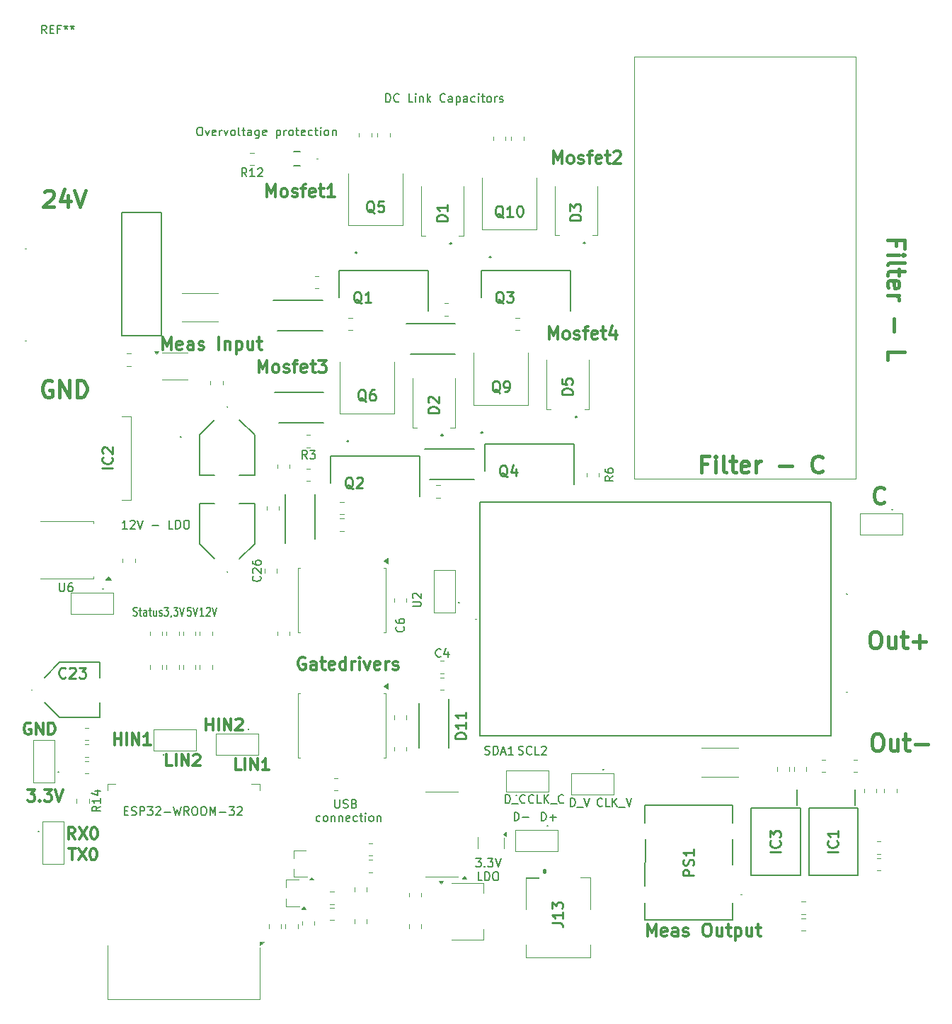
<source format=gbr>
%TF.GenerationSoftware,KiCad,Pcbnew,8.0.8*%
%TF.CreationDate,2025-08-21T09:36:38+02:00*%
%TF.ProjectId,H_bridge_PCB,485f6272-6964-4676-955f-5043422e6b69,rev?*%
%TF.SameCoordinates,Original*%
%TF.FileFunction,Legend,Top*%
%TF.FilePolarity,Positive*%
%FSLAX46Y46*%
G04 Gerber Fmt 4.6, Leading zero omitted, Abs format (unit mm)*
G04 Created by KiCad (PCBNEW 8.0.8) date 2025-08-21 09:36:38*
%MOMM*%
%LPD*%
G01*
G04 APERTURE LIST*
%ADD10C,0.200000*%
%ADD11C,0.300000*%
%ADD12C,0.400000*%
%ADD13C,0.150000*%
%ADD14C,0.254000*%
%ADD15C,0.100000*%
%ADD16C,0.120000*%
%ADD17C,0.050000*%
G04 APERTURE END LIST*
D10*
X120141101Y-132571980D02*
X120093482Y-132619600D01*
X120093482Y-132619600D02*
X119950625Y-132667219D01*
X119950625Y-132667219D02*
X119855387Y-132667219D01*
X119855387Y-132667219D02*
X119712530Y-132619600D01*
X119712530Y-132619600D02*
X119617292Y-132524361D01*
X119617292Y-132524361D02*
X119569673Y-132429123D01*
X119569673Y-132429123D02*
X119522054Y-132238647D01*
X119522054Y-132238647D02*
X119522054Y-132095790D01*
X119522054Y-132095790D02*
X119569673Y-131905314D01*
X119569673Y-131905314D02*
X119617292Y-131810076D01*
X119617292Y-131810076D02*
X119712530Y-131714838D01*
X119712530Y-131714838D02*
X119855387Y-131667219D01*
X119855387Y-131667219D02*
X119950625Y-131667219D01*
X119950625Y-131667219D02*
X120093482Y-131714838D01*
X120093482Y-131714838D02*
X120141101Y-131762457D01*
X121045863Y-132667219D02*
X120569673Y-132667219D01*
X120569673Y-132667219D02*
X120569673Y-131667219D01*
X121379197Y-132667219D02*
X121379197Y-131667219D01*
X121950625Y-132667219D02*
X121522054Y-132095790D01*
X121950625Y-131667219D02*
X121379197Y-132238647D01*
X122141102Y-132762457D02*
X122903006Y-132762457D01*
X122998245Y-131667219D02*
X123331578Y-132667219D01*
X123331578Y-132667219D02*
X123664911Y-131667219D01*
X116369673Y-132667219D02*
X116369673Y-131667219D01*
X116369673Y-131667219D02*
X116607768Y-131667219D01*
X116607768Y-131667219D02*
X116750625Y-131714838D01*
X116750625Y-131714838D02*
X116845863Y-131810076D01*
X116845863Y-131810076D02*
X116893482Y-131905314D01*
X116893482Y-131905314D02*
X116941101Y-132095790D01*
X116941101Y-132095790D02*
X116941101Y-132238647D01*
X116941101Y-132238647D02*
X116893482Y-132429123D01*
X116893482Y-132429123D02*
X116845863Y-132524361D01*
X116845863Y-132524361D02*
X116750625Y-132619600D01*
X116750625Y-132619600D02*
X116607768Y-132667219D01*
X116607768Y-132667219D02*
X116369673Y-132667219D01*
X117131578Y-132762457D02*
X117893482Y-132762457D01*
X117988721Y-131667219D02*
X118322054Y-132667219D01*
X118322054Y-132667219D02*
X118655387Y-131667219D01*
X111941101Y-132171980D02*
X111893482Y-132219600D01*
X111893482Y-132219600D02*
X111750625Y-132267219D01*
X111750625Y-132267219D02*
X111655387Y-132267219D01*
X111655387Y-132267219D02*
X111512530Y-132219600D01*
X111512530Y-132219600D02*
X111417292Y-132124361D01*
X111417292Y-132124361D02*
X111369673Y-132029123D01*
X111369673Y-132029123D02*
X111322054Y-131838647D01*
X111322054Y-131838647D02*
X111322054Y-131695790D01*
X111322054Y-131695790D02*
X111369673Y-131505314D01*
X111369673Y-131505314D02*
X111417292Y-131410076D01*
X111417292Y-131410076D02*
X111512530Y-131314838D01*
X111512530Y-131314838D02*
X111655387Y-131267219D01*
X111655387Y-131267219D02*
X111750625Y-131267219D01*
X111750625Y-131267219D02*
X111893482Y-131314838D01*
X111893482Y-131314838D02*
X111941101Y-131362457D01*
X112845863Y-132267219D02*
X112369673Y-132267219D01*
X112369673Y-132267219D02*
X112369673Y-131267219D01*
X113179197Y-132267219D02*
X113179197Y-131267219D01*
X113750625Y-132267219D02*
X113322054Y-131695790D01*
X113750625Y-131267219D02*
X113179197Y-131838647D01*
X113941102Y-132362457D02*
X114703006Y-132362457D01*
X115512530Y-132171980D02*
X115464911Y-132219600D01*
X115464911Y-132219600D02*
X115322054Y-132267219D01*
X115322054Y-132267219D02*
X115226816Y-132267219D01*
X115226816Y-132267219D02*
X115083959Y-132219600D01*
X115083959Y-132219600D02*
X114988721Y-132124361D01*
X114988721Y-132124361D02*
X114941102Y-132029123D01*
X114941102Y-132029123D02*
X114893483Y-131838647D01*
X114893483Y-131838647D02*
X114893483Y-131695790D01*
X114893483Y-131695790D02*
X114941102Y-131505314D01*
X114941102Y-131505314D02*
X114988721Y-131410076D01*
X114988721Y-131410076D02*
X115083959Y-131314838D01*
X115083959Y-131314838D02*
X115226816Y-131267219D01*
X115226816Y-131267219D02*
X115322054Y-131267219D01*
X115322054Y-131267219D02*
X115464911Y-131314838D01*
X115464911Y-131314838D02*
X115512530Y-131362457D01*
X108569673Y-132267219D02*
X108569673Y-131267219D01*
X108569673Y-131267219D02*
X108807768Y-131267219D01*
X108807768Y-131267219D02*
X108950625Y-131314838D01*
X108950625Y-131314838D02*
X109045863Y-131410076D01*
X109045863Y-131410076D02*
X109093482Y-131505314D01*
X109093482Y-131505314D02*
X109141101Y-131695790D01*
X109141101Y-131695790D02*
X109141101Y-131838647D01*
X109141101Y-131838647D02*
X109093482Y-132029123D01*
X109093482Y-132029123D02*
X109045863Y-132124361D01*
X109045863Y-132124361D02*
X108950625Y-132219600D01*
X108950625Y-132219600D02*
X108807768Y-132267219D01*
X108807768Y-132267219D02*
X108569673Y-132267219D01*
X109331578Y-132362457D02*
X110093482Y-132362457D01*
X110903006Y-132171980D02*
X110855387Y-132219600D01*
X110855387Y-132219600D02*
X110712530Y-132267219D01*
X110712530Y-132267219D02*
X110617292Y-132267219D01*
X110617292Y-132267219D02*
X110474435Y-132219600D01*
X110474435Y-132219600D02*
X110379197Y-132124361D01*
X110379197Y-132124361D02*
X110331578Y-132029123D01*
X110331578Y-132029123D02*
X110283959Y-131838647D01*
X110283959Y-131838647D02*
X110283959Y-131695790D01*
X110283959Y-131695790D02*
X110331578Y-131505314D01*
X110331578Y-131505314D02*
X110379197Y-131410076D01*
X110379197Y-131410076D02*
X110474435Y-131314838D01*
X110474435Y-131314838D02*
X110617292Y-131267219D01*
X110617292Y-131267219D02*
X110712530Y-131267219D01*
X110712530Y-131267219D02*
X110855387Y-131314838D01*
X110855387Y-131314838D02*
X110903006Y-131362457D01*
X67745863Y-108867219D02*
X68241101Y-108867219D01*
X68241101Y-108867219D02*
X67974435Y-109248171D01*
X67974435Y-109248171D02*
X68088720Y-109248171D01*
X68088720Y-109248171D02*
X68164911Y-109295790D01*
X68164911Y-109295790D02*
X68203006Y-109343409D01*
X68203006Y-109343409D02*
X68241101Y-109438647D01*
X68241101Y-109438647D02*
X68241101Y-109676742D01*
X68241101Y-109676742D02*
X68203006Y-109771980D01*
X68203006Y-109771980D02*
X68164911Y-109819600D01*
X68164911Y-109819600D02*
X68088720Y-109867219D01*
X68088720Y-109867219D02*
X67860149Y-109867219D01*
X67860149Y-109867219D02*
X67783958Y-109819600D01*
X67783958Y-109819600D02*
X67745863Y-109771980D01*
X68622054Y-109819600D02*
X68622054Y-109867219D01*
X68622054Y-109867219D02*
X68583959Y-109962457D01*
X68583959Y-109962457D02*
X68545863Y-110010076D01*
X68888720Y-108867219D02*
X69383958Y-108867219D01*
X69383958Y-108867219D02*
X69117292Y-109248171D01*
X69117292Y-109248171D02*
X69231577Y-109248171D01*
X69231577Y-109248171D02*
X69307768Y-109295790D01*
X69307768Y-109295790D02*
X69345863Y-109343409D01*
X69345863Y-109343409D02*
X69383958Y-109438647D01*
X69383958Y-109438647D02*
X69383958Y-109676742D01*
X69383958Y-109676742D02*
X69345863Y-109771980D01*
X69345863Y-109771980D02*
X69307768Y-109819600D01*
X69307768Y-109819600D02*
X69231577Y-109867219D01*
X69231577Y-109867219D02*
X69003006Y-109867219D01*
X69003006Y-109867219D02*
X68926815Y-109819600D01*
X68926815Y-109819600D02*
X68888720Y-109771980D01*
X69612530Y-108867219D02*
X69879197Y-109867219D01*
X69879197Y-109867219D02*
X70145863Y-108867219D01*
D11*
X125554510Y-148200828D02*
X125554510Y-146700828D01*
X125554510Y-146700828D02*
X126054510Y-147772257D01*
X126054510Y-147772257D02*
X126554510Y-146700828D01*
X126554510Y-146700828D02*
X126554510Y-148200828D01*
X127840225Y-148129400D02*
X127697368Y-148200828D01*
X127697368Y-148200828D02*
X127411654Y-148200828D01*
X127411654Y-148200828D02*
X127268796Y-148129400D01*
X127268796Y-148129400D02*
X127197368Y-147986542D01*
X127197368Y-147986542D02*
X127197368Y-147415114D01*
X127197368Y-147415114D02*
X127268796Y-147272257D01*
X127268796Y-147272257D02*
X127411654Y-147200828D01*
X127411654Y-147200828D02*
X127697368Y-147200828D01*
X127697368Y-147200828D02*
X127840225Y-147272257D01*
X127840225Y-147272257D02*
X127911654Y-147415114D01*
X127911654Y-147415114D02*
X127911654Y-147557971D01*
X127911654Y-147557971D02*
X127197368Y-147700828D01*
X129197368Y-148200828D02*
X129197368Y-147415114D01*
X129197368Y-147415114D02*
X129125939Y-147272257D01*
X129125939Y-147272257D02*
X128983082Y-147200828D01*
X128983082Y-147200828D02*
X128697368Y-147200828D01*
X128697368Y-147200828D02*
X128554510Y-147272257D01*
X129197368Y-148129400D02*
X129054510Y-148200828D01*
X129054510Y-148200828D02*
X128697368Y-148200828D01*
X128697368Y-148200828D02*
X128554510Y-148129400D01*
X128554510Y-148129400D02*
X128483082Y-147986542D01*
X128483082Y-147986542D02*
X128483082Y-147843685D01*
X128483082Y-147843685D02*
X128554510Y-147700828D01*
X128554510Y-147700828D02*
X128697368Y-147629400D01*
X128697368Y-147629400D02*
X129054510Y-147629400D01*
X129054510Y-147629400D02*
X129197368Y-147557971D01*
X129840225Y-148129400D02*
X129983082Y-148200828D01*
X129983082Y-148200828D02*
X130268796Y-148200828D01*
X130268796Y-148200828D02*
X130411653Y-148129400D01*
X130411653Y-148129400D02*
X130483082Y-147986542D01*
X130483082Y-147986542D02*
X130483082Y-147915114D01*
X130483082Y-147915114D02*
X130411653Y-147772257D01*
X130411653Y-147772257D02*
X130268796Y-147700828D01*
X130268796Y-147700828D02*
X130054511Y-147700828D01*
X130054511Y-147700828D02*
X129911653Y-147629400D01*
X129911653Y-147629400D02*
X129840225Y-147486542D01*
X129840225Y-147486542D02*
X129840225Y-147415114D01*
X129840225Y-147415114D02*
X129911653Y-147272257D01*
X129911653Y-147272257D02*
X130054511Y-147200828D01*
X130054511Y-147200828D02*
X130268796Y-147200828D01*
X130268796Y-147200828D02*
X130411653Y-147272257D01*
X132554511Y-146700828D02*
X132840225Y-146700828D01*
X132840225Y-146700828D02*
X132983082Y-146772257D01*
X132983082Y-146772257D02*
X133125939Y-146915114D01*
X133125939Y-146915114D02*
X133197368Y-147200828D01*
X133197368Y-147200828D02*
X133197368Y-147700828D01*
X133197368Y-147700828D02*
X133125939Y-147986542D01*
X133125939Y-147986542D02*
X132983082Y-148129400D01*
X132983082Y-148129400D02*
X132840225Y-148200828D01*
X132840225Y-148200828D02*
X132554511Y-148200828D01*
X132554511Y-148200828D02*
X132411654Y-148129400D01*
X132411654Y-148129400D02*
X132268796Y-147986542D01*
X132268796Y-147986542D02*
X132197368Y-147700828D01*
X132197368Y-147700828D02*
X132197368Y-147200828D01*
X132197368Y-147200828D02*
X132268796Y-146915114D01*
X132268796Y-146915114D02*
X132411654Y-146772257D01*
X132411654Y-146772257D02*
X132554511Y-146700828D01*
X134483083Y-147200828D02*
X134483083Y-148200828D01*
X133840225Y-147200828D02*
X133840225Y-147986542D01*
X133840225Y-147986542D02*
X133911654Y-148129400D01*
X133911654Y-148129400D02*
X134054511Y-148200828D01*
X134054511Y-148200828D02*
X134268797Y-148200828D01*
X134268797Y-148200828D02*
X134411654Y-148129400D01*
X134411654Y-148129400D02*
X134483083Y-148057971D01*
X134983083Y-147200828D02*
X135554511Y-147200828D01*
X135197368Y-146700828D02*
X135197368Y-147986542D01*
X135197368Y-147986542D02*
X135268797Y-148129400D01*
X135268797Y-148129400D02*
X135411654Y-148200828D01*
X135411654Y-148200828D02*
X135554511Y-148200828D01*
X136054511Y-147200828D02*
X136054511Y-148700828D01*
X136054511Y-147272257D02*
X136197369Y-147200828D01*
X136197369Y-147200828D02*
X136483083Y-147200828D01*
X136483083Y-147200828D02*
X136625940Y-147272257D01*
X136625940Y-147272257D02*
X136697369Y-147343685D01*
X136697369Y-147343685D02*
X136768797Y-147486542D01*
X136768797Y-147486542D02*
X136768797Y-147915114D01*
X136768797Y-147915114D02*
X136697369Y-148057971D01*
X136697369Y-148057971D02*
X136625940Y-148129400D01*
X136625940Y-148129400D02*
X136483083Y-148200828D01*
X136483083Y-148200828D02*
X136197369Y-148200828D01*
X136197369Y-148200828D02*
X136054511Y-148129400D01*
X138054512Y-147200828D02*
X138054512Y-148200828D01*
X137411654Y-147200828D02*
X137411654Y-147986542D01*
X137411654Y-147986542D02*
X137483083Y-148129400D01*
X137483083Y-148129400D02*
X137625940Y-148200828D01*
X137625940Y-148200828D02*
X137840226Y-148200828D01*
X137840226Y-148200828D02*
X137983083Y-148129400D01*
X137983083Y-148129400D02*
X138054512Y-148057971D01*
X138554512Y-147200828D02*
X139125940Y-147200828D01*
X138768797Y-146700828D02*
X138768797Y-147986542D01*
X138768797Y-147986542D02*
X138840226Y-148129400D01*
X138840226Y-148129400D02*
X138983083Y-148200828D01*
X138983083Y-148200828D02*
X139125940Y-148200828D01*
D12*
X155313180Y-65656014D02*
X155313180Y-64989347D01*
X154265561Y-64989347D02*
X156265561Y-64989347D01*
X156265561Y-64989347D02*
X156265561Y-65941728D01*
X154265561Y-66703633D02*
X155598895Y-66703633D01*
X156265561Y-66703633D02*
X156170323Y-66608395D01*
X156170323Y-66608395D02*
X156075085Y-66703633D01*
X156075085Y-66703633D02*
X156170323Y-66798871D01*
X156170323Y-66798871D02*
X156265561Y-66703633D01*
X156265561Y-66703633D02*
X156075085Y-66703633D01*
X154265561Y-67941728D02*
X154360800Y-67751252D01*
X154360800Y-67751252D02*
X154551276Y-67656014D01*
X154551276Y-67656014D02*
X156265561Y-67656014D01*
X155598895Y-68417919D02*
X155598895Y-69179823D01*
X156265561Y-68703633D02*
X154551276Y-68703633D01*
X154551276Y-68703633D02*
X154360800Y-68798871D01*
X154360800Y-68798871D02*
X154265561Y-68989347D01*
X154265561Y-68989347D02*
X154265561Y-69179823D01*
X154360800Y-70608395D02*
X154265561Y-70417919D01*
X154265561Y-70417919D02*
X154265561Y-70036966D01*
X154265561Y-70036966D02*
X154360800Y-69846490D01*
X154360800Y-69846490D02*
X154551276Y-69751252D01*
X154551276Y-69751252D02*
X155313180Y-69751252D01*
X155313180Y-69751252D02*
X155503657Y-69846490D01*
X155503657Y-69846490D02*
X155598895Y-70036966D01*
X155598895Y-70036966D02*
X155598895Y-70417919D01*
X155598895Y-70417919D02*
X155503657Y-70608395D01*
X155503657Y-70608395D02*
X155313180Y-70703633D01*
X155313180Y-70703633D02*
X155122704Y-70703633D01*
X155122704Y-70703633D02*
X154932228Y-69751252D01*
X154265561Y-71560776D02*
X155598895Y-71560776D01*
X155217942Y-71560776D02*
X155408419Y-71656014D01*
X155408419Y-71656014D02*
X155503657Y-71751252D01*
X155503657Y-71751252D02*
X155598895Y-71941728D01*
X155598895Y-71941728D02*
X155598895Y-72132205D01*
X155027466Y-74322681D02*
X155027466Y-75846491D01*
X154265561Y-79275062D02*
X154265561Y-78322681D01*
X154265561Y-78322681D02*
X156265561Y-78322681D01*
D10*
X70953006Y-108867219D02*
X70572054Y-108867219D01*
X70572054Y-108867219D02*
X70533958Y-109343409D01*
X70533958Y-109343409D02*
X70572054Y-109295790D01*
X70572054Y-109295790D02*
X70648244Y-109248171D01*
X70648244Y-109248171D02*
X70838720Y-109248171D01*
X70838720Y-109248171D02*
X70914911Y-109295790D01*
X70914911Y-109295790D02*
X70953006Y-109343409D01*
X70953006Y-109343409D02*
X70991101Y-109438647D01*
X70991101Y-109438647D02*
X70991101Y-109676742D01*
X70991101Y-109676742D02*
X70953006Y-109771980D01*
X70953006Y-109771980D02*
X70914911Y-109819600D01*
X70914911Y-109819600D02*
X70838720Y-109867219D01*
X70838720Y-109867219D02*
X70648244Y-109867219D01*
X70648244Y-109867219D02*
X70572054Y-109819600D01*
X70572054Y-109819600D02*
X70533958Y-109771980D01*
X71219673Y-108867219D02*
X71486340Y-109867219D01*
X71486340Y-109867219D02*
X71753006Y-108867219D01*
D11*
X113804510Y-76800828D02*
X113804510Y-75300828D01*
X113804510Y-75300828D02*
X114304510Y-76372257D01*
X114304510Y-76372257D02*
X114804510Y-75300828D01*
X114804510Y-75300828D02*
X114804510Y-76800828D01*
X115733082Y-76800828D02*
X115590225Y-76729400D01*
X115590225Y-76729400D02*
X115518796Y-76657971D01*
X115518796Y-76657971D02*
X115447368Y-76515114D01*
X115447368Y-76515114D02*
X115447368Y-76086542D01*
X115447368Y-76086542D02*
X115518796Y-75943685D01*
X115518796Y-75943685D02*
X115590225Y-75872257D01*
X115590225Y-75872257D02*
X115733082Y-75800828D01*
X115733082Y-75800828D02*
X115947368Y-75800828D01*
X115947368Y-75800828D02*
X116090225Y-75872257D01*
X116090225Y-75872257D02*
X116161654Y-75943685D01*
X116161654Y-75943685D02*
X116233082Y-76086542D01*
X116233082Y-76086542D02*
X116233082Y-76515114D01*
X116233082Y-76515114D02*
X116161654Y-76657971D01*
X116161654Y-76657971D02*
X116090225Y-76729400D01*
X116090225Y-76729400D02*
X115947368Y-76800828D01*
X115947368Y-76800828D02*
X115733082Y-76800828D01*
X116804511Y-76729400D02*
X116947368Y-76800828D01*
X116947368Y-76800828D02*
X117233082Y-76800828D01*
X117233082Y-76800828D02*
X117375939Y-76729400D01*
X117375939Y-76729400D02*
X117447368Y-76586542D01*
X117447368Y-76586542D02*
X117447368Y-76515114D01*
X117447368Y-76515114D02*
X117375939Y-76372257D01*
X117375939Y-76372257D02*
X117233082Y-76300828D01*
X117233082Y-76300828D02*
X117018797Y-76300828D01*
X117018797Y-76300828D02*
X116875939Y-76229400D01*
X116875939Y-76229400D02*
X116804511Y-76086542D01*
X116804511Y-76086542D02*
X116804511Y-76015114D01*
X116804511Y-76015114D02*
X116875939Y-75872257D01*
X116875939Y-75872257D02*
X117018797Y-75800828D01*
X117018797Y-75800828D02*
X117233082Y-75800828D01*
X117233082Y-75800828D02*
X117375939Y-75872257D01*
X117875940Y-75800828D02*
X118447368Y-75800828D01*
X118090225Y-76800828D02*
X118090225Y-75515114D01*
X118090225Y-75515114D02*
X118161654Y-75372257D01*
X118161654Y-75372257D02*
X118304511Y-75300828D01*
X118304511Y-75300828D02*
X118447368Y-75300828D01*
X119518797Y-76729400D02*
X119375940Y-76800828D01*
X119375940Y-76800828D02*
X119090226Y-76800828D01*
X119090226Y-76800828D02*
X118947368Y-76729400D01*
X118947368Y-76729400D02*
X118875940Y-76586542D01*
X118875940Y-76586542D02*
X118875940Y-76015114D01*
X118875940Y-76015114D02*
X118947368Y-75872257D01*
X118947368Y-75872257D02*
X119090226Y-75800828D01*
X119090226Y-75800828D02*
X119375940Y-75800828D01*
X119375940Y-75800828D02*
X119518797Y-75872257D01*
X119518797Y-75872257D02*
X119590226Y-76015114D01*
X119590226Y-76015114D02*
X119590226Y-76157971D01*
X119590226Y-76157971D02*
X118875940Y-76300828D01*
X120018797Y-75800828D02*
X120590225Y-75800828D01*
X120233082Y-75300828D02*
X120233082Y-76586542D01*
X120233082Y-76586542D02*
X120304511Y-76729400D01*
X120304511Y-76729400D02*
X120447368Y-76800828D01*
X120447368Y-76800828D02*
X120590225Y-76800828D01*
X121733083Y-75800828D02*
X121733083Y-76800828D01*
X121375940Y-75229400D02*
X121018797Y-76300828D01*
X121018797Y-76300828D02*
X121947368Y-76300828D01*
D13*
X63321428Y-99454819D02*
X62750000Y-99454819D01*
X63035714Y-99454819D02*
X63035714Y-98454819D01*
X63035714Y-98454819D02*
X62940476Y-98597676D01*
X62940476Y-98597676D02*
X62845238Y-98692914D01*
X62845238Y-98692914D02*
X62750000Y-98740533D01*
X63702381Y-98550057D02*
X63750000Y-98502438D01*
X63750000Y-98502438D02*
X63845238Y-98454819D01*
X63845238Y-98454819D02*
X64083333Y-98454819D01*
X64083333Y-98454819D02*
X64178571Y-98502438D01*
X64178571Y-98502438D02*
X64226190Y-98550057D01*
X64226190Y-98550057D02*
X64273809Y-98645295D01*
X64273809Y-98645295D02*
X64273809Y-98740533D01*
X64273809Y-98740533D02*
X64226190Y-98883390D01*
X64226190Y-98883390D02*
X63654762Y-99454819D01*
X63654762Y-99454819D02*
X64273809Y-99454819D01*
X64559524Y-98454819D02*
X64892857Y-99454819D01*
X64892857Y-99454819D02*
X65226190Y-98454819D01*
X66321429Y-99073866D02*
X67083334Y-99073866D01*
X68797619Y-99454819D02*
X68321429Y-99454819D01*
X68321429Y-99454819D02*
X68321429Y-98454819D01*
X69130953Y-99454819D02*
X69130953Y-98454819D01*
X69130953Y-98454819D02*
X69369048Y-98454819D01*
X69369048Y-98454819D02*
X69511905Y-98502438D01*
X69511905Y-98502438D02*
X69607143Y-98597676D01*
X69607143Y-98597676D02*
X69654762Y-98692914D01*
X69654762Y-98692914D02*
X69702381Y-98883390D01*
X69702381Y-98883390D02*
X69702381Y-99026247D01*
X69702381Y-99026247D02*
X69654762Y-99216723D01*
X69654762Y-99216723D02*
X69607143Y-99311961D01*
X69607143Y-99311961D02*
X69511905Y-99407200D01*
X69511905Y-99407200D02*
X69369048Y-99454819D01*
X69369048Y-99454819D02*
X69130953Y-99454819D01*
X70321429Y-98454819D02*
X70511905Y-98454819D01*
X70511905Y-98454819D02*
X70607143Y-98502438D01*
X70607143Y-98502438D02*
X70702381Y-98597676D01*
X70702381Y-98597676D02*
X70750000Y-98788152D01*
X70750000Y-98788152D02*
X70750000Y-99121485D01*
X70750000Y-99121485D02*
X70702381Y-99311961D01*
X70702381Y-99311961D02*
X70607143Y-99407200D01*
X70607143Y-99407200D02*
X70511905Y-99454819D01*
X70511905Y-99454819D02*
X70321429Y-99454819D01*
X70321429Y-99454819D02*
X70226191Y-99407200D01*
X70226191Y-99407200D02*
X70130953Y-99311961D01*
X70130953Y-99311961D02*
X70083334Y-99121485D01*
X70083334Y-99121485D02*
X70083334Y-98788152D01*
X70083334Y-98788152D02*
X70130953Y-98597676D01*
X70130953Y-98597676D02*
X70226191Y-98502438D01*
X70226191Y-98502438D02*
X70321429Y-98454819D01*
D10*
X112869673Y-134367219D02*
X112869673Y-133367219D01*
X112869673Y-133367219D02*
X113107768Y-133367219D01*
X113107768Y-133367219D02*
X113250625Y-133414838D01*
X113250625Y-133414838D02*
X113345863Y-133510076D01*
X113345863Y-133510076D02*
X113393482Y-133605314D01*
X113393482Y-133605314D02*
X113441101Y-133795790D01*
X113441101Y-133795790D02*
X113441101Y-133938647D01*
X113441101Y-133938647D02*
X113393482Y-134129123D01*
X113393482Y-134129123D02*
X113345863Y-134224361D01*
X113345863Y-134224361D02*
X113250625Y-134319600D01*
X113250625Y-134319600D02*
X113107768Y-134367219D01*
X113107768Y-134367219D02*
X112869673Y-134367219D01*
X113869673Y-133986266D02*
X114631578Y-133986266D01*
X114250625Y-134367219D02*
X114250625Y-133605314D01*
D11*
X68697368Y-127813066D02*
X68030701Y-127813066D01*
X68030701Y-127813066D02*
X68030701Y-126413066D01*
X69164034Y-127813066D02*
X69164034Y-126413066D01*
X69830701Y-127813066D02*
X69830701Y-126413066D01*
X69830701Y-126413066D02*
X70630701Y-127813066D01*
X70630701Y-127813066D02*
X70630701Y-126413066D01*
X71230701Y-126546400D02*
X71297368Y-126479733D01*
X71297368Y-126479733D02*
X71430701Y-126413066D01*
X71430701Y-126413066D02*
X71764035Y-126413066D01*
X71764035Y-126413066D02*
X71897368Y-126479733D01*
X71897368Y-126479733D02*
X71964035Y-126546400D01*
X71964035Y-126546400D02*
X72030701Y-126679733D01*
X72030701Y-126679733D02*
X72030701Y-126813066D01*
X72030701Y-126813066D02*
X71964035Y-127013066D01*
X71964035Y-127013066D02*
X71164035Y-127813066D01*
X71164035Y-127813066D02*
X72030701Y-127813066D01*
X76947368Y-128313066D02*
X76280701Y-128313066D01*
X76280701Y-128313066D02*
X76280701Y-126913066D01*
X77414034Y-128313066D02*
X77414034Y-126913066D01*
X78080701Y-128313066D02*
X78080701Y-126913066D01*
X78080701Y-126913066D02*
X78880701Y-128313066D01*
X78880701Y-128313066D02*
X78880701Y-126913066D01*
X80280701Y-128313066D02*
X79480701Y-128313066D01*
X79880701Y-128313066D02*
X79880701Y-126913066D01*
X79880701Y-126913066D02*
X79747368Y-127113066D01*
X79747368Y-127113066D02*
X79614035Y-127246400D01*
X79614035Y-127246400D02*
X79480701Y-127313066D01*
X72780701Y-123563066D02*
X72780701Y-122163066D01*
X72780701Y-122829733D02*
X73580701Y-122829733D01*
X73580701Y-123563066D02*
X73580701Y-122163066D01*
X74247368Y-123563066D02*
X74247368Y-122163066D01*
X74914035Y-123563066D02*
X74914035Y-122163066D01*
X74914035Y-122163066D02*
X75714035Y-123563066D01*
X75714035Y-123563066D02*
X75714035Y-122163066D01*
X76314035Y-122296400D02*
X76380702Y-122229733D01*
X76380702Y-122229733D02*
X76514035Y-122163066D01*
X76514035Y-122163066D02*
X76847369Y-122163066D01*
X76847369Y-122163066D02*
X76980702Y-122229733D01*
X76980702Y-122229733D02*
X77047369Y-122296400D01*
X77047369Y-122296400D02*
X77114035Y-122429733D01*
X77114035Y-122429733D02*
X77114035Y-122563066D01*
X77114035Y-122563066D02*
X77047369Y-122763066D01*
X77047369Y-122763066D02*
X76247369Y-123563066D01*
X76247369Y-123563066D02*
X77114035Y-123563066D01*
D10*
X110122054Y-126419600D02*
X110264911Y-126467219D01*
X110264911Y-126467219D02*
X110503006Y-126467219D01*
X110503006Y-126467219D02*
X110598244Y-126419600D01*
X110598244Y-126419600D02*
X110645863Y-126371980D01*
X110645863Y-126371980D02*
X110693482Y-126276742D01*
X110693482Y-126276742D02*
X110693482Y-126181504D01*
X110693482Y-126181504D02*
X110645863Y-126086266D01*
X110645863Y-126086266D02*
X110598244Y-126038647D01*
X110598244Y-126038647D02*
X110503006Y-125991028D01*
X110503006Y-125991028D02*
X110312530Y-125943409D01*
X110312530Y-125943409D02*
X110217292Y-125895790D01*
X110217292Y-125895790D02*
X110169673Y-125848171D01*
X110169673Y-125848171D02*
X110122054Y-125752933D01*
X110122054Y-125752933D02*
X110122054Y-125657695D01*
X110122054Y-125657695D02*
X110169673Y-125562457D01*
X110169673Y-125562457D02*
X110217292Y-125514838D01*
X110217292Y-125514838D02*
X110312530Y-125467219D01*
X110312530Y-125467219D02*
X110550625Y-125467219D01*
X110550625Y-125467219D02*
X110693482Y-125514838D01*
X111693482Y-126371980D02*
X111645863Y-126419600D01*
X111645863Y-126419600D02*
X111503006Y-126467219D01*
X111503006Y-126467219D02*
X111407768Y-126467219D01*
X111407768Y-126467219D02*
X111264911Y-126419600D01*
X111264911Y-126419600D02*
X111169673Y-126324361D01*
X111169673Y-126324361D02*
X111122054Y-126229123D01*
X111122054Y-126229123D02*
X111074435Y-126038647D01*
X111074435Y-126038647D02*
X111074435Y-125895790D01*
X111074435Y-125895790D02*
X111122054Y-125705314D01*
X111122054Y-125705314D02*
X111169673Y-125610076D01*
X111169673Y-125610076D02*
X111264911Y-125514838D01*
X111264911Y-125514838D02*
X111407768Y-125467219D01*
X111407768Y-125467219D02*
X111503006Y-125467219D01*
X111503006Y-125467219D02*
X111645863Y-125514838D01*
X111645863Y-125514838D02*
X111693482Y-125562457D01*
X112598244Y-126467219D02*
X112122054Y-126467219D01*
X112122054Y-126467219D02*
X112122054Y-125467219D01*
X112883959Y-125562457D02*
X112931578Y-125514838D01*
X112931578Y-125514838D02*
X113026816Y-125467219D01*
X113026816Y-125467219D02*
X113264911Y-125467219D01*
X113264911Y-125467219D02*
X113360149Y-125514838D01*
X113360149Y-125514838D02*
X113407768Y-125562457D01*
X113407768Y-125562457D02*
X113455387Y-125657695D01*
X113455387Y-125657695D02*
X113455387Y-125752933D01*
X113455387Y-125752933D02*
X113407768Y-125895790D01*
X113407768Y-125895790D02*
X112836340Y-126467219D01*
X112836340Y-126467219D02*
X113455387Y-126467219D01*
X106122054Y-126419600D02*
X106264911Y-126467219D01*
X106264911Y-126467219D02*
X106503006Y-126467219D01*
X106503006Y-126467219D02*
X106598244Y-126419600D01*
X106598244Y-126419600D02*
X106645863Y-126371980D01*
X106645863Y-126371980D02*
X106693482Y-126276742D01*
X106693482Y-126276742D02*
X106693482Y-126181504D01*
X106693482Y-126181504D02*
X106645863Y-126086266D01*
X106645863Y-126086266D02*
X106598244Y-126038647D01*
X106598244Y-126038647D02*
X106503006Y-125991028D01*
X106503006Y-125991028D02*
X106312530Y-125943409D01*
X106312530Y-125943409D02*
X106217292Y-125895790D01*
X106217292Y-125895790D02*
X106169673Y-125848171D01*
X106169673Y-125848171D02*
X106122054Y-125752933D01*
X106122054Y-125752933D02*
X106122054Y-125657695D01*
X106122054Y-125657695D02*
X106169673Y-125562457D01*
X106169673Y-125562457D02*
X106217292Y-125514838D01*
X106217292Y-125514838D02*
X106312530Y-125467219D01*
X106312530Y-125467219D02*
X106550625Y-125467219D01*
X106550625Y-125467219D02*
X106693482Y-125514838D01*
X107122054Y-126467219D02*
X107122054Y-125467219D01*
X107122054Y-125467219D02*
X107360149Y-125467219D01*
X107360149Y-125467219D02*
X107503006Y-125514838D01*
X107503006Y-125514838D02*
X107598244Y-125610076D01*
X107598244Y-125610076D02*
X107645863Y-125705314D01*
X107645863Y-125705314D02*
X107693482Y-125895790D01*
X107693482Y-125895790D02*
X107693482Y-126038647D01*
X107693482Y-126038647D02*
X107645863Y-126229123D01*
X107645863Y-126229123D02*
X107598244Y-126324361D01*
X107598244Y-126324361D02*
X107503006Y-126419600D01*
X107503006Y-126419600D02*
X107360149Y-126467219D01*
X107360149Y-126467219D02*
X107122054Y-126467219D01*
X108074435Y-126181504D02*
X108550625Y-126181504D01*
X107979197Y-126467219D02*
X108312530Y-125467219D01*
X108312530Y-125467219D02*
X108645863Y-126467219D01*
X109503006Y-126467219D02*
X108931578Y-126467219D01*
X109217292Y-126467219D02*
X109217292Y-125467219D01*
X109217292Y-125467219D02*
X109122054Y-125610076D01*
X109122054Y-125610076D02*
X109026816Y-125705314D01*
X109026816Y-125705314D02*
X108931578Y-125752933D01*
D11*
X61780701Y-125313066D02*
X61780701Y-123913066D01*
X61780701Y-124579733D02*
X62580701Y-124579733D01*
X62580701Y-125313066D02*
X62580701Y-123913066D01*
X63247368Y-125313066D02*
X63247368Y-123913066D01*
X63914035Y-125313066D02*
X63914035Y-123913066D01*
X63914035Y-123913066D02*
X64714035Y-125313066D01*
X64714035Y-125313066D02*
X64714035Y-123913066D01*
X66114035Y-125313066D02*
X65314035Y-125313066D01*
X65714035Y-125313066D02*
X65714035Y-123913066D01*
X65714035Y-123913066D02*
X65580702Y-124113066D01*
X65580702Y-124113066D02*
X65447369Y-124246400D01*
X65447369Y-124246400D02*
X65314035Y-124313066D01*
D12*
X53394109Y-59174914D02*
X53489347Y-59079676D01*
X53489347Y-59079676D02*
X53679823Y-58984438D01*
X53679823Y-58984438D02*
X54156014Y-58984438D01*
X54156014Y-58984438D02*
X54346490Y-59079676D01*
X54346490Y-59079676D02*
X54441728Y-59174914D01*
X54441728Y-59174914D02*
X54536966Y-59365390D01*
X54536966Y-59365390D02*
X54536966Y-59555866D01*
X54536966Y-59555866D02*
X54441728Y-59841580D01*
X54441728Y-59841580D02*
X53298871Y-60984438D01*
X53298871Y-60984438D02*
X54536966Y-60984438D01*
X56251252Y-59651104D02*
X56251252Y-60984438D01*
X55775061Y-58889200D02*
X55298871Y-60317771D01*
X55298871Y-60317771D02*
X56536966Y-60317771D01*
X57013157Y-58984438D02*
X57679823Y-60984438D01*
X57679823Y-60984438D02*
X58346490Y-58984438D01*
X153882204Y-96293961D02*
X153786966Y-96389200D01*
X153786966Y-96389200D02*
X153501252Y-96484438D01*
X153501252Y-96484438D02*
X153310776Y-96484438D01*
X153310776Y-96484438D02*
X153025061Y-96389200D01*
X153025061Y-96389200D02*
X152834585Y-96198723D01*
X152834585Y-96198723D02*
X152739347Y-96008247D01*
X152739347Y-96008247D02*
X152644109Y-95627295D01*
X152644109Y-95627295D02*
X152644109Y-95341580D01*
X152644109Y-95341580D02*
X152739347Y-94960628D01*
X152739347Y-94960628D02*
X152834585Y-94770152D01*
X152834585Y-94770152D02*
X153025061Y-94579676D01*
X153025061Y-94579676D02*
X153310776Y-94484438D01*
X153310776Y-94484438D02*
X153501252Y-94484438D01*
X153501252Y-94484438D02*
X153786966Y-94579676D01*
X153786966Y-94579676D02*
X153882204Y-94674914D01*
D10*
X105023810Y-138897247D02*
X105642857Y-138897247D01*
X105642857Y-138897247D02*
X105309524Y-139278199D01*
X105309524Y-139278199D02*
X105452381Y-139278199D01*
X105452381Y-139278199D02*
X105547619Y-139325818D01*
X105547619Y-139325818D02*
X105595238Y-139373437D01*
X105595238Y-139373437D02*
X105642857Y-139468675D01*
X105642857Y-139468675D02*
X105642857Y-139706770D01*
X105642857Y-139706770D02*
X105595238Y-139802008D01*
X105595238Y-139802008D02*
X105547619Y-139849628D01*
X105547619Y-139849628D02*
X105452381Y-139897247D01*
X105452381Y-139897247D02*
X105166667Y-139897247D01*
X105166667Y-139897247D02*
X105071429Y-139849628D01*
X105071429Y-139849628D02*
X105023810Y-139802008D01*
X106071429Y-139802008D02*
X106119048Y-139849628D01*
X106119048Y-139849628D02*
X106071429Y-139897247D01*
X106071429Y-139897247D02*
X106023810Y-139849628D01*
X106023810Y-139849628D02*
X106071429Y-139802008D01*
X106071429Y-139802008D02*
X106071429Y-139897247D01*
X106452381Y-138897247D02*
X107071428Y-138897247D01*
X107071428Y-138897247D02*
X106738095Y-139278199D01*
X106738095Y-139278199D02*
X106880952Y-139278199D01*
X106880952Y-139278199D02*
X106976190Y-139325818D01*
X106976190Y-139325818D02*
X107023809Y-139373437D01*
X107023809Y-139373437D02*
X107071428Y-139468675D01*
X107071428Y-139468675D02*
X107071428Y-139706770D01*
X107071428Y-139706770D02*
X107023809Y-139802008D01*
X107023809Y-139802008D02*
X106976190Y-139849628D01*
X106976190Y-139849628D02*
X106880952Y-139897247D01*
X106880952Y-139897247D02*
X106595238Y-139897247D01*
X106595238Y-139897247D02*
X106500000Y-139849628D01*
X106500000Y-139849628D02*
X106452381Y-139802008D01*
X107357143Y-138897247D02*
X107690476Y-139897247D01*
X107690476Y-139897247D02*
X108023809Y-138897247D01*
X105785714Y-141507191D02*
X105309524Y-141507191D01*
X105309524Y-141507191D02*
X105309524Y-140507191D01*
X106119048Y-141507191D02*
X106119048Y-140507191D01*
X106119048Y-140507191D02*
X106357143Y-140507191D01*
X106357143Y-140507191D02*
X106500000Y-140554810D01*
X106500000Y-140554810D02*
X106595238Y-140650048D01*
X106595238Y-140650048D02*
X106642857Y-140745286D01*
X106642857Y-140745286D02*
X106690476Y-140935762D01*
X106690476Y-140935762D02*
X106690476Y-141078619D01*
X106690476Y-141078619D02*
X106642857Y-141269095D01*
X106642857Y-141269095D02*
X106595238Y-141364333D01*
X106595238Y-141364333D02*
X106500000Y-141459572D01*
X106500000Y-141459572D02*
X106357143Y-141507191D01*
X106357143Y-141507191D02*
X106119048Y-141507191D01*
X107309524Y-140507191D02*
X107500000Y-140507191D01*
X107500000Y-140507191D02*
X107595238Y-140554810D01*
X107595238Y-140554810D02*
X107690476Y-140650048D01*
X107690476Y-140650048D02*
X107738095Y-140840524D01*
X107738095Y-140840524D02*
X107738095Y-141173857D01*
X107738095Y-141173857D02*
X107690476Y-141364333D01*
X107690476Y-141364333D02*
X107595238Y-141459572D01*
X107595238Y-141459572D02*
X107500000Y-141507191D01*
X107500000Y-141507191D02*
X107309524Y-141507191D01*
X107309524Y-141507191D02*
X107214286Y-141459572D01*
X107214286Y-141459572D02*
X107119048Y-141364333D01*
X107119048Y-141364333D02*
X107071429Y-141173857D01*
X107071429Y-141173857D02*
X107071429Y-140840524D01*
X107071429Y-140840524D02*
X107119048Y-140650048D01*
X107119048Y-140650048D02*
X107214286Y-140554810D01*
X107214286Y-140554810D02*
X107309524Y-140507191D01*
D11*
X80054510Y-59800828D02*
X80054510Y-58300828D01*
X80054510Y-58300828D02*
X80554510Y-59372257D01*
X80554510Y-59372257D02*
X81054510Y-58300828D01*
X81054510Y-58300828D02*
X81054510Y-59800828D01*
X81983082Y-59800828D02*
X81840225Y-59729400D01*
X81840225Y-59729400D02*
X81768796Y-59657971D01*
X81768796Y-59657971D02*
X81697368Y-59515114D01*
X81697368Y-59515114D02*
X81697368Y-59086542D01*
X81697368Y-59086542D02*
X81768796Y-58943685D01*
X81768796Y-58943685D02*
X81840225Y-58872257D01*
X81840225Y-58872257D02*
X81983082Y-58800828D01*
X81983082Y-58800828D02*
X82197368Y-58800828D01*
X82197368Y-58800828D02*
X82340225Y-58872257D01*
X82340225Y-58872257D02*
X82411654Y-58943685D01*
X82411654Y-58943685D02*
X82483082Y-59086542D01*
X82483082Y-59086542D02*
X82483082Y-59515114D01*
X82483082Y-59515114D02*
X82411654Y-59657971D01*
X82411654Y-59657971D02*
X82340225Y-59729400D01*
X82340225Y-59729400D02*
X82197368Y-59800828D01*
X82197368Y-59800828D02*
X81983082Y-59800828D01*
X83054511Y-59729400D02*
X83197368Y-59800828D01*
X83197368Y-59800828D02*
X83483082Y-59800828D01*
X83483082Y-59800828D02*
X83625939Y-59729400D01*
X83625939Y-59729400D02*
X83697368Y-59586542D01*
X83697368Y-59586542D02*
X83697368Y-59515114D01*
X83697368Y-59515114D02*
X83625939Y-59372257D01*
X83625939Y-59372257D02*
X83483082Y-59300828D01*
X83483082Y-59300828D02*
X83268797Y-59300828D01*
X83268797Y-59300828D02*
X83125939Y-59229400D01*
X83125939Y-59229400D02*
X83054511Y-59086542D01*
X83054511Y-59086542D02*
X83054511Y-59015114D01*
X83054511Y-59015114D02*
X83125939Y-58872257D01*
X83125939Y-58872257D02*
X83268797Y-58800828D01*
X83268797Y-58800828D02*
X83483082Y-58800828D01*
X83483082Y-58800828D02*
X83625939Y-58872257D01*
X84125940Y-58800828D02*
X84697368Y-58800828D01*
X84340225Y-59800828D02*
X84340225Y-58515114D01*
X84340225Y-58515114D02*
X84411654Y-58372257D01*
X84411654Y-58372257D02*
X84554511Y-58300828D01*
X84554511Y-58300828D02*
X84697368Y-58300828D01*
X85768797Y-59729400D02*
X85625940Y-59800828D01*
X85625940Y-59800828D02*
X85340226Y-59800828D01*
X85340226Y-59800828D02*
X85197368Y-59729400D01*
X85197368Y-59729400D02*
X85125940Y-59586542D01*
X85125940Y-59586542D02*
X85125940Y-59015114D01*
X85125940Y-59015114D02*
X85197368Y-58872257D01*
X85197368Y-58872257D02*
X85340226Y-58800828D01*
X85340226Y-58800828D02*
X85625940Y-58800828D01*
X85625940Y-58800828D02*
X85768797Y-58872257D01*
X85768797Y-58872257D02*
X85840226Y-59015114D01*
X85840226Y-59015114D02*
X85840226Y-59157971D01*
X85840226Y-59157971D02*
X85125940Y-59300828D01*
X86268797Y-58800828D02*
X86840225Y-58800828D01*
X86483082Y-58300828D02*
X86483082Y-59586542D01*
X86483082Y-59586542D02*
X86554511Y-59729400D01*
X86554511Y-59729400D02*
X86697368Y-59800828D01*
X86697368Y-59800828D02*
X86840225Y-59800828D01*
X88125940Y-59800828D02*
X87268797Y-59800828D01*
X87697368Y-59800828D02*
X87697368Y-58300828D01*
X87697368Y-58300828D02*
X87554511Y-58515114D01*
X87554511Y-58515114D02*
X87411654Y-58657971D01*
X87411654Y-58657971D02*
X87268797Y-58729400D01*
D12*
X132656014Y-91686819D02*
X131989347Y-91686819D01*
X131989347Y-92734438D02*
X131989347Y-90734438D01*
X131989347Y-90734438D02*
X132941728Y-90734438D01*
X133703633Y-92734438D02*
X133703633Y-91401104D01*
X133703633Y-90734438D02*
X133608395Y-90829676D01*
X133608395Y-90829676D02*
X133703633Y-90924914D01*
X133703633Y-90924914D02*
X133798871Y-90829676D01*
X133798871Y-90829676D02*
X133703633Y-90734438D01*
X133703633Y-90734438D02*
X133703633Y-90924914D01*
X134941728Y-92734438D02*
X134751252Y-92639200D01*
X134751252Y-92639200D02*
X134656014Y-92448723D01*
X134656014Y-92448723D02*
X134656014Y-90734438D01*
X135417919Y-91401104D02*
X136179823Y-91401104D01*
X135703633Y-90734438D02*
X135703633Y-92448723D01*
X135703633Y-92448723D02*
X135798871Y-92639200D01*
X135798871Y-92639200D02*
X135989347Y-92734438D01*
X135989347Y-92734438D02*
X136179823Y-92734438D01*
X137608395Y-92639200D02*
X137417919Y-92734438D01*
X137417919Y-92734438D02*
X137036966Y-92734438D01*
X137036966Y-92734438D02*
X136846490Y-92639200D01*
X136846490Y-92639200D02*
X136751252Y-92448723D01*
X136751252Y-92448723D02*
X136751252Y-91686819D01*
X136751252Y-91686819D02*
X136846490Y-91496342D01*
X136846490Y-91496342D02*
X137036966Y-91401104D01*
X137036966Y-91401104D02*
X137417919Y-91401104D01*
X137417919Y-91401104D02*
X137608395Y-91496342D01*
X137608395Y-91496342D02*
X137703633Y-91686819D01*
X137703633Y-91686819D02*
X137703633Y-91877295D01*
X137703633Y-91877295D02*
X136751252Y-92067771D01*
X138560776Y-92734438D02*
X138560776Y-91401104D01*
X138560776Y-91782057D02*
X138656014Y-91591580D01*
X138656014Y-91591580D02*
X138751252Y-91496342D01*
X138751252Y-91496342D02*
X138941728Y-91401104D01*
X138941728Y-91401104D02*
X139132205Y-91401104D01*
X141322681Y-91972533D02*
X142846491Y-91972533D01*
X146465538Y-92543961D02*
X146370300Y-92639200D01*
X146370300Y-92639200D02*
X146084586Y-92734438D01*
X146084586Y-92734438D02*
X145894110Y-92734438D01*
X145894110Y-92734438D02*
X145608395Y-92639200D01*
X145608395Y-92639200D02*
X145417919Y-92448723D01*
X145417919Y-92448723D02*
X145322681Y-92258247D01*
X145322681Y-92258247D02*
X145227443Y-91877295D01*
X145227443Y-91877295D02*
X145227443Y-91591580D01*
X145227443Y-91591580D02*
X145322681Y-91210628D01*
X145322681Y-91210628D02*
X145417919Y-91020152D01*
X145417919Y-91020152D02*
X145608395Y-90829676D01*
X145608395Y-90829676D02*
X145894110Y-90734438D01*
X145894110Y-90734438D02*
X146084586Y-90734438D01*
X146084586Y-90734438D02*
X146370300Y-90829676D01*
X146370300Y-90829676D02*
X146465538Y-90924914D01*
D11*
X67582010Y-78060828D02*
X67582010Y-76560828D01*
X67582010Y-76560828D02*
X68082010Y-77632257D01*
X68082010Y-77632257D02*
X68582010Y-76560828D01*
X68582010Y-76560828D02*
X68582010Y-78060828D01*
X69867725Y-77989400D02*
X69724868Y-78060828D01*
X69724868Y-78060828D02*
X69439154Y-78060828D01*
X69439154Y-78060828D02*
X69296296Y-77989400D01*
X69296296Y-77989400D02*
X69224868Y-77846542D01*
X69224868Y-77846542D02*
X69224868Y-77275114D01*
X69224868Y-77275114D02*
X69296296Y-77132257D01*
X69296296Y-77132257D02*
X69439154Y-77060828D01*
X69439154Y-77060828D02*
X69724868Y-77060828D01*
X69724868Y-77060828D02*
X69867725Y-77132257D01*
X69867725Y-77132257D02*
X69939154Y-77275114D01*
X69939154Y-77275114D02*
X69939154Y-77417971D01*
X69939154Y-77417971D02*
X69224868Y-77560828D01*
X71224868Y-78060828D02*
X71224868Y-77275114D01*
X71224868Y-77275114D02*
X71153439Y-77132257D01*
X71153439Y-77132257D02*
X71010582Y-77060828D01*
X71010582Y-77060828D02*
X70724868Y-77060828D01*
X70724868Y-77060828D02*
X70582010Y-77132257D01*
X71224868Y-77989400D02*
X71082010Y-78060828D01*
X71082010Y-78060828D02*
X70724868Y-78060828D01*
X70724868Y-78060828D02*
X70582010Y-77989400D01*
X70582010Y-77989400D02*
X70510582Y-77846542D01*
X70510582Y-77846542D02*
X70510582Y-77703685D01*
X70510582Y-77703685D02*
X70582010Y-77560828D01*
X70582010Y-77560828D02*
X70724868Y-77489400D01*
X70724868Y-77489400D02*
X71082010Y-77489400D01*
X71082010Y-77489400D02*
X71224868Y-77417971D01*
X71867725Y-77989400D02*
X72010582Y-78060828D01*
X72010582Y-78060828D02*
X72296296Y-78060828D01*
X72296296Y-78060828D02*
X72439153Y-77989400D01*
X72439153Y-77989400D02*
X72510582Y-77846542D01*
X72510582Y-77846542D02*
X72510582Y-77775114D01*
X72510582Y-77775114D02*
X72439153Y-77632257D01*
X72439153Y-77632257D02*
X72296296Y-77560828D01*
X72296296Y-77560828D02*
X72082011Y-77560828D01*
X72082011Y-77560828D02*
X71939153Y-77489400D01*
X71939153Y-77489400D02*
X71867725Y-77346542D01*
X71867725Y-77346542D02*
X71867725Y-77275114D01*
X71867725Y-77275114D02*
X71939153Y-77132257D01*
X71939153Y-77132257D02*
X72082011Y-77060828D01*
X72082011Y-77060828D02*
X72296296Y-77060828D01*
X72296296Y-77060828D02*
X72439153Y-77132257D01*
X74296296Y-78060828D02*
X74296296Y-76560828D01*
X75010582Y-77060828D02*
X75010582Y-78060828D01*
X75010582Y-77203685D02*
X75082011Y-77132257D01*
X75082011Y-77132257D02*
X75224868Y-77060828D01*
X75224868Y-77060828D02*
X75439154Y-77060828D01*
X75439154Y-77060828D02*
X75582011Y-77132257D01*
X75582011Y-77132257D02*
X75653440Y-77275114D01*
X75653440Y-77275114D02*
X75653440Y-78060828D01*
X76367725Y-77060828D02*
X76367725Y-78560828D01*
X76367725Y-77132257D02*
X76510583Y-77060828D01*
X76510583Y-77060828D02*
X76796297Y-77060828D01*
X76796297Y-77060828D02*
X76939154Y-77132257D01*
X76939154Y-77132257D02*
X77010583Y-77203685D01*
X77010583Y-77203685D02*
X77082011Y-77346542D01*
X77082011Y-77346542D02*
X77082011Y-77775114D01*
X77082011Y-77775114D02*
X77010583Y-77917971D01*
X77010583Y-77917971D02*
X76939154Y-77989400D01*
X76939154Y-77989400D02*
X76796297Y-78060828D01*
X76796297Y-78060828D02*
X76510583Y-78060828D01*
X76510583Y-78060828D02*
X76367725Y-77989400D01*
X78367726Y-77060828D02*
X78367726Y-78060828D01*
X77724868Y-77060828D02*
X77724868Y-77846542D01*
X77724868Y-77846542D02*
X77796297Y-77989400D01*
X77796297Y-77989400D02*
X77939154Y-78060828D01*
X77939154Y-78060828D02*
X78153440Y-78060828D01*
X78153440Y-78060828D02*
X78296297Y-77989400D01*
X78296297Y-77989400D02*
X78367726Y-77917971D01*
X78867726Y-77060828D02*
X79439154Y-77060828D01*
X79082011Y-76560828D02*
X79082011Y-77846542D01*
X79082011Y-77846542D02*
X79153440Y-77989400D01*
X79153440Y-77989400D02*
X79296297Y-78060828D01*
X79296297Y-78060828D02*
X79439154Y-78060828D01*
D13*
X71904760Y-51454819D02*
X72095236Y-51454819D01*
X72095236Y-51454819D02*
X72190474Y-51502438D01*
X72190474Y-51502438D02*
X72285712Y-51597676D01*
X72285712Y-51597676D02*
X72333331Y-51788152D01*
X72333331Y-51788152D02*
X72333331Y-52121485D01*
X72333331Y-52121485D02*
X72285712Y-52311961D01*
X72285712Y-52311961D02*
X72190474Y-52407200D01*
X72190474Y-52407200D02*
X72095236Y-52454819D01*
X72095236Y-52454819D02*
X71904760Y-52454819D01*
X71904760Y-52454819D02*
X71809522Y-52407200D01*
X71809522Y-52407200D02*
X71714284Y-52311961D01*
X71714284Y-52311961D02*
X71666665Y-52121485D01*
X71666665Y-52121485D02*
X71666665Y-51788152D01*
X71666665Y-51788152D02*
X71714284Y-51597676D01*
X71714284Y-51597676D02*
X71809522Y-51502438D01*
X71809522Y-51502438D02*
X71904760Y-51454819D01*
X72666665Y-51788152D02*
X72904760Y-52454819D01*
X72904760Y-52454819D02*
X73142855Y-51788152D01*
X73904760Y-52407200D02*
X73809522Y-52454819D01*
X73809522Y-52454819D02*
X73619046Y-52454819D01*
X73619046Y-52454819D02*
X73523808Y-52407200D01*
X73523808Y-52407200D02*
X73476189Y-52311961D01*
X73476189Y-52311961D02*
X73476189Y-51931009D01*
X73476189Y-51931009D02*
X73523808Y-51835771D01*
X73523808Y-51835771D02*
X73619046Y-51788152D01*
X73619046Y-51788152D02*
X73809522Y-51788152D01*
X73809522Y-51788152D02*
X73904760Y-51835771D01*
X73904760Y-51835771D02*
X73952379Y-51931009D01*
X73952379Y-51931009D02*
X73952379Y-52026247D01*
X73952379Y-52026247D02*
X73476189Y-52121485D01*
X74380951Y-52454819D02*
X74380951Y-51788152D01*
X74380951Y-51978628D02*
X74428570Y-51883390D01*
X74428570Y-51883390D02*
X74476189Y-51835771D01*
X74476189Y-51835771D02*
X74571427Y-51788152D01*
X74571427Y-51788152D02*
X74666665Y-51788152D01*
X74904761Y-51788152D02*
X75142856Y-52454819D01*
X75142856Y-52454819D02*
X75380951Y-51788152D01*
X75904761Y-52454819D02*
X75809523Y-52407200D01*
X75809523Y-52407200D02*
X75761904Y-52359580D01*
X75761904Y-52359580D02*
X75714285Y-52264342D01*
X75714285Y-52264342D02*
X75714285Y-51978628D01*
X75714285Y-51978628D02*
X75761904Y-51883390D01*
X75761904Y-51883390D02*
X75809523Y-51835771D01*
X75809523Y-51835771D02*
X75904761Y-51788152D01*
X75904761Y-51788152D02*
X76047618Y-51788152D01*
X76047618Y-51788152D02*
X76142856Y-51835771D01*
X76142856Y-51835771D02*
X76190475Y-51883390D01*
X76190475Y-51883390D02*
X76238094Y-51978628D01*
X76238094Y-51978628D02*
X76238094Y-52264342D01*
X76238094Y-52264342D02*
X76190475Y-52359580D01*
X76190475Y-52359580D02*
X76142856Y-52407200D01*
X76142856Y-52407200D02*
X76047618Y-52454819D01*
X76047618Y-52454819D02*
X75904761Y-52454819D01*
X76809523Y-52454819D02*
X76714285Y-52407200D01*
X76714285Y-52407200D02*
X76666666Y-52311961D01*
X76666666Y-52311961D02*
X76666666Y-51454819D01*
X77047619Y-51788152D02*
X77428571Y-51788152D01*
X77190476Y-51454819D02*
X77190476Y-52311961D01*
X77190476Y-52311961D02*
X77238095Y-52407200D01*
X77238095Y-52407200D02*
X77333333Y-52454819D01*
X77333333Y-52454819D02*
X77428571Y-52454819D01*
X78190476Y-52454819D02*
X78190476Y-51931009D01*
X78190476Y-51931009D02*
X78142857Y-51835771D01*
X78142857Y-51835771D02*
X78047619Y-51788152D01*
X78047619Y-51788152D02*
X77857143Y-51788152D01*
X77857143Y-51788152D02*
X77761905Y-51835771D01*
X78190476Y-52407200D02*
X78095238Y-52454819D01*
X78095238Y-52454819D02*
X77857143Y-52454819D01*
X77857143Y-52454819D02*
X77761905Y-52407200D01*
X77761905Y-52407200D02*
X77714286Y-52311961D01*
X77714286Y-52311961D02*
X77714286Y-52216723D01*
X77714286Y-52216723D02*
X77761905Y-52121485D01*
X77761905Y-52121485D02*
X77857143Y-52073866D01*
X77857143Y-52073866D02*
X78095238Y-52073866D01*
X78095238Y-52073866D02*
X78190476Y-52026247D01*
X79095238Y-51788152D02*
X79095238Y-52597676D01*
X79095238Y-52597676D02*
X79047619Y-52692914D01*
X79047619Y-52692914D02*
X79000000Y-52740533D01*
X79000000Y-52740533D02*
X78904762Y-52788152D01*
X78904762Y-52788152D02*
X78761905Y-52788152D01*
X78761905Y-52788152D02*
X78666667Y-52740533D01*
X79095238Y-52407200D02*
X79000000Y-52454819D01*
X79000000Y-52454819D02*
X78809524Y-52454819D01*
X78809524Y-52454819D02*
X78714286Y-52407200D01*
X78714286Y-52407200D02*
X78666667Y-52359580D01*
X78666667Y-52359580D02*
X78619048Y-52264342D01*
X78619048Y-52264342D02*
X78619048Y-51978628D01*
X78619048Y-51978628D02*
X78666667Y-51883390D01*
X78666667Y-51883390D02*
X78714286Y-51835771D01*
X78714286Y-51835771D02*
X78809524Y-51788152D01*
X78809524Y-51788152D02*
X79000000Y-51788152D01*
X79000000Y-51788152D02*
X79095238Y-51835771D01*
X79952381Y-52407200D02*
X79857143Y-52454819D01*
X79857143Y-52454819D02*
X79666667Y-52454819D01*
X79666667Y-52454819D02*
X79571429Y-52407200D01*
X79571429Y-52407200D02*
X79523810Y-52311961D01*
X79523810Y-52311961D02*
X79523810Y-51931009D01*
X79523810Y-51931009D02*
X79571429Y-51835771D01*
X79571429Y-51835771D02*
X79666667Y-51788152D01*
X79666667Y-51788152D02*
X79857143Y-51788152D01*
X79857143Y-51788152D02*
X79952381Y-51835771D01*
X79952381Y-51835771D02*
X80000000Y-51931009D01*
X80000000Y-51931009D02*
X80000000Y-52026247D01*
X80000000Y-52026247D02*
X79523810Y-52121485D01*
X81190477Y-51788152D02*
X81190477Y-52788152D01*
X81190477Y-51835771D02*
X81285715Y-51788152D01*
X81285715Y-51788152D02*
X81476191Y-51788152D01*
X81476191Y-51788152D02*
X81571429Y-51835771D01*
X81571429Y-51835771D02*
X81619048Y-51883390D01*
X81619048Y-51883390D02*
X81666667Y-51978628D01*
X81666667Y-51978628D02*
X81666667Y-52264342D01*
X81666667Y-52264342D02*
X81619048Y-52359580D01*
X81619048Y-52359580D02*
X81571429Y-52407200D01*
X81571429Y-52407200D02*
X81476191Y-52454819D01*
X81476191Y-52454819D02*
X81285715Y-52454819D01*
X81285715Y-52454819D02*
X81190477Y-52407200D01*
X82095239Y-52454819D02*
X82095239Y-51788152D01*
X82095239Y-51978628D02*
X82142858Y-51883390D01*
X82142858Y-51883390D02*
X82190477Y-51835771D01*
X82190477Y-51835771D02*
X82285715Y-51788152D01*
X82285715Y-51788152D02*
X82380953Y-51788152D01*
X82857144Y-52454819D02*
X82761906Y-52407200D01*
X82761906Y-52407200D02*
X82714287Y-52359580D01*
X82714287Y-52359580D02*
X82666668Y-52264342D01*
X82666668Y-52264342D02*
X82666668Y-51978628D01*
X82666668Y-51978628D02*
X82714287Y-51883390D01*
X82714287Y-51883390D02*
X82761906Y-51835771D01*
X82761906Y-51835771D02*
X82857144Y-51788152D01*
X82857144Y-51788152D02*
X83000001Y-51788152D01*
X83000001Y-51788152D02*
X83095239Y-51835771D01*
X83095239Y-51835771D02*
X83142858Y-51883390D01*
X83142858Y-51883390D02*
X83190477Y-51978628D01*
X83190477Y-51978628D02*
X83190477Y-52264342D01*
X83190477Y-52264342D02*
X83142858Y-52359580D01*
X83142858Y-52359580D02*
X83095239Y-52407200D01*
X83095239Y-52407200D02*
X83000001Y-52454819D01*
X83000001Y-52454819D02*
X82857144Y-52454819D01*
X83476192Y-51788152D02*
X83857144Y-51788152D01*
X83619049Y-51454819D02*
X83619049Y-52311961D01*
X83619049Y-52311961D02*
X83666668Y-52407200D01*
X83666668Y-52407200D02*
X83761906Y-52454819D01*
X83761906Y-52454819D02*
X83857144Y-52454819D01*
X84571430Y-52407200D02*
X84476192Y-52454819D01*
X84476192Y-52454819D02*
X84285716Y-52454819D01*
X84285716Y-52454819D02*
X84190478Y-52407200D01*
X84190478Y-52407200D02*
X84142859Y-52311961D01*
X84142859Y-52311961D02*
X84142859Y-51931009D01*
X84142859Y-51931009D02*
X84190478Y-51835771D01*
X84190478Y-51835771D02*
X84285716Y-51788152D01*
X84285716Y-51788152D02*
X84476192Y-51788152D01*
X84476192Y-51788152D02*
X84571430Y-51835771D01*
X84571430Y-51835771D02*
X84619049Y-51931009D01*
X84619049Y-51931009D02*
X84619049Y-52026247D01*
X84619049Y-52026247D02*
X84142859Y-52121485D01*
X85476192Y-52407200D02*
X85380954Y-52454819D01*
X85380954Y-52454819D02*
X85190478Y-52454819D01*
X85190478Y-52454819D02*
X85095240Y-52407200D01*
X85095240Y-52407200D02*
X85047621Y-52359580D01*
X85047621Y-52359580D02*
X85000002Y-52264342D01*
X85000002Y-52264342D02*
X85000002Y-51978628D01*
X85000002Y-51978628D02*
X85047621Y-51883390D01*
X85047621Y-51883390D02*
X85095240Y-51835771D01*
X85095240Y-51835771D02*
X85190478Y-51788152D01*
X85190478Y-51788152D02*
X85380954Y-51788152D01*
X85380954Y-51788152D02*
X85476192Y-51835771D01*
X85761907Y-51788152D02*
X86142859Y-51788152D01*
X85904764Y-51454819D02*
X85904764Y-52311961D01*
X85904764Y-52311961D02*
X85952383Y-52407200D01*
X85952383Y-52407200D02*
X86047621Y-52454819D01*
X86047621Y-52454819D02*
X86142859Y-52454819D01*
X86476193Y-52454819D02*
X86476193Y-51788152D01*
X86476193Y-51454819D02*
X86428574Y-51502438D01*
X86428574Y-51502438D02*
X86476193Y-51550057D01*
X86476193Y-51550057D02*
X86523812Y-51502438D01*
X86523812Y-51502438D02*
X86476193Y-51454819D01*
X86476193Y-51454819D02*
X86476193Y-51550057D01*
X87095240Y-52454819D02*
X87000002Y-52407200D01*
X87000002Y-52407200D02*
X86952383Y-52359580D01*
X86952383Y-52359580D02*
X86904764Y-52264342D01*
X86904764Y-52264342D02*
X86904764Y-51978628D01*
X86904764Y-51978628D02*
X86952383Y-51883390D01*
X86952383Y-51883390D02*
X87000002Y-51835771D01*
X87000002Y-51835771D02*
X87095240Y-51788152D01*
X87095240Y-51788152D02*
X87238097Y-51788152D01*
X87238097Y-51788152D02*
X87333335Y-51835771D01*
X87333335Y-51835771D02*
X87380954Y-51883390D01*
X87380954Y-51883390D02*
X87428573Y-51978628D01*
X87428573Y-51978628D02*
X87428573Y-52264342D01*
X87428573Y-52264342D02*
X87380954Y-52359580D01*
X87380954Y-52359580D02*
X87333335Y-52407200D01*
X87333335Y-52407200D02*
X87238097Y-52454819D01*
X87238097Y-52454819D02*
X87095240Y-52454819D01*
X87857145Y-51788152D02*
X87857145Y-52454819D01*
X87857145Y-51883390D02*
X87904764Y-51835771D01*
X87904764Y-51835771D02*
X88000002Y-51788152D01*
X88000002Y-51788152D02*
X88142859Y-51788152D01*
X88142859Y-51788152D02*
X88238097Y-51835771D01*
X88238097Y-51835771D02*
X88285716Y-51931009D01*
X88285716Y-51931009D02*
X88285716Y-52454819D01*
D10*
X72491101Y-109867219D02*
X72033958Y-109867219D01*
X72262530Y-109867219D02*
X72262530Y-108867219D01*
X72262530Y-108867219D02*
X72186339Y-109010076D01*
X72186339Y-109010076D02*
X72110149Y-109105314D01*
X72110149Y-109105314D02*
X72033958Y-109152933D01*
X72795863Y-108962457D02*
X72833959Y-108914838D01*
X72833959Y-108914838D02*
X72910149Y-108867219D01*
X72910149Y-108867219D02*
X73100625Y-108867219D01*
X73100625Y-108867219D02*
X73176816Y-108914838D01*
X73176816Y-108914838D02*
X73214911Y-108962457D01*
X73214911Y-108962457D02*
X73253006Y-109057695D01*
X73253006Y-109057695D02*
X73253006Y-109152933D01*
X73253006Y-109152933D02*
X73214911Y-109295790D01*
X73214911Y-109295790D02*
X72757768Y-109867219D01*
X72757768Y-109867219D02*
X73253006Y-109867219D01*
X73481578Y-108867219D02*
X73748245Y-109867219D01*
X73748245Y-109867219D02*
X74014911Y-108867219D01*
D11*
X51764034Y-122729733D02*
X51630701Y-122663066D01*
X51630701Y-122663066D02*
X51430701Y-122663066D01*
X51430701Y-122663066D02*
X51230701Y-122729733D01*
X51230701Y-122729733D02*
X51097368Y-122863066D01*
X51097368Y-122863066D02*
X51030701Y-122996400D01*
X51030701Y-122996400D02*
X50964034Y-123263066D01*
X50964034Y-123263066D02*
X50964034Y-123463066D01*
X50964034Y-123463066D02*
X51030701Y-123729733D01*
X51030701Y-123729733D02*
X51097368Y-123863066D01*
X51097368Y-123863066D02*
X51230701Y-123996400D01*
X51230701Y-123996400D02*
X51430701Y-124063066D01*
X51430701Y-124063066D02*
X51564034Y-124063066D01*
X51564034Y-124063066D02*
X51764034Y-123996400D01*
X51764034Y-123996400D02*
X51830701Y-123929733D01*
X51830701Y-123929733D02*
X51830701Y-123463066D01*
X51830701Y-123463066D02*
X51564034Y-123463066D01*
X52430701Y-124063066D02*
X52430701Y-122663066D01*
X52430701Y-122663066D02*
X53230701Y-124063066D01*
X53230701Y-124063066D02*
X53230701Y-122663066D01*
X53897368Y-124063066D02*
X53897368Y-122663066D01*
X53897368Y-122663066D02*
X54230701Y-122663066D01*
X54230701Y-122663066D02*
X54430701Y-122729733D01*
X54430701Y-122729733D02*
X54564035Y-122863066D01*
X54564035Y-122863066D02*
X54630701Y-122996400D01*
X54630701Y-122996400D02*
X54697368Y-123263066D01*
X54697368Y-123263066D02*
X54697368Y-123463066D01*
X54697368Y-123463066D02*
X54630701Y-123729733D01*
X54630701Y-123729733D02*
X54564035Y-123863066D01*
X54564035Y-123863066D02*
X54430701Y-123996400D01*
X54430701Y-123996400D02*
X54230701Y-124063066D01*
X54230701Y-124063066D02*
X53897368Y-124063066D01*
D13*
X94249999Y-48454819D02*
X94249999Y-47454819D01*
X94249999Y-47454819D02*
X94488094Y-47454819D01*
X94488094Y-47454819D02*
X94630951Y-47502438D01*
X94630951Y-47502438D02*
X94726189Y-47597676D01*
X94726189Y-47597676D02*
X94773808Y-47692914D01*
X94773808Y-47692914D02*
X94821427Y-47883390D01*
X94821427Y-47883390D02*
X94821427Y-48026247D01*
X94821427Y-48026247D02*
X94773808Y-48216723D01*
X94773808Y-48216723D02*
X94726189Y-48311961D01*
X94726189Y-48311961D02*
X94630951Y-48407200D01*
X94630951Y-48407200D02*
X94488094Y-48454819D01*
X94488094Y-48454819D02*
X94249999Y-48454819D01*
X95821427Y-48359580D02*
X95773808Y-48407200D01*
X95773808Y-48407200D02*
X95630951Y-48454819D01*
X95630951Y-48454819D02*
X95535713Y-48454819D01*
X95535713Y-48454819D02*
X95392856Y-48407200D01*
X95392856Y-48407200D02*
X95297618Y-48311961D01*
X95297618Y-48311961D02*
X95249999Y-48216723D01*
X95249999Y-48216723D02*
X95202380Y-48026247D01*
X95202380Y-48026247D02*
X95202380Y-47883390D01*
X95202380Y-47883390D02*
X95249999Y-47692914D01*
X95249999Y-47692914D02*
X95297618Y-47597676D01*
X95297618Y-47597676D02*
X95392856Y-47502438D01*
X95392856Y-47502438D02*
X95535713Y-47454819D01*
X95535713Y-47454819D02*
X95630951Y-47454819D01*
X95630951Y-47454819D02*
X95773808Y-47502438D01*
X95773808Y-47502438D02*
X95821427Y-47550057D01*
X97488094Y-48454819D02*
X97011904Y-48454819D01*
X97011904Y-48454819D02*
X97011904Y-47454819D01*
X97821428Y-48454819D02*
X97821428Y-47788152D01*
X97821428Y-47454819D02*
X97773809Y-47502438D01*
X97773809Y-47502438D02*
X97821428Y-47550057D01*
X97821428Y-47550057D02*
X97869047Y-47502438D01*
X97869047Y-47502438D02*
X97821428Y-47454819D01*
X97821428Y-47454819D02*
X97821428Y-47550057D01*
X98297618Y-47788152D02*
X98297618Y-48454819D01*
X98297618Y-47883390D02*
X98345237Y-47835771D01*
X98345237Y-47835771D02*
X98440475Y-47788152D01*
X98440475Y-47788152D02*
X98583332Y-47788152D01*
X98583332Y-47788152D02*
X98678570Y-47835771D01*
X98678570Y-47835771D02*
X98726189Y-47931009D01*
X98726189Y-47931009D02*
X98726189Y-48454819D01*
X99202380Y-48454819D02*
X99202380Y-47454819D01*
X99297618Y-48073866D02*
X99583332Y-48454819D01*
X99583332Y-47788152D02*
X99202380Y-48169104D01*
X101345237Y-48359580D02*
X101297618Y-48407200D01*
X101297618Y-48407200D02*
X101154761Y-48454819D01*
X101154761Y-48454819D02*
X101059523Y-48454819D01*
X101059523Y-48454819D02*
X100916666Y-48407200D01*
X100916666Y-48407200D02*
X100821428Y-48311961D01*
X100821428Y-48311961D02*
X100773809Y-48216723D01*
X100773809Y-48216723D02*
X100726190Y-48026247D01*
X100726190Y-48026247D02*
X100726190Y-47883390D01*
X100726190Y-47883390D02*
X100773809Y-47692914D01*
X100773809Y-47692914D02*
X100821428Y-47597676D01*
X100821428Y-47597676D02*
X100916666Y-47502438D01*
X100916666Y-47502438D02*
X101059523Y-47454819D01*
X101059523Y-47454819D02*
X101154761Y-47454819D01*
X101154761Y-47454819D02*
X101297618Y-47502438D01*
X101297618Y-47502438D02*
X101345237Y-47550057D01*
X102202380Y-48454819D02*
X102202380Y-47931009D01*
X102202380Y-47931009D02*
X102154761Y-47835771D01*
X102154761Y-47835771D02*
X102059523Y-47788152D01*
X102059523Y-47788152D02*
X101869047Y-47788152D01*
X101869047Y-47788152D02*
X101773809Y-47835771D01*
X102202380Y-48407200D02*
X102107142Y-48454819D01*
X102107142Y-48454819D02*
X101869047Y-48454819D01*
X101869047Y-48454819D02*
X101773809Y-48407200D01*
X101773809Y-48407200D02*
X101726190Y-48311961D01*
X101726190Y-48311961D02*
X101726190Y-48216723D01*
X101726190Y-48216723D02*
X101773809Y-48121485D01*
X101773809Y-48121485D02*
X101869047Y-48073866D01*
X101869047Y-48073866D02*
X102107142Y-48073866D01*
X102107142Y-48073866D02*
X102202380Y-48026247D01*
X102678571Y-47788152D02*
X102678571Y-48788152D01*
X102678571Y-47835771D02*
X102773809Y-47788152D01*
X102773809Y-47788152D02*
X102964285Y-47788152D01*
X102964285Y-47788152D02*
X103059523Y-47835771D01*
X103059523Y-47835771D02*
X103107142Y-47883390D01*
X103107142Y-47883390D02*
X103154761Y-47978628D01*
X103154761Y-47978628D02*
X103154761Y-48264342D01*
X103154761Y-48264342D02*
X103107142Y-48359580D01*
X103107142Y-48359580D02*
X103059523Y-48407200D01*
X103059523Y-48407200D02*
X102964285Y-48454819D01*
X102964285Y-48454819D02*
X102773809Y-48454819D01*
X102773809Y-48454819D02*
X102678571Y-48407200D01*
X104011904Y-48454819D02*
X104011904Y-47931009D01*
X104011904Y-47931009D02*
X103964285Y-47835771D01*
X103964285Y-47835771D02*
X103869047Y-47788152D01*
X103869047Y-47788152D02*
X103678571Y-47788152D01*
X103678571Y-47788152D02*
X103583333Y-47835771D01*
X104011904Y-48407200D02*
X103916666Y-48454819D01*
X103916666Y-48454819D02*
X103678571Y-48454819D01*
X103678571Y-48454819D02*
X103583333Y-48407200D01*
X103583333Y-48407200D02*
X103535714Y-48311961D01*
X103535714Y-48311961D02*
X103535714Y-48216723D01*
X103535714Y-48216723D02*
X103583333Y-48121485D01*
X103583333Y-48121485D02*
X103678571Y-48073866D01*
X103678571Y-48073866D02*
X103916666Y-48073866D01*
X103916666Y-48073866D02*
X104011904Y-48026247D01*
X104916666Y-48407200D02*
X104821428Y-48454819D01*
X104821428Y-48454819D02*
X104630952Y-48454819D01*
X104630952Y-48454819D02*
X104535714Y-48407200D01*
X104535714Y-48407200D02*
X104488095Y-48359580D01*
X104488095Y-48359580D02*
X104440476Y-48264342D01*
X104440476Y-48264342D02*
X104440476Y-47978628D01*
X104440476Y-47978628D02*
X104488095Y-47883390D01*
X104488095Y-47883390D02*
X104535714Y-47835771D01*
X104535714Y-47835771D02*
X104630952Y-47788152D01*
X104630952Y-47788152D02*
X104821428Y-47788152D01*
X104821428Y-47788152D02*
X104916666Y-47835771D01*
X105345238Y-48454819D02*
X105345238Y-47788152D01*
X105345238Y-47454819D02*
X105297619Y-47502438D01*
X105297619Y-47502438D02*
X105345238Y-47550057D01*
X105345238Y-47550057D02*
X105392857Y-47502438D01*
X105392857Y-47502438D02*
X105345238Y-47454819D01*
X105345238Y-47454819D02*
X105345238Y-47550057D01*
X105678571Y-47788152D02*
X106059523Y-47788152D01*
X105821428Y-47454819D02*
X105821428Y-48311961D01*
X105821428Y-48311961D02*
X105869047Y-48407200D01*
X105869047Y-48407200D02*
X105964285Y-48454819D01*
X105964285Y-48454819D02*
X106059523Y-48454819D01*
X106535714Y-48454819D02*
X106440476Y-48407200D01*
X106440476Y-48407200D02*
X106392857Y-48359580D01*
X106392857Y-48359580D02*
X106345238Y-48264342D01*
X106345238Y-48264342D02*
X106345238Y-47978628D01*
X106345238Y-47978628D02*
X106392857Y-47883390D01*
X106392857Y-47883390D02*
X106440476Y-47835771D01*
X106440476Y-47835771D02*
X106535714Y-47788152D01*
X106535714Y-47788152D02*
X106678571Y-47788152D01*
X106678571Y-47788152D02*
X106773809Y-47835771D01*
X106773809Y-47835771D02*
X106821428Y-47883390D01*
X106821428Y-47883390D02*
X106869047Y-47978628D01*
X106869047Y-47978628D02*
X106869047Y-48264342D01*
X106869047Y-48264342D02*
X106821428Y-48359580D01*
X106821428Y-48359580D02*
X106773809Y-48407200D01*
X106773809Y-48407200D02*
X106678571Y-48454819D01*
X106678571Y-48454819D02*
X106535714Y-48454819D01*
X107297619Y-48454819D02*
X107297619Y-47788152D01*
X107297619Y-47978628D02*
X107345238Y-47883390D01*
X107345238Y-47883390D02*
X107392857Y-47835771D01*
X107392857Y-47835771D02*
X107488095Y-47788152D01*
X107488095Y-47788152D02*
X107583333Y-47788152D01*
X107869048Y-48407200D02*
X107964286Y-48454819D01*
X107964286Y-48454819D02*
X108154762Y-48454819D01*
X108154762Y-48454819D02*
X108250000Y-48407200D01*
X108250000Y-48407200D02*
X108297619Y-48311961D01*
X108297619Y-48311961D02*
X108297619Y-48264342D01*
X108297619Y-48264342D02*
X108250000Y-48169104D01*
X108250000Y-48169104D02*
X108154762Y-48121485D01*
X108154762Y-48121485D02*
X108011905Y-48121485D01*
X108011905Y-48121485D02*
X107916667Y-48073866D01*
X107916667Y-48073866D02*
X107869048Y-47978628D01*
X107869048Y-47978628D02*
X107869048Y-47931009D01*
X107869048Y-47931009D02*
X107916667Y-47835771D01*
X107916667Y-47835771D02*
X108011905Y-47788152D01*
X108011905Y-47788152D02*
X108154762Y-47788152D01*
X108154762Y-47788152D02*
X108250000Y-47835771D01*
D12*
X54286966Y-81829676D02*
X54096490Y-81734438D01*
X54096490Y-81734438D02*
X53810776Y-81734438D01*
X53810776Y-81734438D02*
X53525061Y-81829676D01*
X53525061Y-81829676D02*
X53334585Y-82020152D01*
X53334585Y-82020152D02*
X53239347Y-82210628D01*
X53239347Y-82210628D02*
X53144109Y-82591580D01*
X53144109Y-82591580D02*
X53144109Y-82877295D01*
X53144109Y-82877295D02*
X53239347Y-83258247D01*
X53239347Y-83258247D02*
X53334585Y-83448723D01*
X53334585Y-83448723D02*
X53525061Y-83639200D01*
X53525061Y-83639200D02*
X53810776Y-83734438D01*
X53810776Y-83734438D02*
X54001252Y-83734438D01*
X54001252Y-83734438D02*
X54286966Y-83639200D01*
X54286966Y-83639200D02*
X54382204Y-83543961D01*
X54382204Y-83543961D02*
X54382204Y-82877295D01*
X54382204Y-82877295D02*
X54001252Y-82877295D01*
X55239347Y-83734438D02*
X55239347Y-81734438D01*
X55239347Y-81734438D02*
X56382204Y-83734438D01*
X56382204Y-83734438D02*
X56382204Y-81734438D01*
X57334585Y-83734438D02*
X57334585Y-81734438D01*
X57334585Y-81734438D02*
X57810775Y-81734438D01*
X57810775Y-81734438D02*
X58096490Y-81829676D01*
X58096490Y-81829676D02*
X58286966Y-82020152D01*
X58286966Y-82020152D02*
X58382204Y-82210628D01*
X58382204Y-82210628D02*
X58477442Y-82591580D01*
X58477442Y-82591580D02*
X58477442Y-82877295D01*
X58477442Y-82877295D02*
X58382204Y-83258247D01*
X58382204Y-83258247D02*
X58286966Y-83448723D01*
X58286966Y-83448723D02*
X58096490Y-83639200D01*
X58096490Y-83639200D02*
X57810775Y-83734438D01*
X57810775Y-83734438D02*
X57334585Y-83734438D01*
X152870299Y-123984438D02*
X153251252Y-123984438D01*
X153251252Y-123984438D02*
X153441728Y-124079676D01*
X153441728Y-124079676D02*
X153632204Y-124270152D01*
X153632204Y-124270152D02*
X153727442Y-124651104D01*
X153727442Y-124651104D02*
X153727442Y-125317771D01*
X153727442Y-125317771D02*
X153632204Y-125698723D01*
X153632204Y-125698723D02*
X153441728Y-125889200D01*
X153441728Y-125889200D02*
X153251252Y-125984438D01*
X153251252Y-125984438D02*
X152870299Y-125984438D01*
X152870299Y-125984438D02*
X152679823Y-125889200D01*
X152679823Y-125889200D02*
X152489347Y-125698723D01*
X152489347Y-125698723D02*
X152394109Y-125317771D01*
X152394109Y-125317771D02*
X152394109Y-124651104D01*
X152394109Y-124651104D02*
X152489347Y-124270152D01*
X152489347Y-124270152D02*
X152679823Y-124079676D01*
X152679823Y-124079676D02*
X152870299Y-123984438D01*
X155441728Y-124651104D02*
X155441728Y-125984438D01*
X154584585Y-124651104D02*
X154584585Y-125698723D01*
X154584585Y-125698723D02*
X154679823Y-125889200D01*
X154679823Y-125889200D02*
X154870299Y-125984438D01*
X154870299Y-125984438D02*
X155156014Y-125984438D01*
X155156014Y-125984438D02*
X155346490Y-125889200D01*
X155346490Y-125889200D02*
X155441728Y-125793961D01*
X156108395Y-124651104D02*
X156870299Y-124651104D01*
X156394109Y-123984438D02*
X156394109Y-125698723D01*
X156394109Y-125698723D02*
X156489347Y-125889200D01*
X156489347Y-125889200D02*
X156679823Y-125984438D01*
X156679823Y-125984438D02*
X156870299Y-125984438D01*
X157536966Y-125222533D02*
X159060776Y-125222533D01*
D11*
X51397368Y-130663066D02*
X52264034Y-130663066D01*
X52264034Y-130663066D02*
X51797368Y-131196400D01*
X51797368Y-131196400D02*
X51997368Y-131196400D01*
X51997368Y-131196400D02*
X52130701Y-131263066D01*
X52130701Y-131263066D02*
X52197368Y-131329733D01*
X52197368Y-131329733D02*
X52264034Y-131463066D01*
X52264034Y-131463066D02*
X52264034Y-131796400D01*
X52264034Y-131796400D02*
X52197368Y-131929733D01*
X52197368Y-131929733D02*
X52130701Y-131996400D01*
X52130701Y-131996400D02*
X51997368Y-132063066D01*
X51997368Y-132063066D02*
X51597368Y-132063066D01*
X51597368Y-132063066D02*
X51464034Y-131996400D01*
X51464034Y-131996400D02*
X51397368Y-131929733D01*
X52864034Y-131929733D02*
X52930701Y-131996400D01*
X52930701Y-131996400D02*
X52864034Y-132063066D01*
X52864034Y-132063066D02*
X52797367Y-131996400D01*
X52797367Y-131996400D02*
X52864034Y-131929733D01*
X52864034Y-131929733D02*
X52864034Y-132063066D01*
X53397368Y-130663066D02*
X54264034Y-130663066D01*
X54264034Y-130663066D02*
X53797368Y-131196400D01*
X53797368Y-131196400D02*
X53997368Y-131196400D01*
X53997368Y-131196400D02*
X54130701Y-131263066D01*
X54130701Y-131263066D02*
X54197368Y-131329733D01*
X54197368Y-131329733D02*
X54264034Y-131463066D01*
X54264034Y-131463066D02*
X54264034Y-131796400D01*
X54264034Y-131796400D02*
X54197368Y-131929733D01*
X54197368Y-131929733D02*
X54130701Y-131996400D01*
X54130701Y-131996400D02*
X53997368Y-132063066D01*
X53997368Y-132063066D02*
X53597368Y-132063066D01*
X53597368Y-132063066D02*
X53464034Y-131996400D01*
X53464034Y-131996400D02*
X53397368Y-131929733D01*
X54664034Y-130663066D02*
X55130701Y-132063066D01*
X55130701Y-132063066D02*
X55597367Y-130663066D01*
X56330701Y-137663066D02*
X57130701Y-137663066D01*
X56730701Y-139063066D02*
X56730701Y-137663066D01*
X57464035Y-137663066D02*
X58397368Y-139063066D01*
X58397368Y-137663066D02*
X57464035Y-139063066D01*
X59197368Y-137663066D02*
X59330701Y-137663066D01*
X59330701Y-137663066D02*
X59464034Y-137729733D01*
X59464034Y-137729733D02*
X59530701Y-137796400D01*
X59530701Y-137796400D02*
X59597368Y-137929733D01*
X59597368Y-137929733D02*
X59664034Y-138196400D01*
X59664034Y-138196400D02*
X59664034Y-138529733D01*
X59664034Y-138529733D02*
X59597368Y-138796400D01*
X59597368Y-138796400D02*
X59530701Y-138929733D01*
X59530701Y-138929733D02*
X59464034Y-138996400D01*
X59464034Y-138996400D02*
X59330701Y-139063066D01*
X59330701Y-139063066D02*
X59197368Y-139063066D01*
X59197368Y-139063066D02*
X59064034Y-138996400D01*
X59064034Y-138996400D02*
X58997368Y-138929733D01*
X58997368Y-138929733D02*
X58930701Y-138796400D01*
X58930701Y-138796400D02*
X58864034Y-138529733D01*
X58864034Y-138529733D02*
X58864034Y-138196400D01*
X58864034Y-138196400D02*
X58930701Y-137929733D01*
X58930701Y-137929733D02*
X58997368Y-137796400D01*
X58997368Y-137796400D02*
X59064034Y-137729733D01*
X59064034Y-137729733D02*
X59197368Y-137663066D01*
D12*
X152620299Y-111734438D02*
X153001252Y-111734438D01*
X153001252Y-111734438D02*
X153191728Y-111829676D01*
X153191728Y-111829676D02*
X153382204Y-112020152D01*
X153382204Y-112020152D02*
X153477442Y-112401104D01*
X153477442Y-112401104D02*
X153477442Y-113067771D01*
X153477442Y-113067771D02*
X153382204Y-113448723D01*
X153382204Y-113448723D02*
X153191728Y-113639200D01*
X153191728Y-113639200D02*
X153001252Y-113734438D01*
X153001252Y-113734438D02*
X152620299Y-113734438D01*
X152620299Y-113734438D02*
X152429823Y-113639200D01*
X152429823Y-113639200D02*
X152239347Y-113448723D01*
X152239347Y-113448723D02*
X152144109Y-113067771D01*
X152144109Y-113067771D02*
X152144109Y-112401104D01*
X152144109Y-112401104D02*
X152239347Y-112020152D01*
X152239347Y-112020152D02*
X152429823Y-111829676D01*
X152429823Y-111829676D02*
X152620299Y-111734438D01*
X155191728Y-112401104D02*
X155191728Y-113734438D01*
X154334585Y-112401104D02*
X154334585Y-113448723D01*
X154334585Y-113448723D02*
X154429823Y-113639200D01*
X154429823Y-113639200D02*
X154620299Y-113734438D01*
X154620299Y-113734438D02*
X154906014Y-113734438D01*
X154906014Y-113734438D02*
X155096490Y-113639200D01*
X155096490Y-113639200D02*
X155191728Y-113543961D01*
X155858395Y-112401104D02*
X156620299Y-112401104D01*
X156144109Y-111734438D02*
X156144109Y-113448723D01*
X156144109Y-113448723D02*
X156239347Y-113639200D01*
X156239347Y-113639200D02*
X156429823Y-113734438D01*
X156429823Y-113734438D02*
X156620299Y-113734438D01*
X157286966Y-112972533D02*
X158810776Y-112972533D01*
X158048871Y-113734438D02*
X158048871Y-112210628D01*
D10*
X64033958Y-109819600D02*
X64148244Y-109867219D01*
X64148244Y-109867219D02*
X64338720Y-109867219D01*
X64338720Y-109867219D02*
X64414911Y-109819600D01*
X64414911Y-109819600D02*
X64453006Y-109771980D01*
X64453006Y-109771980D02*
X64491101Y-109676742D01*
X64491101Y-109676742D02*
X64491101Y-109581504D01*
X64491101Y-109581504D02*
X64453006Y-109486266D01*
X64453006Y-109486266D02*
X64414911Y-109438647D01*
X64414911Y-109438647D02*
X64338720Y-109391028D01*
X64338720Y-109391028D02*
X64186339Y-109343409D01*
X64186339Y-109343409D02*
X64110149Y-109295790D01*
X64110149Y-109295790D02*
X64072054Y-109248171D01*
X64072054Y-109248171D02*
X64033958Y-109152933D01*
X64033958Y-109152933D02*
X64033958Y-109057695D01*
X64033958Y-109057695D02*
X64072054Y-108962457D01*
X64072054Y-108962457D02*
X64110149Y-108914838D01*
X64110149Y-108914838D02*
X64186339Y-108867219D01*
X64186339Y-108867219D02*
X64376816Y-108867219D01*
X64376816Y-108867219D02*
X64491101Y-108914838D01*
X64719673Y-109200552D02*
X65024435Y-109200552D01*
X64833959Y-108867219D02*
X64833959Y-109724361D01*
X64833959Y-109724361D02*
X64872054Y-109819600D01*
X64872054Y-109819600D02*
X64948244Y-109867219D01*
X64948244Y-109867219D02*
X65024435Y-109867219D01*
X65633959Y-109867219D02*
X65633959Y-109343409D01*
X65633959Y-109343409D02*
X65595864Y-109248171D01*
X65595864Y-109248171D02*
X65519673Y-109200552D01*
X65519673Y-109200552D02*
X65367292Y-109200552D01*
X65367292Y-109200552D02*
X65291102Y-109248171D01*
X65633959Y-109819600D02*
X65557768Y-109867219D01*
X65557768Y-109867219D02*
X65367292Y-109867219D01*
X65367292Y-109867219D02*
X65291102Y-109819600D01*
X65291102Y-109819600D02*
X65253006Y-109724361D01*
X65253006Y-109724361D02*
X65253006Y-109629123D01*
X65253006Y-109629123D02*
X65291102Y-109533885D01*
X65291102Y-109533885D02*
X65367292Y-109486266D01*
X65367292Y-109486266D02*
X65557768Y-109486266D01*
X65557768Y-109486266D02*
X65633959Y-109438647D01*
X65900626Y-109200552D02*
X66205388Y-109200552D01*
X66014912Y-108867219D02*
X66014912Y-109724361D01*
X66014912Y-109724361D02*
X66053007Y-109819600D01*
X66053007Y-109819600D02*
X66129197Y-109867219D01*
X66129197Y-109867219D02*
X66205388Y-109867219D01*
X66814912Y-109200552D02*
X66814912Y-109867219D01*
X66472055Y-109200552D02*
X66472055Y-109724361D01*
X66472055Y-109724361D02*
X66510150Y-109819600D01*
X66510150Y-109819600D02*
X66586340Y-109867219D01*
X66586340Y-109867219D02*
X66700626Y-109867219D01*
X66700626Y-109867219D02*
X66776817Y-109819600D01*
X66776817Y-109819600D02*
X66814912Y-109771980D01*
X67157769Y-109819600D02*
X67233960Y-109867219D01*
X67233960Y-109867219D02*
X67386341Y-109867219D01*
X67386341Y-109867219D02*
X67462531Y-109819600D01*
X67462531Y-109819600D02*
X67500627Y-109724361D01*
X67500627Y-109724361D02*
X67500627Y-109676742D01*
X67500627Y-109676742D02*
X67462531Y-109581504D01*
X67462531Y-109581504D02*
X67386341Y-109533885D01*
X67386341Y-109533885D02*
X67272055Y-109533885D01*
X67272055Y-109533885D02*
X67195865Y-109486266D01*
X67195865Y-109486266D02*
X67157769Y-109391028D01*
X67157769Y-109391028D02*
X67157769Y-109343409D01*
X67157769Y-109343409D02*
X67195865Y-109248171D01*
X67195865Y-109248171D02*
X67272055Y-109200552D01*
X67272055Y-109200552D02*
X67386341Y-109200552D01*
X67386341Y-109200552D02*
X67462531Y-109248171D01*
D11*
X84590225Y-114872257D02*
X84447368Y-114800828D01*
X84447368Y-114800828D02*
X84233082Y-114800828D01*
X84233082Y-114800828D02*
X84018796Y-114872257D01*
X84018796Y-114872257D02*
X83875939Y-115015114D01*
X83875939Y-115015114D02*
X83804510Y-115157971D01*
X83804510Y-115157971D02*
X83733082Y-115443685D01*
X83733082Y-115443685D02*
X83733082Y-115657971D01*
X83733082Y-115657971D02*
X83804510Y-115943685D01*
X83804510Y-115943685D02*
X83875939Y-116086542D01*
X83875939Y-116086542D02*
X84018796Y-116229400D01*
X84018796Y-116229400D02*
X84233082Y-116300828D01*
X84233082Y-116300828D02*
X84375939Y-116300828D01*
X84375939Y-116300828D02*
X84590225Y-116229400D01*
X84590225Y-116229400D02*
X84661653Y-116157971D01*
X84661653Y-116157971D02*
X84661653Y-115657971D01*
X84661653Y-115657971D02*
X84375939Y-115657971D01*
X85947368Y-116300828D02*
X85947368Y-115515114D01*
X85947368Y-115515114D02*
X85875939Y-115372257D01*
X85875939Y-115372257D02*
X85733082Y-115300828D01*
X85733082Y-115300828D02*
X85447368Y-115300828D01*
X85447368Y-115300828D02*
X85304510Y-115372257D01*
X85947368Y-116229400D02*
X85804510Y-116300828D01*
X85804510Y-116300828D02*
X85447368Y-116300828D01*
X85447368Y-116300828D02*
X85304510Y-116229400D01*
X85304510Y-116229400D02*
X85233082Y-116086542D01*
X85233082Y-116086542D02*
X85233082Y-115943685D01*
X85233082Y-115943685D02*
X85304510Y-115800828D01*
X85304510Y-115800828D02*
X85447368Y-115729400D01*
X85447368Y-115729400D02*
X85804510Y-115729400D01*
X85804510Y-115729400D02*
X85947368Y-115657971D01*
X86447368Y-115300828D02*
X87018796Y-115300828D01*
X86661653Y-114800828D02*
X86661653Y-116086542D01*
X86661653Y-116086542D02*
X86733082Y-116229400D01*
X86733082Y-116229400D02*
X86875939Y-116300828D01*
X86875939Y-116300828D02*
X87018796Y-116300828D01*
X88090225Y-116229400D02*
X87947368Y-116300828D01*
X87947368Y-116300828D02*
X87661654Y-116300828D01*
X87661654Y-116300828D02*
X87518796Y-116229400D01*
X87518796Y-116229400D02*
X87447368Y-116086542D01*
X87447368Y-116086542D02*
X87447368Y-115515114D01*
X87447368Y-115515114D02*
X87518796Y-115372257D01*
X87518796Y-115372257D02*
X87661654Y-115300828D01*
X87661654Y-115300828D02*
X87947368Y-115300828D01*
X87947368Y-115300828D02*
X88090225Y-115372257D01*
X88090225Y-115372257D02*
X88161654Y-115515114D01*
X88161654Y-115515114D02*
X88161654Y-115657971D01*
X88161654Y-115657971D02*
X87447368Y-115800828D01*
X89447368Y-116300828D02*
X89447368Y-114800828D01*
X89447368Y-116229400D02*
X89304510Y-116300828D01*
X89304510Y-116300828D02*
X89018796Y-116300828D01*
X89018796Y-116300828D02*
X88875939Y-116229400D01*
X88875939Y-116229400D02*
X88804510Y-116157971D01*
X88804510Y-116157971D02*
X88733082Y-116015114D01*
X88733082Y-116015114D02*
X88733082Y-115586542D01*
X88733082Y-115586542D02*
X88804510Y-115443685D01*
X88804510Y-115443685D02*
X88875939Y-115372257D01*
X88875939Y-115372257D02*
X89018796Y-115300828D01*
X89018796Y-115300828D02*
X89304510Y-115300828D01*
X89304510Y-115300828D02*
X89447368Y-115372257D01*
X90161653Y-116300828D02*
X90161653Y-115300828D01*
X90161653Y-115586542D02*
X90233082Y-115443685D01*
X90233082Y-115443685D02*
X90304511Y-115372257D01*
X90304511Y-115372257D02*
X90447368Y-115300828D01*
X90447368Y-115300828D02*
X90590225Y-115300828D01*
X91090224Y-116300828D02*
X91090224Y-115300828D01*
X91090224Y-114800828D02*
X91018796Y-114872257D01*
X91018796Y-114872257D02*
X91090224Y-114943685D01*
X91090224Y-114943685D02*
X91161653Y-114872257D01*
X91161653Y-114872257D02*
X91090224Y-114800828D01*
X91090224Y-114800828D02*
X91090224Y-114943685D01*
X91661653Y-115300828D02*
X92018796Y-116300828D01*
X92018796Y-116300828D02*
X92375939Y-115300828D01*
X93518796Y-116229400D02*
X93375939Y-116300828D01*
X93375939Y-116300828D02*
X93090225Y-116300828D01*
X93090225Y-116300828D02*
X92947367Y-116229400D01*
X92947367Y-116229400D02*
X92875939Y-116086542D01*
X92875939Y-116086542D02*
X92875939Y-115515114D01*
X92875939Y-115515114D02*
X92947367Y-115372257D01*
X92947367Y-115372257D02*
X93090225Y-115300828D01*
X93090225Y-115300828D02*
X93375939Y-115300828D01*
X93375939Y-115300828D02*
X93518796Y-115372257D01*
X93518796Y-115372257D02*
X93590225Y-115515114D01*
X93590225Y-115515114D02*
X93590225Y-115657971D01*
X93590225Y-115657971D02*
X92875939Y-115800828D01*
X94233081Y-116300828D02*
X94233081Y-115300828D01*
X94233081Y-115586542D02*
X94304510Y-115443685D01*
X94304510Y-115443685D02*
X94375939Y-115372257D01*
X94375939Y-115372257D02*
X94518796Y-115300828D01*
X94518796Y-115300828D02*
X94661653Y-115300828D01*
X95090224Y-116229400D02*
X95233081Y-116300828D01*
X95233081Y-116300828D02*
X95518795Y-116300828D01*
X95518795Y-116300828D02*
X95661652Y-116229400D01*
X95661652Y-116229400D02*
X95733081Y-116086542D01*
X95733081Y-116086542D02*
X95733081Y-116015114D01*
X95733081Y-116015114D02*
X95661652Y-115872257D01*
X95661652Y-115872257D02*
X95518795Y-115800828D01*
X95518795Y-115800828D02*
X95304510Y-115800828D01*
X95304510Y-115800828D02*
X95161652Y-115729400D01*
X95161652Y-115729400D02*
X95090224Y-115586542D01*
X95090224Y-115586542D02*
X95090224Y-115515114D01*
X95090224Y-115515114D02*
X95161652Y-115372257D01*
X95161652Y-115372257D02*
X95304510Y-115300828D01*
X95304510Y-115300828D02*
X95518795Y-115300828D01*
X95518795Y-115300828D02*
X95661652Y-115372257D01*
X79054510Y-80800828D02*
X79054510Y-79300828D01*
X79054510Y-79300828D02*
X79554510Y-80372257D01*
X79554510Y-80372257D02*
X80054510Y-79300828D01*
X80054510Y-79300828D02*
X80054510Y-80800828D01*
X80983082Y-80800828D02*
X80840225Y-80729400D01*
X80840225Y-80729400D02*
X80768796Y-80657971D01*
X80768796Y-80657971D02*
X80697368Y-80515114D01*
X80697368Y-80515114D02*
X80697368Y-80086542D01*
X80697368Y-80086542D02*
X80768796Y-79943685D01*
X80768796Y-79943685D02*
X80840225Y-79872257D01*
X80840225Y-79872257D02*
X80983082Y-79800828D01*
X80983082Y-79800828D02*
X81197368Y-79800828D01*
X81197368Y-79800828D02*
X81340225Y-79872257D01*
X81340225Y-79872257D02*
X81411654Y-79943685D01*
X81411654Y-79943685D02*
X81483082Y-80086542D01*
X81483082Y-80086542D02*
X81483082Y-80515114D01*
X81483082Y-80515114D02*
X81411654Y-80657971D01*
X81411654Y-80657971D02*
X81340225Y-80729400D01*
X81340225Y-80729400D02*
X81197368Y-80800828D01*
X81197368Y-80800828D02*
X80983082Y-80800828D01*
X82054511Y-80729400D02*
X82197368Y-80800828D01*
X82197368Y-80800828D02*
X82483082Y-80800828D01*
X82483082Y-80800828D02*
X82625939Y-80729400D01*
X82625939Y-80729400D02*
X82697368Y-80586542D01*
X82697368Y-80586542D02*
X82697368Y-80515114D01*
X82697368Y-80515114D02*
X82625939Y-80372257D01*
X82625939Y-80372257D02*
X82483082Y-80300828D01*
X82483082Y-80300828D02*
X82268797Y-80300828D01*
X82268797Y-80300828D02*
X82125939Y-80229400D01*
X82125939Y-80229400D02*
X82054511Y-80086542D01*
X82054511Y-80086542D02*
X82054511Y-80015114D01*
X82054511Y-80015114D02*
X82125939Y-79872257D01*
X82125939Y-79872257D02*
X82268797Y-79800828D01*
X82268797Y-79800828D02*
X82483082Y-79800828D01*
X82483082Y-79800828D02*
X82625939Y-79872257D01*
X83125940Y-79800828D02*
X83697368Y-79800828D01*
X83340225Y-80800828D02*
X83340225Y-79515114D01*
X83340225Y-79515114D02*
X83411654Y-79372257D01*
X83411654Y-79372257D02*
X83554511Y-79300828D01*
X83554511Y-79300828D02*
X83697368Y-79300828D01*
X84768797Y-80729400D02*
X84625940Y-80800828D01*
X84625940Y-80800828D02*
X84340226Y-80800828D01*
X84340226Y-80800828D02*
X84197368Y-80729400D01*
X84197368Y-80729400D02*
X84125940Y-80586542D01*
X84125940Y-80586542D02*
X84125940Y-80015114D01*
X84125940Y-80015114D02*
X84197368Y-79872257D01*
X84197368Y-79872257D02*
X84340226Y-79800828D01*
X84340226Y-79800828D02*
X84625940Y-79800828D01*
X84625940Y-79800828D02*
X84768797Y-79872257D01*
X84768797Y-79872257D02*
X84840226Y-80015114D01*
X84840226Y-80015114D02*
X84840226Y-80157971D01*
X84840226Y-80157971D02*
X84125940Y-80300828D01*
X85268797Y-79800828D02*
X85840225Y-79800828D01*
X85483082Y-79300828D02*
X85483082Y-80586542D01*
X85483082Y-80586542D02*
X85554511Y-80729400D01*
X85554511Y-80729400D02*
X85697368Y-80800828D01*
X85697368Y-80800828D02*
X85840225Y-80800828D01*
X86197368Y-79300828D02*
X87125940Y-79300828D01*
X87125940Y-79300828D02*
X86625940Y-79872257D01*
X86625940Y-79872257D02*
X86840225Y-79872257D01*
X86840225Y-79872257D02*
X86983083Y-79943685D01*
X86983083Y-79943685D02*
X87054511Y-80015114D01*
X87054511Y-80015114D02*
X87125940Y-80157971D01*
X87125940Y-80157971D02*
X87125940Y-80515114D01*
X87125940Y-80515114D02*
X87054511Y-80657971D01*
X87054511Y-80657971D02*
X86983083Y-80729400D01*
X86983083Y-80729400D02*
X86840225Y-80800828D01*
X86840225Y-80800828D02*
X86411654Y-80800828D01*
X86411654Y-80800828D02*
X86268797Y-80729400D01*
X86268797Y-80729400D02*
X86197368Y-80657971D01*
D10*
X109619673Y-134367219D02*
X109619673Y-133367219D01*
X109619673Y-133367219D02*
X109857768Y-133367219D01*
X109857768Y-133367219D02*
X110000625Y-133414838D01*
X110000625Y-133414838D02*
X110095863Y-133510076D01*
X110095863Y-133510076D02*
X110143482Y-133605314D01*
X110143482Y-133605314D02*
X110191101Y-133795790D01*
X110191101Y-133795790D02*
X110191101Y-133938647D01*
X110191101Y-133938647D02*
X110143482Y-134129123D01*
X110143482Y-134129123D02*
X110095863Y-134224361D01*
X110095863Y-134224361D02*
X110000625Y-134319600D01*
X110000625Y-134319600D02*
X109857768Y-134367219D01*
X109857768Y-134367219D02*
X109619673Y-134367219D01*
X110619673Y-133986266D02*
X111381578Y-133986266D01*
D11*
X57080701Y-136563066D02*
X56614034Y-135896400D01*
X56280701Y-136563066D02*
X56280701Y-135163066D01*
X56280701Y-135163066D02*
X56814034Y-135163066D01*
X56814034Y-135163066D02*
X56947368Y-135229733D01*
X56947368Y-135229733D02*
X57014034Y-135296400D01*
X57014034Y-135296400D02*
X57080701Y-135429733D01*
X57080701Y-135429733D02*
X57080701Y-135629733D01*
X57080701Y-135629733D02*
X57014034Y-135763066D01*
X57014034Y-135763066D02*
X56947368Y-135829733D01*
X56947368Y-135829733D02*
X56814034Y-135896400D01*
X56814034Y-135896400D02*
X56280701Y-135896400D01*
X57547368Y-135163066D02*
X58480701Y-136563066D01*
X58480701Y-135163066D02*
X57547368Y-136563066D01*
X59280701Y-135163066D02*
X59414034Y-135163066D01*
X59414034Y-135163066D02*
X59547367Y-135229733D01*
X59547367Y-135229733D02*
X59614034Y-135296400D01*
X59614034Y-135296400D02*
X59680701Y-135429733D01*
X59680701Y-135429733D02*
X59747367Y-135696400D01*
X59747367Y-135696400D02*
X59747367Y-136029733D01*
X59747367Y-136029733D02*
X59680701Y-136296400D01*
X59680701Y-136296400D02*
X59614034Y-136429733D01*
X59614034Y-136429733D02*
X59547367Y-136496400D01*
X59547367Y-136496400D02*
X59414034Y-136563066D01*
X59414034Y-136563066D02*
X59280701Y-136563066D01*
X59280701Y-136563066D02*
X59147367Y-136496400D01*
X59147367Y-136496400D02*
X59080701Y-136429733D01*
X59080701Y-136429733D02*
X59014034Y-136296400D01*
X59014034Y-136296400D02*
X58947367Y-136029733D01*
X58947367Y-136029733D02*
X58947367Y-135696400D01*
X58947367Y-135696400D02*
X59014034Y-135429733D01*
X59014034Y-135429733D02*
X59080701Y-135296400D01*
X59080701Y-135296400D02*
X59147367Y-135229733D01*
X59147367Y-135229733D02*
X59280701Y-135163066D01*
X114304510Y-55800828D02*
X114304510Y-54300828D01*
X114304510Y-54300828D02*
X114804510Y-55372257D01*
X114804510Y-55372257D02*
X115304510Y-54300828D01*
X115304510Y-54300828D02*
X115304510Y-55800828D01*
X116233082Y-55800828D02*
X116090225Y-55729400D01*
X116090225Y-55729400D02*
X116018796Y-55657971D01*
X116018796Y-55657971D02*
X115947368Y-55515114D01*
X115947368Y-55515114D02*
X115947368Y-55086542D01*
X115947368Y-55086542D02*
X116018796Y-54943685D01*
X116018796Y-54943685D02*
X116090225Y-54872257D01*
X116090225Y-54872257D02*
X116233082Y-54800828D01*
X116233082Y-54800828D02*
X116447368Y-54800828D01*
X116447368Y-54800828D02*
X116590225Y-54872257D01*
X116590225Y-54872257D02*
X116661654Y-54943685D01*
X116661654Y-54943685D02*
X116733082Y-55086542D01*
X116733082Y-55086542D02*
X116733082Y-55515114D01*
X116733082Y-55515114D02*
X116661654Y-55657971D01*
X116661654Y-55657971D02*
X116590225Y-55729400D01*
X116590225Y-55729400D02*
X116447368Y-55800828D01*
X116447368Y-55800828D02*
X116233082Y-55800828D01*
X117304511Y-55729400D02*
X117447368Y-55800828D01*
X117447368Y-55800828D02*
X117733082Y-55800828D01*
X117733082Y-55800828D02*
X117875939Y-55729400D01*
X117875939Y-55729400D02*
X117947368Y-55586542D01*
X117947368Y-55586542D02*
X117947368Y-55515114D01*
X117947368Y-55515114D02*
X117875939Y-55372257D01*
X117875939Y-55372257D02*
X117733082Y-55300828D01*
X117733082Y-55300828D02*
X117518797Y-55300828D01*
X117518797Y-55300828D02*
X117375939Y-55229400D01*
X117375939Y-55229400D02*
X117304511Y-55086542D01*
X117304511Y-55086542D02*
X117304511Y-55015114D01*
X117304511Y-55015114D02*
X117375939Y-54872257D01*
X117375939Y-54872257D02*
X117518797Y-54800828D01*
X117518797Y-54800828D02*
X117733082Y-54800828D01*
X117733082Y-54800828D02*
X117875939Y-54872257D01*
X118375940Y-54800828D02*
X118947368Y-54800828D01*
X118590225Y-55800828D02*
X118590225Y-54515114D01*
X118590225Y-54515114D02*
X118661654Y-54372257D01*
X118661654Y-54372257D02*
X118804511Y-54300828D01*
X118804511Y-54300828D02*
X118947368Y-54300828D01*
X120018797Y-55729400D02*
X119875940Y-55800828D01*
X119875940Y-55800828D02*
X119590226Y-55800828D01*
X119590226Y-55800828D02*
X119447368Y-55729400D01*
X119447368Y-55729400D02*
X119375940Y-55586542D01*
X119375940Y-55586542D02*
X119375940Y-55015114D01*
X119375940Y-55015114D02*
X119447368Y-54872257D01*
X119447368Y-54872257D02*
X119590226Y-54800828D01*
X119590226Y-54800828D02*
X119875940Y-54800828D01*
X119875940Y-54800828D02*
X120018797Y-54872257D01*
X120018797Y-54872257D02*
X120090226Y-55015114D01*
X120090226Y-55015114D02*
X120090226Y-55157971D01*
X120090226Y-55157971D02*
X119375940Y-55300828D01*
X120518797Y-54800828D02*
X121090225Y-54800828D01*
X120733082Y-54300828D02*
X120733082Y-55586542D01*
X120733082Y-55586542D02*
X120804511Y-55729400D01*
X120804511Y-55729400D02*
X120947368Y-55800828D01*
X120947368Y-55800828D02*
X121090225Y-55800828D01*
X121518797Y-54443685D02*
X121590225Y-54372257D01*
X121590225Y-54372257D02*
X121733083Y-54300828D01*
X121733083Y-54300828D02*
X122090225Y-54300828D01*
X122090225Y-54300828D02*
X122233083Y-54372257D01*
X122233083Y-54372257D02*
X122304511Y-54443685D01*
X122304511Y-54443685D02*
X122375940Y-54586542D01*
X122375940Y-54586542D02*
X122375940Y-54729400D01*
X122375940Y-54729400D02*
X122304511Y-54943685D01*
X122304511Y-54943685D02*
X121447368Y-55800828D01*
X121447368Y-55800828D02*
X122375940Y-55800828D01*
D13*
X88157143Y-131849847D02*
X88157143Y-132659370D01*
X88157143Y-132659370D02*
X88204762Y-132754608D01*
X88204762Y-132754608D02*
X88252381Y-132802228D01*
X88252381Y-132802228D02*
X88347619Y-132849847D01*
X88347619Y-132849847D02*
X88538095Y-132849847D01*
X88538095Y-132849847D02*
X88633333Y-132802228D01*
X88633333Y-132802228D02*
X88680952Y-132754608D01*
X88680952Y-132754608D02*
X88728571Y-132659370D01*
X88728571Y-132659370D02*
X88728571Y-131849847D01*
X89157143Y-132802228D02*
X89300000Y-132849847D01*
X89300000Y-132849847D02*
X89538095Y-132849847D01*
X89538095Y-132849847D02*
X89633333Y-132802228D01*
X89633333Y-132802228D02*
X89680952Y-132754608D01*
X89680952Y-132754608D02*
X89728571Y-132659370D01*
X89728571Y-132659370D02*
X89728571Y-132564132D01*
X89728571Y-132564132D02*
X89680952Y-132468894D01*
X89680952Y-132468894D02*
X89633333Y-132421275D01*
X89633333Y-132421275D02*
X89538095Y-132373656D01*
X89538095Y-132373656D02*
X89347619Y-132326037D01*
X89347619Y-132326037D02*
X89252381Y-132278418D01*
X89252381Y-132278418D02*
X89204762Y-132230799D01*
X89204762Y-132230799D02*
X89157143Y-132135561D01*
X89157143Y-132135561D02*
X89157143Y-132040323D01*
X89157143Y-132040323D02*
X89204762Y-131945085D01*
X89204762Y-131945085D02*
X89252381Y-131897466D01*
X89252381Y-131897466D02*
X89347619Y-131849847D01*
X89347619Y-131849847D02*
X89585714Y-131849847D01*
X89585714Y-131849847D02*
X89728571Y-131897466D01*
X90490476Y-132326037D02*
X90633333Y-132373656D01*
X90633333Y-132373656D02*
X90680952Y-132421275D01*
X90680952Y-132421275D02*
X90728571Y-132516513D01*
X90728571Y-132516513D02*
X90728571Y-132659370D01*
X90728571Y-132659370D02*
X90680952Y-132754608D01*
X90680952Y-132754608D02*
X90633333Y-132802228D01*
X90633333Y-132802228D02*
X90538095Y-132849847D01*
X90538095Y-132849847D02*
X90157143Y-132849847D01*
X90157143Y-132849847D02*
X90157143Y-131849847D01*
X90157143Y-131849847D02*
X90490476Y-131849847D01*
X90490476Y-131849847D02*
X90585714Y-131897466D01*
X90585714Y-131897466D02*
X90633333Y-131945085D01*
X90633333Y-131945085D02*
X90680952Y-132040323D01*
X90680952Y-132040323D02*
X90680952Y-132135561D01*
X90680952Y-132135561D02*
X90633333Y-132230799D01*
X90633333Y-132230799D02*
X90585714Y-132278418D01*
X90585714Y-132278418D02*
X90490476Y-132326037D01*
X90490476Y-132326037D02*
X90157143Y-132326037D01*
X86395237Y-134412172D02*
X86299999Y-134459791D01*
X86299999Y-134459791D02*
X86109523Y-134459791D01*
X86109523Y-134459791D02*
X86014285Y-134412172D01*
X86014285Y-134412172D02*
X85966666Y-134364552D01*
X85966666Y-134364552D02*
X85919047Y-134269314D01*
X85919047Y-134269314D02*
X85919047Y-133983600D01*
X85919047Y-133983600D02*
X85966666Y-133888362D01*
X85966666Y-133888362D02*
X86014285Y-133840743D01*
X86014285Y-133840743D02*
X86109523Y-133793124D01*
X86109523Y-133793124D02*
X86299999Y-133793124D01*
X86299999Y-133793124D02*
X86395237Y-133840743D01*
X86966666Y-134459791D02*
X86871428Y-134412172D01*
X86871428Y-134412172D02*
X86823809Y-134364552D01*
X86823809Y-134364552D02*
X86776190Y-134269314D01*
X86776190Y-134269314D02*
X86776190Y-133983600D01*
X86776190Y-133983600D02*
X86823809Y-133888362D01*
X86823809Y-133888362D02*
X86871428Y-133840743D01*
X86871428Y-133840743D02*
X86966666Y-133793124D01*
X86966666Y-133793124D02*
X87109523Y-133793124D01*
X87109523Y-133793124D02*
X87204761Y-133840743D01*
X87204761Y-133840743D02*
X87252380Y-133888362D01*
X87252380Y-133888362D02*
X87299999Y-133983600D01*
X87299999Y-133983600D02*
X87299999Y-134269314D01*
X87299999Y-134269314D02*
X87252380Y-134364552D01*
X87252380Y-134364552D02*
X87204761Y-134412172D01*
X87204761Y-134412172D02*
X87109523Y-134459791D01*
X87109523Y-134459791D02*
X86966666Y-134459791D01*
X87728571Y-133793124D02*
X87728571Y-134459791D01*
X87728571Y-133888362D02*
X87776190Y-133840743D01*
X87776190Y-133840743D02*
X87871428Y-133793124D01*
X87871428Y-133793124D02*
X88014285Y-133793124D01*
X88014285Y-133793124D02*
X88109523Y-133840743D01*
X88109523Y-133840743D02*
X88157142Y-133935981D01*
X88157142Y-133935981D02*
X88157142Y-134459791D01*
X88633333Y-133793124D02*
X88633333Y-134459791D01*
X88633333Y-133888362D02*
X88680952Y-133840743D01*
X88680952Y-133840743D02*
X88776190Y-133793124D01*
X88776190Y-133793124D02*
X88919047Y-133793124D01*
X88919047Y-133793124D02*
X89014285Y-133840743D01*
X89014285Y-133840743D02*
X89061904Y-133935981D01*
X89061904Y-133935981D02*
X89061904Y-134459791D01*
X89919047Y-134412172D02*
X89823809Y-134459791D01*
X89823809Y-134459791D02*
X89633333Y-134459791D01*
X89633333Y-134459791D02*
X89538095Y-134412172D01*
X89538095Y-134412172D02*
X89490476Y-134316933D01*
X89490476Y-134316933D02*
X89490476Y-133935981D01*
X89490476Y-133935981D02*
X89538095Y-133840743D01*
X89538095Y-133840743D02*
X89633333Y-133793124D01*
X89633333Y-133793124D02*
X89823809Y-133793124D01*
X89823809Y-133793124D02*
X89919047Y-133840743D01*
X89919047Y-133840743D02*
X89966666Y-133935981D01*
X89966666Y-133935981D02*
X89966666Y-134031219D01*
X89966666Y-134031219D02*
X89490476Y-134126457D01*
X90823809Y-134412172D02*
X90728571Y-134459791D01*
X90728571Y-134459791D02*
X90538095Y-134459791D01*
X90538095Y-134459791D02*
X90442857Y-134412172D01*
X90442857Y-134412172D02*
X90395238Y-134364552D01*
X90395238Y-134364552D02*
X90347619Y-134269314D01*
X90347619Y-134269314D02*
X90347619Y-133983600D01*
X90347619Y-133983600D02*
X90395238Y-133888362D01*
X90395238Y-133888362D02*
X90442857Y-133840743D01*
X90442857Y-133840743D02*
X90538095Y-133793124D01*
X90538095Y-133793124D02*
X90728571Y-133793124D01*
X90728571Y-133793124D02*
X90823809Y-133840743D01*
X91109524Y-133793124D02*
X91490476Y-133793124D01*
X91252381Y-133459791D02*
X91252381Y-134316933D01*
X91252381Y-134316933D02*
X91300000Y-134412172D01*
X91300000Y-134412172D02*
X91395238Y-134459791D01*
X91395238Y-134459791D02*
X91490476Y-134459791D01*
X91823810Y-134459791D02*
X91823810Y-133793124D01*
X91823810Y-133459791D02*
X91776191Y-133507410D01*
X91776191Y-133507410D02*
X91823810Y-133555029D01*
X91823810Y-133555029D02*
X91871429Y-133507410D01*
X91871429Y-133507410D02*
X91823810Y-133459791D01*
X91823810Y-133459791D02*
X91823810Y-133555029D01*
X92442857Y-134459791D02*
X92347619Y-134412172D01*
X92347619Y-134412172D02*
X92300000Y-134364552D01*
X92300000Y-134364552D02*
X92252381Y-134269314D01*
X92252381Y-134269314D02*
X92252381Y-133983600D01*
X92252381Y-133983600D02*
X92300000Y-133888362D01*
X92300000Y-133888362D02*
X92347619Y-133840743D01*
X92347619Y-133840743D02*
X92442857Y-133793124D01*
X92442857Y-133793124D02*
X92585714Y-133793124D01*
X92585714Y-133793124D02*
X92680952Y-133840743D01*
X92680952Y-133840743D02*
X92728571Y-133888362D01*
X92728571Y-133888362D02*
X92776190Y-133983600D01*
X92776190Y-133983600D02*
X92776190Y-134269314D01*
X92776190Y-134269314D02*
X92728571Y-134364552D01*
X92728571Y-134364552D02*
X92680952Y-134412172D01*
X92680952Y-134412172D02*
X92585714Y-134459791D01*
X92585714Y-134459791D02*
X92442857Y-134459791D01*
X93204762Y-133793124D02*
X93204762Y-134459791D01*
X93204762Y-133888362D02*
X93252381Y-133840743D01*
X93252381Y-133840743D02*
X93347619Y-133793124D01*
X93347619Y-133793124D02*
X93490476Y-133793124D01*
X93490476Y-133793124D02*
X93585714Y-133840743D01*
X93585714Y-133840743D02*
X93633333Y-133935981D01*
X93633333Y-133935981D02*
X93633333Y-134459791D01*
D14*
X108304285Y-62245270D02*
X108183333Y-62184794D01*
X108183333Y-62184794D02*
X108062380Y-62063842D01*
X108062380Y-62063842D02*
X107880952Y-61882413D01*
X107880952Y-61882413D02*
X107759999Y-61821937D01*
X107759999Y-61821937D02*
X107639047Y-61821937D01*
X107699523Y-62124318D02*
X107578571Y-62063842D01*
X107578571Y-62063842D02*
X107457618Y-61942889D01*
X107457618Y-61942889D02*
X107397142Y-61700984D01*
X107397142Y-61700984D02*
X107397142Y-61277651D01*
X107397142Y-61277651D02*
X107457618Y-61035746D01*
X107457618Y-61035746D02*
X107578571Y-60914794D01*
X107578571Y-60914794D02*
X107699523Y-60854318D01*
X107699523Y-60854318D02*
X107941428Y-60854318D01*
X107941428Y-60854318D02*
X108062380Y-60914794D01*
X108062380Y-60914794D02*
X108183333Y-61035746D01*
X108183333Y-61035746D02*
X108243809Y-61277651D01*
X108243809Y-61277651D02*
X108243809Y-61700984D01*
X108243809Y-61700984D02*
X108183333Y-61942889D01*
X108183333Y-61942889D02*
X108062380Y-62063842D01*
X108062380Y-62063842D02*
X107941428Y-62124318D01*
X107941428Y-62124318D02*
X107699523Y-62124318D01*
X109453333Y-62124318D02*
X108727618Y-62124318D01*
X109090475Y-62124318D02*
X109090475Y-60854318D01*
X109090475Y-60854318D02*
X108969523Y-61035746D01*
X108969523Y-61035746D02*
X108848571Y-61156699D01*
X108848571Y-61156699D02*
X108727618Y-61217175D01*
X110239523Y-60854318D02*
X110360476Y-60854318D01*
X110360476Y-60854318D02*
X110481428Y-60914794D01*
X110481428Y-60914794D02*
X110541904Y-60975270D01*
X110541904Y-60975270D02*
X110602380Y-61096222D01*
X110602380Y-61096222D02*
X110662857Y-61338127D01*
X110662857Y-61338127D02*
X110662857Y-61640508D01*
X110662857Y-61640508D02*
X110602380Y-61882413D01*
X110602380Y-61882413D02*
X110541904Y-62003365D01*
X110541904Y-62003365D02*
X110481428Y-62063842D01*
X110481428Y-62063842D02*
X110360476Y-62124318D01*
X110360476Y-62124318D02*
X110239523Y-62124318D01*
X110239523Y-62124318D02*
X110118571Y-62063842D01*
X110118571Y-62063842D02*
X110058095Y-62003365D01*
X110058095Y-62003365D02*
X109997618Y-61882413D01*
X109997618Y-61882413D02*
X109937142Y-61640508D01*
X109937142Y-61640508D02*
X109937142Y-61338127D01*
X109937142Y-61338127D02*
X109997618Y-61096222D01*
X109997618Y-61096222D02*
X110058095Y-60975270D01*
X110058095Y-60975270D02*
X110118571Y-60914794D01*
X110118571Y-60914794D02*
X110239523Y-60854318D01*
X107909047Y-83195270D02*
X107788095Y-83134794D01*
X107788095Y-83134794D02*
X107667142Y-83013842D01*
X107667142Y-83013842D02*
X107485714Y-82832413D01*
X107485714Y-82832413D02*
X107364761Y-82771937D01*
X107364761Y-82771937D02*
X107243809Y-82771937D01*
X107304285Y-83074318D02*
X107183333Y-83013842D01*
X107183333Y-83013842D02*
X107062380Y-82892889D01*
X107062380Y-82892889D02*
X107001904Y-82650984D01*
X107001904Y-82650984D02*
X107001904Y-82227651D01*
X107001904Y-82227651D02*
X107062380Y-81985746D01*
X107062380Y-81985746D02*
X107183333Y-81864794D01*
X107183333Y-81864794D02*
X107304285Y-81804318D01*
X107304285Y-81804318D02*
X107546190Y-81804318D01*
X107546190Y-81804318D02*
X107667142Y-81864794D01*
X107667142Y-81864794D02*
X107788095Y-81985746D01*
X107788095Y-81985746D02*
X107848571Y-82227651D01*
X107848571Y-82227651D02*
X107848571Y-82650984D01*
X107848571Y-82650984D02*
X107788095Y-82892889D01*
X107788095Y-82892889D02*
X107667142Y-83013842D01*
X107667142Y-83013842D02*
X107546190Y-83074318D01*
X107546190Y-83074318D02*
X107304285Y-83074318D01*
X108453333Y-83074318D02*
X108695237Y-83074318D01*
X108695237Y-83074318D02*
X108816190Y-83013842D01*
X108816190Y-83013842D02*
X108876666Y-82953365D01*
X108876666Y-82953365D02*
X108997618Y-82771937D01*
X108997618Y-82771937D02*
X109058095Y-82530032D01*
X109058095Y-82530032D02*
X109058095Y-82046222D01*
X109058095Y-82046222D02*
X108997618Y-81925270D01*
X108997618Y-81925270D02*
X108937142Y-81864794D01*
X108937142Y-81864794D02*
X108816190Y-81804318D01*
X108816190Y-81804318D02*
X108574285Y-81804318D01*
X108574285Y-81804318D02*
X108453333Y-81864794D01*
X108453333Y-81864794D02*
X108392856Y-81925270D01*
X108392856Y-81925270D02*
X108332380Y-82046222D01*
X108332380Y-82046222D02*
X108332380Y-82348603D01*
X108332380Y-82348603D02*
X108392856Y-82469556D01*
X108392856Y-82469556D02*
X108453333Y-82530032D01*
X108453333Y-82530032D02*
X108574285Y-82590508D01*
X108574285Y-82590508D02*
X108816190Y-82590508D01*
X108816190Y-82590508D02*
X108937142Y-82530032D01*
X108937142Y-82530032D02*
X108997618Y-82469556D01*
X108997618Y-82469556D02*
X109058095Y-82348603D01*
X91879047Y-84245270D02*
X91758095Y-84184794D01*
X91758095Y-84184794D02*
X91637142Y-84063842D01*
X91637142Y-84063842D02*
X91455714Y-83882413D01*
X91455714Y-83882413D02*
X91334761Y-83821937D01*
X91334761Y-83821937D02*
X91213809Y-83821937D01*
X91274285Y-84124318D02*
X91153333Y-84063842D01*
X91153333Y-84063842D02*
X91032380Y-83942889D01*
X91032380Y-83942889D02*
X90971904Y-83700984D01*
X90971904Y-83700984D02*
X90971904Y-83277651D01*
X90971904Y-83277651D02*
X91032380Y-83035746D01*
X91032380Y-83035746D02*
X91153333Y-82914794D01*
X91153333Y-82914794D02*
X91274285Y-82854318D01*
X91274285Y-82854318D02*
X91516190Y-82854318D01*
X91516190Y-82854318D02*
X91637142Y-82914794D01*
X91637142Y-82914794D02*
X91758095Y-83035746D01*
X91758095Y-83035746D02*
X91818571Y-83277651D01*
X91818571Y-83277651D02*
X91818571Y-83700984D01*
X91818571Y-83700984D02*
X91758095Y-83942889D01*
X91758095Y-83942889D02*
X91637142Y-84063842D01*
X91637142Y-84063842D02*
X91516190Y-84124318D01*
X91516190Y-84124318D02*
X91274285Y-84124318D01*
X92907142Y-82854318D02*
X92665237Y-82854318D01*
X92665237Y-82854318D02*
X92544285Y-82914794D01*
X92544285Y-82914794D02*
X92483809Y-82975270D01*
X92483809Y-82975270D02*
X92362856Y-83156699D01*
X92362856Y-83156699D02*
X92302380Y-83398603D01*
X92302380Y-83398603D02*
X92302380Y-83882413D01*
X92302380Y-83882413D02*
X92362856Y-84003365D01*
X92362856Y-84003365D02*
X92423333Y-84063842D01*
X92423333Y-84063842D02*
X92544285Y-84124318D01*
X92544285Y-84124318D02*
X92786190Y-84124318D01*
X92786190Y-84124318D02*
X92907142Y-84063842D01*
X92907142Y-84063842D02*
X92967618Y-84003365D01*
X92967618Y-84003365D02*
X93028095Y-83882413D01*
X93028095Y-83882413D02*
X93028095Y-83580032D01*
X93028095Y-83580032D02*
X92967618Y-83459080D01*
X92967618Y-83459080D02*
X92907142Y-83398603D01*
X92907142Y-83398603D02*
X92786190Y-83338127D01*
X92786190Y-83338127D02*
X92544285Y-83338127D01*
X92544285Y-83338127D02*
X92423333Y-83398603D01*
X92423333Y-83398603D02*
X92362856Y-83459080D01*
X92362856Y-83459080D02*
X92302380Y-83580032D01*
X92879047Y-61695270D02*
X92758095Y-61634794D01*
X92758095Y-61634794D02*
X92637142Y-61513842D01*
X92637142Y-61513842D02*
X92455714Y-61332413D01*
X92455714Y-61332413D02*
X92334761Y-61271937D01*
X92334761Y-61271937D02*
X92213809Y-61271937D01*
X92274285Y-61574318D02*
X92153333Y-61513842D01*
X92153333Y-61513842D02*
X92032380Y-61392889D01*
X92032380Y-61392889D02*
X91971904Y-61150984D01*
X91971904Y-61150984D02*
X91971904Y-60727651D01*
X91971904Y-60727651D02*
X92032380Y-60485746D01*
X92032380Y-60485746D02*
X92153333Y-60364794D01*
X92153333Y-60364794D02*
X92274285Y-60304318D01*
X92274285Y-60304318D02*
X92516190Y-60304318D01*
X92516190Y-60304318D02*
X92637142Y-60364794D01*
X92637142Y-60364794D02*
X92758095Y-60485746D01*
X92758095Y-60485746D02*
X92818571Y-60727651D01*
X92818571Y-60727651D02*
X92818571Y-61150984D01*
X92818571Y-61150984D02*
X92758095Y-61392889D01*
X92758095Y-61392889D02*
X92637142Y-61513842D01*
X92637142Y-61513842D02*
X92516190Y-61574318D01*
X92516190Y-61574318D02*
X92274285Y-61574318D01*
X93967618Y-60304318D02*
X93362856Y-60304318D01*
X93362856Y-60304318D02*
X93302380Y-60909080D01*
X93302380Y-60909080D02*
X93362856Y-60848603D01*
X93362856Y-60848603D02*
X93483809Y-60788127D01*
X93483809Y-60788127D02*
X93786190Y-60788127D01*
X93786190Y-60788127D02*
X93907142Y-60848603D01*
X93907142Y-60848603D02*
X93967618Y-60909080D01*
X93967618Y-60909080D02*
X94028095Y-61030032D01*
X94028095Y-61030032D02*
X94028095Y-61332413D01*
X94028095Y-61332413D02*
X93967618Y-61453365D01*
X93967618Y-61453365D02*
X93907142Y-61513842D01*
X93907142Y-61513842D02*
X93786190Y-61574318D01*
X93786190Y-61574318D02*
X93483809Y-61574318D01*
X93483809Y-61574318D02*
X93362856Y-61513842D01*
X93362856Y-61513842D02*
X93302380Y-61453365D01*
X108799047Y-93255270D02*
X108678095Y-93194794D01*
X108678095Y-93194794D02*
X108557142Y-93073842D01*
X108557142Y-93073842D02*
X108375714Y-92892413D01*
X108375714Y-92892413D02*
X108254761Y-92831937D01*
X108254761Y-92831937D02*
X108133809Y-92831937D01*
X108194285Y-93134318D02*
X108073333Y-93073842D01*
X108073333Y-93073842D02*
X107952380Y-92952889D01*
X107952380Y-92952889D02*
X107891904Y-92710984D01*
X107891904Y-92710984D02*
X107891904Y-92287651D01*
X107891904Y-92287651D02*
X107952380Y-92045746D01*
X107952380Y-92045746D02*
X108073333Y-91924794D01*
X108073333Y-91924794D02*
X108194285Y-91864318D01*
X108194285Y-91864318D02*
X108436190Y-91864318D01*
X108436190Y-91864318D02*
X108557142Y-91924794D01*
X108557142Y-91924794D02*
X108678095Y-92045746D01*
X108678095Y-92045746D02*
X108738571Y-92287651D01*
X108738571Y-92287651D02*
X108738571Y-92710984D01*
X108738571Y-92710984D02*
X108678095Y-92952889D01*
X108678095Y-92952889D02*
X108557142Y-93073842D01*
X108557142Y-93073842D02*
X108436190Y-93134318D01*
X108436190Y-93134318D02*
X108194285Y-93134318D01*
X109827142Y-92287651D02*
X109827142Y-93134318D01*
X109524761Y-91803842D02*
X109222380Y-92710984D01*
X109222380Y-92710984D02*
X110008571Y-92710984D01*
X108339047Y-72505270D02*
X108218095Y-72444794D01*
X108218095Y-72444794D02*
X108097142Y-72323842D01*
X108097142Y-72323842D02*
X107915714Y-72142413D01*
X107915714Y-72142413D02*
X107794761Y-72081937D01*
X107794761Y-72081937D02*
X107673809Y-72081937D01*
X107734285Y-72384318D02*
X107613333Y-72323842D01*
X107613333Y-72323842D02*
X107492380Y-72202889D01*
X107492380Y-72202889D02*
X107431904Y-71960984D01*
X107431904Y-71960984D02*
X107431904Y-71537651D01*
X107431904Y-71537651D02*
X107492380Y-71295746D01*
X107492380Y-71295746D02*
X107613333Y-71174794D01*
X107613333Y-71174794D02*
X107734285Y-71114318D01*
X107734285Y-71114318D02*
X107976190Y-71114318D01*
X107976190Y-71114318D02*
X108097142Y-71174794D01*
X108097142Y-71174794D02*
X108218095Y-71295746D01*
X108218095Y-71295746D02*
X108278571Y-71537651D01*
X108278571Y-71537651D02*
X108278571Y-71960984D01*
X108278571Y-71960984D02*
X108218095Y-72202889D01*
X108218095Y-72202889D02*
X108097142Y-72323842D01*
X108097142Y-72323842D02*
X107976190Y-72384318D01*
X107976190Y-72384318D02*
X107734285Y-72384318D01*
X108701904Y-71114318D02*
X109488095Y-71114318D01*
X109488095Y-71114318D02*
X109064761Y-71598127D01*
X109064761Y-71598127D02*
X109246190Y-71598127D01*
X109246190Y-71598127D02*
X109367142Y-71658603D01*
X109367142Y-71658603D02*
X109427618Y-71719080D01*
X109427618Y-71719080D02*
X109488095Y-71840032D01*
X109488095Y-71840032D02*
X109488095Y-72142413D01*
X109488095Y-72142413D02*
X109427618Y-72263365D01*
X109427618Y-72263365D02*
X109367142Y-72323842D01*
X109367142Y-72323842D02*
X109246190Y-72384318D01*
X109246190Y-72384318D02*
X108883333Y-72384318D01*
X108883333Y-72384318D02*
X108762380Y-72323842D01*
X108762380Y-72323842D02*
X108701904Y-72263365D01*
X90339047Y-94695270D02*
X90218095Y-94634794D01*
X90218095Y-94634794D02*
X90097142Y-94513842D01*
X90097142Y-94513842D02*
X89915714Y-94332413D01*
X89915714Y-94332413D02*
X89794761Y-94271937D01*
X89794761Y-94271937D02*
X89673809Y-94271937D01*
X89734285Y-94574318D02*
X89613333Y-94513842D01*
X89613333Y-94513842D02*
X89492380Y-94392889D01*
X89492380Y-94392889D02*
X89431904Y-94150984D01*
X89431904Y-94150984D02*
X89431904Y-93727651D01*
X89431904Y-93727651D02*
X89492380Y-93485746D01*
X89492380Y-93485746D02*
X89613333Y-93364794D01*
X89613333Y-93364794D02*
X89734285Y-93304318D01*
X89734285Y-93304318D02*
X89976190Y-93304318D01*
X89976190Y-93304318D02*
X90097142Y-93364794D01*
X90097142Y-93364794D02*
X90218095Y-93485746D01*
X90218095Y-93485746D02*
X90278571Y-93727651D01*
X90278571Y-93727651D02*
X90278571Y-94150984D01*
X90278571Y-94150984D02*
X90218095Y-94392889D01*
X90218095Y-94392889D02*
X90097142Y-94513842D01*
X90097142Y-94513842D02*
X89976190Y-94574318D01*
X89976190Y-94574318D02*
X89734285Y-94574318D01*
X90762380Y-93425270D02*
X90822856Y-93364794D01*
X90822856Y-93364794D02*
X90943809Y-93304318D01*
X90943809Y-93304318D02*
X91246190Y-93304318D01*
X91246190Y-93304318D02*
X91367142Y-93364794D01*
X91367142Y-93364794D02*
X91427618Y-93425270D01*
X91427618Y-93425270D02*
X91488095Y-93546222D01*
X91488095Y-93546222D02*
X91488095Y-93667175D01*
X91488095Y-93667175D02*
X91427618Y-93848603D01*
X91427618Y-93848603D02*
X90701904Y-94574318D01*
X90701904Y-94574318D02*
X91488095Y-94574318D01*
X91339047Y-72505270D02*
X91218095Y-72444794D01*
X91218095Y-72444794D02*
X91097142Y-72323842D01*
X91097142Y-72323842D02*
X90915714Y-72142413D01*
X90915714Y-72142413D02*
X90794761Y-72081937D01*
X90794761Y-72081937D02*
X90673809Y-72081937D01*
X90734285Y-72384318D02*
X90613333Y-72323842D01*
X90613333Y-72323842D02*
X90492380Y-72202889D01*
X90492380Y-72202889D02*
X90431904Y-71960984D01*
X90431904Y-71960984D02*
X90431904Y-71537651D01*
X90431904Y-71537651D02*
X90492380Y-71295746D01*
X90492380Y-71295746D02*
X90613333Y-71174794D01*
X90613333Y-71174794D02*
X90734285Y-71114318D01*
X90734285Y-71114318D02*
X90976190Y-71114318D01*
X90976190Y-71114318D02*
X91097142Y-71174794D01*
X91097142Y-71174794D02*
X91218095Y-71295746D01*
X91218095Y-71295746D02*
X91278571Y-71537651D01*
X91278571Y-71537651D02*
X91278571Y-71960984D01*
X91278571Y-71960984D02*
X91218095Y-72202889D01*
X91218095Y-72202889D02*
X91097142Y-72323842D01*
X91097142Y-72323842D02*
X90976190Y-72384318D01*
X90976190Y-72384318D02*
X90734285Y-72384318D01*
X92488095Y-72384318D02*
X91762380Y-72384318D01*
X92125237Y-72384318D02*
X92125237Y-71114318D01*
X92125237Y-71114318D02*
X92004285Y-71295746D01*
X92004285Y-71295746D02*
X91883333Y-71416699D01*
X91883333Y-71416699D02*
X91762380Y-71477175D01*
X131074318Y-140932143D02*
X129804318Y-140932143D01*
X129804318Y-140932143D02*
X129804318Y-140448333D01*
X129804318Y-140448333D02*
X129864794Y-140327381D01*
X129864794Y-140327381D02*
X129925270Y-140266904D01*
X129925270Y-140266904D02*
X130046222Y-140206428D01*
X130046222Y-140206428D02*
X130227651Y-140206428D01*
X130227651Y-140206428D02*
X130348603Y-140266904D01*
X130348603Y-140266904D02*
X130409080Y-140327381D01*
X130409080Y-140327381D02*
X130469556Y-140448333D01*
X130469556Y-140448333D02*
X130469556Y-140932143D01*
X131013842Y-139722619D02*
X131074318Y-139541190D01*
X131074318Y-139541190D02*
X131074318Y-139238809D01*
X131074318Y-139238809D02*
X131013842Y-139117857D01*
X131013842Y-139117857D02*
X130953365Y-139057381D01*
X130953365Y-139057381D02*
X130832413Y-138996904D01*
X130832413Y-138996904D02*
X130711461Y-138996904D01*
X130711461Y-138996904D02*
X130590508Y-139057381D01*
X130590508Y-139057381D02*
X130530032Y-139117857D01*
X130530032Y-139117857D02*
X130469556Y-139238809D01*
X130469556Y-139238809D02*
X130409080Y-139480714D01*
X130409080Y-139480714D02*
X130348603Y-139601666D01*
X130348603Y-139601666D02*
X130288127Y-139662143D01*
X130288127Y-139662143D02*
X130167175Y-139722619D01*
X130167175Y-139722619D02*
X130046222Y-139722619D01*
X130046222Y-139722619D02*
X129925270Y-139662143D01*
X129925270Y-139662143D02*
X129864794Y-139601666D01*
X129864794Y-139601666D02*
X129804318Y-139480714D01*
X129804318Y-139480714D02*
X129804318Y-139178333D01*
X129804318Y-139178333D02*
X129864794Y-138996904D01*
X131074318Y-137787380D02*
X131074318Y-138513095D01*
X131074318Y-138150238D02*
X129804318Y-138150238D01*
X129804318Y-138150238D02*
X129985746Y-138271190D01*
X129985746Y-138271190D02*
X130106699Y-138392142D01*
X130106699Y-138392142D02*
X130167175Y-138513095D01*
X141469318Y-138114762D02*
X140199318Y-138114762D01*
X141348365Y-136784285D02*
X141408842Y-136844761D01*
X141408842Y-136844761D02*
X141469318Y-137026190D01*
X141469318Y-137026190D02*
X141469318Y-137147142D01*
X141469318Y-137147142D02*
X141408842Y-137328571D01*
X141408842Y-137328571D02*
X141287889Y-137449523D01*
X141287889Y-137449523D02*
X141166937Y-137510000D01*
X141166937Y-137510000D02*
X140925032Y-137570476D01*
X140925032Y-137570476D02*
X140743603Y-137570476D01*
X140743603Y-137570476D02*
X140501699Y-137510000D01*
X140501699Y-137510000D02*
X140380746Y-137449523D01*
X140380746Y-137449523D02*
X140259794Y-137328571D01*
X140259794Y-137328571D02*
X140199318Y-137147142D01*
X140199318Y-137147142D02*
X140199318Y-137026190D01*
X140199318Y-137026190D02*
X140259794Y-136844761D01*
X140259794Y-136844761D02*
X140320270Y-136784285D01*
X140199318Y-136360952D02*
X140199318Y-135574761D01*
X140199318Y-135574761D02*
X140683127Y-135998095D01*
X140683127Y-135998095D02*
X140683127Y-135816666D01*
X140683127Y-135816666D02*
X140743603Y-135695714D01*
X140743603Y-135695714D02*
X140804080Y-135635238D01*
X140804080Y-135635238D02*
X140925032Y-135574761D01*
X140925032Y-135574761D02*
X141227413Y-135574761D01*
X141227413Y-135574761D02*
X141348365Y-135635238D01*
X141348365Y-135635238D02*
X141408842Y-135695714D01*
X141408842Y-135695714D02*
X141469318Y-135816666D01*
X141469318Y-135816666D02*
X141469318Y-136179523D01*
X141469318Y-136179523D02*
X141408842Y-136300476D01*
X141408842Y-136300476D02*
X141348365Y-136360952D01*
X61574318Y-92239762D02*
X60304318Y-92239762D01*
X61453365Y-90909285D02*
X61513842Y-90969761D01*
X61513842Y-90969761D02*
X61574318Y-91151190D01*
X61574318Y-91151190D02*
X61574318Y-91272142D01*
X61574318Y-91272142D02*
X61513842Y-91453571D01*
X61513842Y-91453571D02*
X61392889Y-91574523D01*
X61392889Y-91574523D02*
X61271937Y-91635000D01*
X61271937Y-91635000D02*
X61030032Y-91695476D01*
X61030032Y-91695476D02*
X60848603Y-91695476D01*
X60848603Y-91695476D02*
X60606699Y-91635000D01*
X60606699Y-91635000D02*
X60485746Y-91574523D01*
X60485746Y-91574523D02*
X60364794Y-91453571D01*
X60364794Y-91453571D02*
X60304318Y-91272142D01*
X60304318Y-91272142D02*
X60304318Y-91151190D01*
X60304318Y-91151190D02*
X60364794Y-90969761D01*
X60364794Y-90969761D02*
X60425270Y-90909285D01*
X60425270Y-90425476D02*
X60364794Y-90365000D01*
X60364794Y-90365000D02*
X60304318Y-90244047D01*
X60304318Y-90244047D02*
X60304318Y-89941666D01*
X60304318Y-89941666D02*
X60364794Y-89820714D01*
X60364794Y-89820714D02*
X60425270Y-89760238D01*
X60425270Y-89760238D02*
X60546222Y-89699761D01*
X60546222Y-89699761D02*
X60667175Y-89699761D01*
X60667175Y-89699761D02*
X60848603Y-89760238D01*
X60848603Y-89760238D02*
X61574318Y-90485952D01*
X61574318Y-90485952D02*
X61574318Y-89699761D01*
X148339318Y-138114762D02*
X147069318Y-138114762D01*
X148218365Y-136784285D02*
X148278842Y-136844761D01*
X148278842Y-136844761D02*
X148339318Y-137026190D01*
X148339318Y-137026190D02*
X148339318Y-137147142D01*
X148339318Y-137147142D02*
X148278842Y-137328571D01*
X148278842Y-137328571D02*
X148157889Y-137449523D01*
X148157889Y-137449523D02*
X148036937Y-137510000D01*
X148036937Y-137510000D02*
X147795032Y-137570476D01*
X147795032Y-137570476D02*
X147613603Y-137570476D01*
X147613603Y-137570476D02*
X147371699Y-137510000D01*
X147371699Y-137510000D02*
X147250746Y-137449523D01*
X147250746Y-137449523D02*
X147129794Y-137328571D01*
X147129794Y-137328571D02*
X147069318Y-137147142D01*
X147069318Y-137147142D02*
X147069318Y-137026190D01*
X147069318Y-137026190D02*
X147129794Y-136844761D01*
X147129794Y-136844761D02*
X147190270Y-136784285D01*
X148339318Y-135574761D02*
X148339318Y-136300476D01*
X148339318Y-135937619D02*
X147069318Y-135937619D01*
X147069318Y-135937619D02*
X147250746Y-136058571D01*
X147250746Y-136058571D02*
X147371699Y-136179523D01*
X147371699Y-136179523D02*
X147432175Y-136300476D01*
X116574318Y-83409381D02*
X115304318Y-83409381D01*
X115304318Y-83409381D02*
X115304318Y-83107000D01*
X115304318Y-83107000D02*
X115364794Y-82925571D01*
X115364794Y-82925571D02*
X115485746Y-82804619D01*
X115485746Y-82804619D02*
X115606699Y-82744142D01*
X115606699Y-82744142D02*
X115848603Y-82683666D01*
X115848603Y-82683666D02*
X116030032Y-82683666D01*
X116030032Y-82683666D02*
X116271937Y-82744142D01*
X116271937Y-82744142D02*
X116392889Y-82804619D01*
X116392889Y-82804619D02*
X116513842Y-82925571D01*
X116513842Y-82925571D02*
X116574318Y-83107000D01*
X116574318Y-83107000D02*
X116574318Y-83409381D01*
X115304318Y-81534619D02*
X115304318Y-82139381D01*
X115304318Y-82139381D02*
X115909080Y-82199857D01*
X115909080Y-82199857D02*
X115848603Y-82139381D01*
X115848603Y-82139381D02*
X115788127Y-82018428D01*
X115788127Y-82018428D02*
X115788127Y-81716047D01*
X115788127Y-81716047D02*
X115848603Y-81595095D01*
X115848603Y-81595095D02*
X115909080Y-81534619D01*
X115909080Y-81534619D02*
X116030032Y-81474142D01*
X116030032Y-81474142D02*
X116332413Y-81474142D01*
X116332413Y-81474142D02*
X116453365Y-81534619D01*
X116453365Y-81534619D02*
X116513842Y-81595095D01*
X116513842Y-81595095D02*
X116574318Y-81716047D01*
X116574318Y-81716047D02*
X116574318Y-82018428D01*
X116574318Y-82018428D02*
X116513842Y-82139381D01*
X116513842Y-82139381D02*
X116453365Y-82199857D01*
X117559318Y-62589381D02*
X116289318Y-62589381D01*
X116289318Y-62589381D02*
X116289318Y-62287000D01*
X116289318Y-62287000D02*
X116349794Y-62105571D01*
X116349794Y-62105571D02*
X116470746Y-61984619D01*
X116470746Y-61984619D02*
X116591699Y-61924142D01*
X116591699Y-61924142D02*
X116833603Y-61863666D01*
X116833603Y-61863666D02*
X117015032Y-61863666D01*
X117015032Y-61863666D02*
X117256937Y-61924142D01*
X117256937Y-61924142D02*
X117377889Y-61984619D01*
X117377889Y-61984619D02*
X117498842Y-62105571D01*
X117498842Y-62105571D02*
X117559318Y-62287000D01*
X117559318Y-62287000D02*
X117559318Y-62589381D01*
X116289318Y-61440333D02*
X116289318Y-60654142D01*
X116289318Y-60654142D02*
X116773127Y-61077476D01*
X116773127Y-61077476D02*
X116773127Y-60896047D01*
X116773127Y-60896047D02*
X116833603Y-60775095D01*
X116833603Y-60775095D02*
X116894080Y-60714619D01*
X116894080Y-60714619D02*
X117015032Y-60654142D01*
X117015032Y-60654142D02*
X117317413Y-60654142D01*
X117317413Y-60654142D02*
X117438365Y-60714619D01*
X117438365Y-60714619D02*
X117498842Y-60775095D01*
X117498842Y-60775095D02*
X117559318Y-60896047D01*
X117559318Y-60896047D02*
X117559318Y-61258904D01*
X117559318Y-61258904D02*
X117498842Y-61379857D01*
X117498842Y-61379857D02*
X117438365Y-61440333D01*
X100559318Y-85589381D02*
X99289318Y-85589381D01*
X99289318Y-85589381D02*
X99289318Y-85287000D01*
X99289318Y-85287000D02*
X99349794Y-85105571D01*
X99349794Y-85105571D02*
X99470746Y-84984619D01*
X99470746Y-84984619D02*
X99591699Y-84924142D01*
X99591699Y-84924142D02*
X99833603Y-84863666D01*
X99833603Y-84863666D02*
X100015032Y-84863666D01*
X100015032Y-84863666D02*
X100256937Y-84924142D01*
X100256937Y-84924142D02*
X100377889Y-84984619D01*
X100377889Y-84984619D02*
X100498842Y-85105571D01*
X100498842Y-85105571D02*
X100559318Y-85287000D01*
X100559318Y-85287000D02*
X100559318Y-85589381D01*
X99410270Y-84379857D02*
X99349794Y-84319381D01*
X99349794Y-84319381D02*
X99289318Y-84198428D01*
X99289318Y-84198428D02*
X99289318Y-83896047D01*
X99289318Y-83896047D02*
X99349794Y-83775095D01*
X99349794Y-83775095D02*
X99410270Y-83714619D01*
X99410270Y-83714619D02*
X99531222Y-83654142D01*
X99531222Y-83654142D02*
X99652175Y-83654142D01*
X99652175Y-83654142D02*
X99833603Y-83714619D01*
X99833603Y-83714619D02*
X100559318Y-84440333D01*
X100559318Y-84440333D02*
X100559318Y-83654142D01*
X101574318Y-62659381D02*
X100304318Y-62659381D01*
X100304318Y-62659381D02*
X100304318Y-62357000D01*
X100304318Y-62357000D02*
X100364794Y-62175571D01*
X100364794Y-62175571D02*
X100485746Y-62054619D01*
X100485746Y-62054619D02*
X100606699Y-61994142D01*
X100606699Y-61994142D02*
X100848603Y-61933666D01*
X100848603Y-61933666D02*
X101030032Y-61933666D01*
X101030032Y-61933666D02*
X101271937Y-61994142D01*
X101271937Y-61994142D02*
X101392889Y-62054619D01*
X101392889Y-62054619D02*
X101513842Y-62175571D01*
X101513842Y-62175571D02*
X101574318Y-62357000D01*
X101574318Y-62357000D02*
X101574318Y-62659381D01*
X101574318Y-60724142D02*
X101574318Y-61449857D01*
X101574318Y-61087000D02*
X100304318Y-61087000D01*
X100304318Y-61087000D02*
X100485746Y-61207952D01*
X100485746Y-61207952D02*
X100606699Y-61328904D01*
X100606699Y-61328904D02*
X100667175Y-61449857D01*
D13*
X100833333Y-114709580D02*
X100785714Y-114757200D01*
X100785714Y-114757200D02*
X100642857Y-114804819D01*
X100642857Y-114804819D02*
X100547619Y-114804819D01*
X100547619Y-114804819D02*
X100404762Y-114757200D01*
X100404762Y-114757200D02*
X100309524Y-114661961D01*
X100309524Y-114661961D02*
X100261905Y-114566723D01*
X100261905Y-114566723D02*
X100214286Y-114376247D01*
X100214286Y-114376247D02*
X100214286Y-114233390D01*
X100214286Y-114233390D02*
X100261905Y-114042914D01*
X100261905Y-114042914D02*
X100309524Y-113947676D01*
X100309524Y-113947676D02*
X100404762Y-113852438D01*
X100404762Y-113852438D02*
X100547619Y-113804819D01*
X100547619Y-113804819D02*
X100642857Y-113804819D01*
X100642857Y-113804819D02*
X100785714Y-113852438D01*
X100785714Y-113852438D02*
X100833333Y-113900057D01*
X101690476Y-114138152D02*
X101690476Y-114804819D01*
X101452381Y-113757200D02*
X101214286Y-114471485D01*
X101214286Y-114471485D02*
X101833333Y-114471485D01*
X96359580Y-111166666D02*
X96407200Y-111214285D01*
X96407200Y-111214285D02*
X96454819Y-111357142D01*
X96454819Y-111357142D02*
X96454819Y-111452380D01*
X96454819Y-111452380D02*
X96407200Y-111595237D01*
X96407200Y-111595237D02*
X96311961Y-111690475D01*
X96311961Y-111690475D02*
X96216723Y-111738094D01*
X96216723Y-111738094D02*
X96026247Y-111785713D01*
X96026247Y-111785713D02*
X95883390Y-111785713D01*
X95883390Y-111785713D02*
X95692914Y-111738094D01*
X95692914Y-111738094D02*
X95597676Y-111690475D01*
X95597676Y-111690475D02*
X95502438Y-111595237D01*
X95502438Y-111595237D02*
X95454819Y-111452380D01*
X95454819Y-111452380D02*
X95454819Y-111357142D01*
X95454819Y-111357142D02*
X95502438Y-111214285D01*
X95502438Y-111214285D02*
X95550057Y-111166666D01*
X95454819Y-110309523D02*
X95454819Y-110499999D01*
X95454819Y-110499999D02*
X95502438Y-110595237D01*
X95502438Y-110595237D02*
X95550057Y-110642856D01*
X95550057Y-110642856D02*
X95692914Y-110738094D01*
X95692914Y-110738094D02*
X95883390Y-110785713D01*
X95883390Y-110785713D02*
X96264342Y-110785713D01*
X96264342Y-110785713D02*
X96359580Y-110738094D01*
X96359580Y-110738094D02*
X96407200Y-110690475D01*
X96407200Y-110690475D02*
X96454819Y-110595237D01*
X96454819Y-110595237D02*
X96454819Y-110404761D01*
X96454819Y-110404761D02*
X96407200Y-110309523D01*
X96407200Y-110309523D02*
X96359580Y-110261904D01*
X96359580Y-110261904D02*
X96264342Y-110214285D01*
X96264342Y-110214285D02*
X96026247Y-110214285D01*
X96026247Y-110214285D02*
X95931009Y-110261904D01*
X95931009Y-110261904D02*
X95883390Y-110309523D01*
X95883390Y-110309523D02*
X95835771Y-110404761D01*
X95835771Y-110404761D02*
X95835771Y-110595237D01*
X95835771Y-110595237D02*
X95883390Y-110690475D01*
X95883390Y-110690475D02*
X95931009Y-110738094D01*
X95931009Y-110738094D02*
X96026247Y-110785713D01*
X84833333Y-91104819D02*
X84500000Y-90628628D01*
X84261905Y-91104819D02*
X84261905Y-90104819D01*
X84261905Y-90104819D02*
X84642857Y-90104819D01*
X84642857Y-90104819D02*
X84738095Y-90152438D01*
X84738095Y-90152438D02*
X84785714Y-90200057D01*
X84785714Y-90200057D02*
X84833333Y-90295295D01*
X84833333Y-90295295D02*
X84833333Y-90438152D01*
X84833333Y-90438152D02*
X84785714Y-90533390D01*
X84785714Y-90533390D02*
X84738095Y-90581009D01*
X84738095Y-90581009D02*
X84642857Y-90628628D01*
X84642857Y-90628628D02*
X84261905Y-90628628D01*
X85166667Y-90104819D02*
X85785714Y-90104819D01*
X85785714Y-90104819D02*
X85452381Y-90485771D01*
X85452381Y-90485771D02*
X85595238Y-90485771D01*
X85595238Y-90485771D02*
X85690476Y-90533390D01*
X85690476Y-90533390D02*
X85738095Y-90581009D01*
X85738095Y-90581009D02*
X85785714Y-90676247D01*
X85785714Y-90676247D02*
X85785714Y-90914342D01*
X85785714Y-90914342D02*
X85738095Y-91009580D01*
X85738095Y-91009580D02*
X85690476Y-91057200D01*
X85690476Y-91057200D02*
X85595238Y-91104819D01*
X85595238Y-91104819D02*
X85309524Y-91104819D01*
X85309524Y-91104819D02*
X85214286Y-91057200D01*
X85214286Y-91057200D02*
X85166667Y-91009580D01*
X79209580Y-105142857D02*
X79257200Y-105190476D01*
X79257200Y-105190476D02*
X79304819Y-105333333D01*
X79304819Y-105333333D02*
X79304819Y-105428571D01*
X79304819Y-105428571D02*
X79257200Y-105571428D01*
X79257200Y-105571428D02*
X79161961Y-105666666D01*
X79161961Y-105666666D02*
X79066723Y-105714285D01*
X79066723Y-105714285D02*
X78876247Y-105761904D01*
X78876247Y-105761904D02*
X78733390Y-105761904D01*
X78733390Y-105761904D02*
X78542914Y-105714285D01*
X78542914Y-105714285D02*
X78447676Y-105666666D01*
X78447676Y-105666666D02*
X78352438Y-105571428D01*
X78352438Y-105571428D02*
X78304819Y-105428571D01*
X78304819Y-105428571D02*
X78304819Y-105333333D01*
X78304819Y-105333333D02*
X78352438Y-105190476D01*
X78352438Y-105190476D02*
X78400057Y-105142857D01*
X78400057Y-104761904D02*
X78352438Y-104714285D01*
X78352438Y-104714285D02*
X78304819Y-104619047D01*
X78304819Y-104619047D02*
X78304819Y-104380952D01*
X78304819Y-104380952D02*
X78352438Y-104285714D01*
X78352438Y-104285714D02*
X78400057Y-104238095D01*
X78400057Y-104238095D02*
X78495295Y-104190476D01*
X78495295Y-104190476D02*
X78590533Y-104190476D01*
X78590533Y-104190476D02*
X78733390Y-104238095D01*
X78733390Y-104238095D02*
X79304819Y-104809523D01*
X79304819Y-104809523D02*
X79304819Y-104190476D01*
X78304819Y-103333333D02*
X78304819Y-103523809D01*
X78304819Y-103523809D02*
X78352438Y-103619047D01*
X78352438Y-103619047D02*
X78400057Y-103666666D01*
X78400057Y-103666666D02*
X78542914Y-103761904D01*
X78542914Y-103761904D02*
X78733390Y-103809523D01*
X78733390Y-103809523D02*
X79114342Y-103809523D01*
X79114342Y-103809523D02*
X79209580Y-103761904D01*
X79209580Y-103761904D02*
X79257200Y-103714285D01*
X79257200Y-103714285D02*
X79304819Y-103619047D01*
X79304819Y-103619047D02*
X79304819Y-103428571D01*
X79304819Y-103428571D02*
X79257200Y-103333333D01*
X79257200Y-103333333D02*
X79209580Y-103285714D01*
X79209580Y-103285714D02*
X79114342Y-103238095D01*
X79114342Y-103238095D02*
X78876247Y-103238095D01*
X78876247Y-103238095D02*
X78781009Y-103285714D01*
X78781009Y-103285714D02*
X78733390Y-103333333D01*
X78733390Y-103333333D02*
X78685771Y-103428571D01*
X78685771Y-103428571D02*
X78685771Y-103619047D01*
X78685771Y-103619047D02*
X78733390Y-103714285D01*
X78733390Y-103714285D02*
X78781009Y-103761904D01*
X78781009Y-103761904D02*
X78876247Y-103809523D01*
D14*
X114154318Y-146578094D02*
X115061461Y-146578094D01*
X115061461Y-146578094D02*
X115242889Y-146638571D01*
X115242889Y-146638571D02*
X115363842Y-146759523D01*
X115363842Y-146759523D02*
X115424318Y-146940952D01*
X115424318Y-146940952D02*
X115424318Y-147061904D01*
X115424318Y-145308094D02*
X115424318Y-146033809D01*
X115424318Y-145670952D02*
X114154318Y-145670952D01*
X114154318Y-145670952D02*
X114335746Y-145791904D01*
X114335746Y-145791904D02*
X114456699Y-145912856D01*
X114456699Y-145912856D02*
X114517175Y-146033809D01*
X114154318Y-144884761D02*
X114154318Y-144098570D01*
X114154318Y-144098570D02*
X114638127Y-144521904D01*
X114638127Y-144521904D02*
X114638127Y-144340475D01*
X114638127Y-144340475D02*
X114698603Y-144219523D01*
X114698603Y-144219523D02*
X114759080Y-144159047D01*
X114759080Y-144159047D02*
X114880032Y-144098570D01*
X114880032Y-144098570D02*
X115182413Y-144098570D01*
X115182413Y-144098570D02*
X115303365Y-144159047D01*
X115303365Y-144159047D02*
X115363842Y-144219523D01*
X115363842Y-144219523D02*
X115424318Y-144340475D01*
X115424318Y-144340475D02*
X115424318Y-144703332D01*
X115424318Y-144703332D02*
X115363842Y-144824285D01*
X115363842Y-144824285D02*
X115303365Y-144884761D01*
D13*
X77607142Y-57354819D02*
X77273809Y-56878628D01*
X77035714Y-57354819D02*
X77035714Y-56354819D01*
X77035714Y-56354819D02*
X77416666Y-56354819D01*
X77416666Y-56354819D02*
X77511904Y-56402438D01*
X77511904Y-56402438D02*
X77559523Y-56450057D01*
X77559523Y-56450057D02*
X77607142Y-56545295D01*
X77607142Y-56545295D02*
X77607142Y-56688152D01*
X77607142Y-56688152D02*
X77559523Y-56783390D01*
X77559523Y-56783390D02*
X77511904Y-56831009D01*
X77511904Y-56831009D02*
X77416666Y-56878628D01*
X77416666Y-56878628D02*
X77035714Y-56878628D01*
X78559523Y-57354819D02*
X77988095Y-57354819D01*
X78273809Y-57354819D02*
X78273809Y-56354819D01*
X78273809Y-56354819D02*
X78178571Y-56497676D01*
X78178571Y-56497676D02*
X78083333Y-56592914D01*
X78083333Y-56592914D02*
X77988095Y-56640533D01*
X78940476Y-56450057D02*
X78988095Y-56402438D01*
X78988095Y-56402438D02*
X79083333Y-56354819D01*
X79083333Y-56354819D02*
X79321428Y-56354819D01*
X79321428Y-56354819D02*
X79416666Y-56402438D01*
X79416666Y-56402438D02*
X79464285Y-56450057D01*
X79464285Y-56450057D02*
X79511904Y-56545295D01*
X79511904Y-56545295D02*
X79511904Y-56640533D01*
X79511904Y-56640533D02*
X79464285Y-56783390D01*
X79464285Y-56783390D02*
X78892857Y-57354819D01*
X78892857Y-57354819D02*
X79511904Y-57354819D01*
X121454819Y-93166666D02*
X120978628Y-93499999D01*
X121454819Y-93738094D02*
X120454819Y-93738094D01*
X120454819Y-93738094D02*
X120454819Y-93357142D01*
X120454819Y-93357142D02*
X120502438Y-93261904D01*
X120502438Y-93261904D02*
X120550057Y-93214285D01*
X120550057Y-93214285D02*
X120645295Y-93166666D01*
X120645295Y-93166666D02*
X120788152Y-93166666D01*
X120788152Y-93166666D02*
X120883390Y-93214285D01*
X120883390Y-93214285D02*
X120931009Y-93261904D01*
X120931009Y-93261904D02*
X120978628Y-93357142D01*
X120978628Y-93357142D02*
X120978628Y-93738094D01*
X120454819Y-92309523D02*
X120454819Y-92499999D01*
X120454819Y-92499999D02*
X120502438Y-92595237D01*
X120502438Y-92595237D02*
X120550057Y-92642856D01*
X120550057Y-92642856D02*
X120692914Y-92738094D01*
X120692914Y-92738094D02*
X120883390Y-92785713D01*
X120883390Y-92785713D02*
X121264342Y-92785713D01*
X121264342Y-92785713D02*
X121359580Y-92738094D01*
X121359580Y-92738094D02*
X121407200Y-92690475D01*
X121407200Y-92690475D02*
X121454819Y-92595237D01*
X121454819Y-92595237D02*
X121454819Y-92404761D01*
X121454819Y-92404761D02*
X121407200Y-92309523D01*
X121407200Y-92309523D02*
X121359580Y-92261904D01*
X121359580Y-92261904D02*
X121264342Y-92214285D01*
X121264342Y-92214285D02*
X121026247Y-92214285D01*
X121026247Y-92214285D02*
X120931009Y-92261904D01*
X120931009Y-92261904D02*
X120883390Y-92309523D01*
X120883390Y-92309523D02*
X120835771Y-92404761D01*
X120835771Y-92404761D02*
X120835771Y-92595237D01*
X120835771Y-92595237D02*
X120883390Y-92690475D01*
X120883390Y-92690475D02*
X120931009Y-92738094D01*
X120931009Y-92738094D02*
X121026247Y-92785713D01*
X97454819Y-108761904D02*
X98264342Y-108761904D01*
X98264342Y-108761904D02*
X98359580Y-108714285D01*
X98359580Y-108714285D02*
X98407200Y-108666666D01*
X98407200Y-108666666D02*
X98454819Y-108571428D01*
X98454819Y-108571428D02*
X98454819Y-108380952D01*
X98454819Y-108380952D02*
X98407200Y-108285714D01*
X98407200Y-108285714D02*
X98359580Y-108238095D01*
X98359580Y-108238095D02*
X98264342Y-108190476D01*
X98264342Y-108190476D02*
X97454819Y-108190476D01*
X97550057Y-107761904D02*
X97502438Y-107714285D01*
X97502438Y-107714285D02*
X97454819Y-107619047D01*
X97454819Y-107619047D02*
X97454819Y-107380952D01*
X97454819Y-107380952D02*
X97502438Y-107285714D01*
X97502438Y-107285714D02*
X97550057Y-107238095D01*
X97550057Y-107238095D02*
X97645295Y-107190476D01*
X97645295Y-107190476D02*
X97740533Y-107190476D01*
X97740533Y-107190476D02*
X97883390Y-107238095D01*
X97883390Y-107238095D02*
X98454819Y-107809523D01*
X98454819Y-107809523D02*
X98454819Y-107190476D01*
X60104819Y-132642857D02*
X59628628Y-132976190D01*
X60104819Y-133214285D02*
X59104819Y-133214285D01*
X59104819Y-133214285D02*
X59104819Y-132833333D01*
X59104819Y-132833333D02*
X59152438Y-132738095D01*
X59152438Y-132738095D02*
X59200057Y-132690476D01*
X59200057Y-132690476D02*
X59295295Y-132642857D01*
X59295295Y-132642857D02*
X59438152Y-132642857D01*
X59438152Y-132642857D02*
X59533390Y-132690476D01*
X59533390Y-132690476D02*
X59581009Y-132738095D01*
X59581009Y-132738095D02*
X59628628Y-132833333D01*
X59628628Y-132833333D02*
X59628628Y-133214285D01*
X60104819Y-131690476D02*
X60104819Y-132261904D01*
X60104819Y-131976190D02*
X59104819Y-131976190D01*
X59104819Y-131976190D02*
X59247676Y-132071428D01*
X59247676Y-132071428D02*
X59342914Y-132166666D01*
X59342914Y-132166666D02*
X59390533Y-132261904D01*
X59438152Y-130833333D02*
X60104819Y-130833333D01*
X59057200Y-131071428D02*
X59771485Y-131309523D01*
X59771485Y-131309523D02*
X59771485Y-130690476D01*
X62976191Y-133181009D02*
X63309524Y-133181009D01*
X63452381Y-133704819D02*
X62976191Y-133704819D01*
X62976191Y-133704819D02*
X62976191Y-132704819D01*
X62976191Y-132704819D02*
X63452381Y-132704819D01*
X63833334Y-133657200D02*
X63976191Y-133704819D01*
X63976191Y-133704819D02*
X64214286Y-133704819D01*
X64214286Y-133704819D02*
X64309524Y-133657200D01*
X64309524Y-133657200D02*
X64357143Y-133609580D01*
X64357143Y-133609580D02*
X64404762Y-133514342D01*
X64404762Y-133514342D02*
X64404762Y-133419104D01*
X64404762Y-133419104D02*
X64357143Y-133323866D01*
X64357143Y-133323866D02*
X64309524Y-133276247D01*
X64309524Y-133276247D02*
X64214286Y-133228628D01*
X64214286Y-133228628D02*
X64023810Y-133181009D01*
X64023810Y-133181009D02*
X63928572Y-133133390D01*
X63928572Y-133133390D02*
X63880953Y-133085771D01*
X63880953Y-133085771D02*
X63833334Y-132990533D01*
X63833334Y-132990533D02*
X63833334Y-132895295D01*
X63833334Y-132895295D02*
X63880953Y-132800057D01*
X63880953Y-132800057D02*
X63928572Y-132752438D01*
X63928572Y-132752438D02*
X64023810Y-132704819D01*
X64023810Y-132704819D02*
X64261905Y-132704819D01*
X64261905Y-132704819D02*
X64404762Y-132752438D01*
X64833334Y-133704819D02*
X64833334Y-132704819D01*
X64833334Y-132704819D02*
X65214286Y-132704819D01*
X65214286Y-132704819D02*
X65309524Y-132752438D01*
X65309524Y-132752438D02*
X65357143Y-132800057D01*
X65357143Y-132800057D02*
X65404762Y-132895295D01*
X65404762Y-132895295D02*
X65404762Y-133038152D01*
X65404762Y-133038152D02*
X65357143Y-133133390D01*
X65357143Y-133133390D02*
X65309524Y-133181009D01*
X65309524Y-133181009D02*
X65214286Y-133228628D01*
X65214286Y-133228628D02*
X64833334Y-133228628D01*
X65738096Y-132704819D02*
X66357143Y-132704819D01*
X66357143Y-132704819D02*
X66023810Y-133085771D01*
X66023810Y-133085771D02*
X66166667Y-133085771D01*
X66166667Y-133085771D02*
X66261905Y-133133390D01*
X66261905Y-133133390D02*
X66309524Y-133181009D01*
X66309524Y-133181009D02*
X66357143Y-133276247D01*
X66357143Y-133276247D02*
X66357143Y-133514342D01*
X66357143Y-133514342D02*
X66309524Y-133609580D01*
X66309524Y-133609580D02*
X66261905Y-133657200D01*
X66261905Y-133657200D02*
X66166667Y-133704819D01*
X66166667Y-133704819D02*
X65880953Y-133704819D01*
X65880953Y-133704819D02*
X65785715Y-133657200D01*
X65785715Y-133657200D02*
X65738096Y-133609580D01*
X66738096Y-132800057D02*
X66785715Y-132752438D01*
X66785715Y-132752438D02*
X66880953Y-132704819D01*
X66880953Y-132704819D02*
X67119048Y-132704819D01*
X67119048Y-132704819D02*
X67214286Y-132752438D01*
X67214286Y-132752438D02*
X67261905Y-132800057D01*
X67261905Y-132800057D02*
X67309524Y-132895295D01*
X67309524Y-132895295D02*
X67309524Y-132990533D01*
X67309524Y-132990533D02*
X67261905Y-133133390D01*
X67261905Y-133133390D02*
X66690477Y-133704819D01*
X66690477Y-133704819D02*
X67309524Y-133704819D01*
X67738096Y-133323866D02*
X68500001Y-133323866D01*
X68880953Y-132704819D02*
X69119048Y-133704819D01*
X69119048Y-133704819D02*
X69309524Y-132990533D01*
X69309524Y-132990533D02*
X69500000Y-133704819D01*
X69500000Y-133704819D02*
X69738096Y-132704819D01*
X70690476Y-133704819D02*
X70357143Y-133228628D01*
X70119048Y-133704819D02*
X70119048Y-132704819D01*
X70119048Y-132704819D02*
X70500000Y-132704819D01*
X70500000Y-132704819D02*
X70595238Y-132752438D01*
X70595238Y-132752438D02*
X70642857Y-132800057D01*
X70642857Y-132800057D02*
X70690476Y-132895295D01*
X70690476Y-132895295D02*
X70690476Y-133038152D01*
X70690476Y-133038152D02*
X70642857Y-133133390D01*
X70642857Y-133133390D02*
X70595238Y-133181009D01*
X70595238Y-133181009D02*
X70500000Y-133228628D01*
X70500000Y-133228628D02*
X70119048Y-133228628D01*
X71309524Y-132704819D02*
X71500000Y-132704819D01*
X71500000Y-132704819D02*
X71595238Y-132752438D01*
X71595238Y-132752438D02*
X71690476Y-132847676D01*
X71690476Y-132847676D02*
X71738095Y-133038152D01*
X71738095Y-133038152D02*
X71738095Y-133371485D01*
X71738095Y-133371485D02*
X71690476Y-133561961D01*
X71690476Y-133561961D02*
X71595238Y-133657200D01*
X71595238Y-133657200D02*
X71500000Y-133704819D01*
X71500000Y-133704819D02*
X71309524Y-133704819D01*
X71309524Y-133704819D02*
X71214286Y-133657200D01*
X71214286Y-133657200D02*
X71119048Y-133561961D01*
X71119048Y-133561961D02*
X71071429Y-133371485D01*
X71071429Y-133371485D02*
X71071429Y-133038152D01*
X71071429Y-133038152D02*
X71119048Y-132847676D01*
X71119048Y-132847676D02*
X71214286Y-132752438D01*
X71214286Y-132752438D02*
X71309524Y-132704819D01*
X72357143Y-132704819D02*
X72547619Y-132704819D01*
X72547619Y-132704819D02*
X72642857Y-132752438D01*
X72642857Y-132752438D02*
X72738095Y-132847676D01*
X72738095Y-132847676D02*
X72785714Y-133038152D01*
X72785714Y-133038152D02*
X72785714Y-133371485D01*
X72785714Y-133371485D02*
X72738095Y-133561961D01*
X72738095Y-133561961D02*
X72642857Y-133657200D01*
X72642857Y-133657200D02*
X72547619Y-133704819D01*
X72547619Y-133704819D02*
X72357143Y-133704819D01*
X72357143Y-133704819D02*
X72261905Y-133657200D01*
X72261905Y-133657200D02*
X72166667Y-133561961D01*
X72166667Y-133561961D02*
X72119048Y-133371485D01*
X72119048Y-133371485D02*
X72119048Y-133038152D01*
X72119048Y-133038152D02*
X72166667Y-132847676D01*
X72166667Y-132847676D02*
X72261905Y-132752438D01*
X72261905Y-132752438D02*
X72357143Y-132704819D01*
X73214286Y-133704819D02*
X73214286Y-132704819D01*
X73214286Y-132704819D02*
X73547619Y-133419104D01*
X73547619Y-133419104D02*
X73880952Y-132704819D01*
X73880952Y-132704819D02*
X73880952Y-133704819D01*
X74357143Y-133323866D02*
X75119048Y-133323866D01*
X75500000Y-132704819D02*
X76119047Y-132704819D01*
X76119047Y-132704819D02*
X75785714Y-133085771D01*
X75785714Y-133085771D02*
X75928571Y-133085771D01*
X75928571Y-133085771D02*
X76023809Y-133133390D01*
X76023809Y-133133390D02*
X76071428Y-133181009D01*
X76071428Y-133181009D02*
X76119047Y-133276247D01*
X76119047Y-133276247D02*
X76119047Y-133514342D01*
X76119047Y-133514342D02*
X76071428Y-133609580D01*
X76071428Y-133609580D02*
X76023809Y-133657200D01*
X76023809Y-133657200D02*
X75928571Y-133704819D01*
X75928571Y-133704819D02*
X75642857Y-133704819D01*
X75642857Y-133704819D02*
X75547619Y-133657200D01*
X75547619Y-133657200D02*
X75500000Y-133609580D01*
X76500000Y-132800057D02*
X76547619Y-132752438D01*
X76547619Y-132752438D02*
X76642857Y-132704819D01*
X76642857Y-132704819D02*
X76880952Y-132704819D01*
X76880952Y-132704819D02*
X76976190Y-132752438D01*
X76976190Y-132752438D02*
X77023809Y-132800057D01*
X77023809Y-132800057D02*
X77071428Y-132895295D01*
X77071428Y-132895295D02*
X77071428Y-132990533D01*
X77071428Y-132990533D02*
X77023809Y-133133390D01*
X77023809Y-133133390D02*
X76452381Y-133704819D01*
X76452381Y-133704819D02*
X77071428Y-133704819D01*
X53666666Y-40254819D02*
X53333333Y-39778628D01*
X53095238Y-40254819D02*
X53095238Y-39254819D01*
X53095238Y-39254819D02*
X53476190Y-39254819D01*
X53476190Y-39254819D02*
X53571428Y-39302438D01*
X53571428Y-39302438D02*
X53619047Y-39350057D01*
X53619047Y-39350057D02*
X53666666Y-39445295D01*
X53666666Y-39445295D02*
X53666666Y-39588152D01*
X53666666Y-39588152D02*
X53619047Y-39683390D01*
X53619047Y-39683390D02*
X53571428Y-39731009D01*
X53571428Y-39731009D02*
X53476190Y-39778628D01*
X53476190Y-39778628D02*
X53095238Y-39778628D01*
X54095238Y-39731009D02*
X54428571Y-39731009D01*
X54571428Y-40254819D02*
X54095238Y-40254819D01*
X54095238Y-40254819D02*
X54095238Y-39254819D01*
X54095238Y-39254819D02*
X54571428Y-39254819D01*
X55333333Y-39731009D02*
X55000000Y-39731009D01*
X55000000Y-40254819D02*
X55000000Y-39254819D01*
X55000000Y-39254819D02*
X55476190Y-39254819D01*
X56000000Y-39254819D02*
X56000000Y-39492914D01*
X55761905Y-39397676D02*
X56000000Y-39492914D01*
X56000000Y-39492914D02*
X56238095Y-39397676D01*
X55857143Y-39683390D02*
X56000000Y-39492914D01*
X56000000Y-39492914D02*
X56142857Y-39683390D01*
X56761905Y-39254819D02*
X56761905Y-39492914D01*
X56523810Y-39397676D02*
X56761905Y-39492914D01*
X56761905Y-39492914D02*
X57000000Y-39397676D01*
X56619048Y-39683390D02*
X56761905Y-39492914D01*
X56761905Y-39492914D02*
X56904762Y-39683390D01*
X55238095Y-105954819D02*
X55238095Y-106764342D01*
X55238095Y-106764342D02*
X55285714Y-106859580D01*
X55285714Y-106859580D02*
X55333333Y-106907200D01*
X55333333Y-106907200D02*
X55428571Y-106954819D01*
X55428571Y-106954819D02*
X55619047Y-106954819D01*
X55619047Y-106954819D02*
X55714285Y-106907200D01*
X55714285Y-106907200D02*
X55761904Y-106859580D01*
X55761904Y-106859580D02*
X55809523Y-106764342D01*
X55809523Y-106764342D02*
X55809523Y-105954819D01*
X56714285Y-105954819D02*
X56523809Y-105954819D01*
X56523809Y-105954819D02*
X56428571Y-106002438D01*
X56428571Y-106002438D02*
X56380952Y-106050057D01*
X56380952Y-106050057D02*
X56285714Y-106192914D01*
X56285714Y-106192914D02*
X56238095Y-106383390D01*
X56238095Y-106383390D02*
X56238095Y-106764342D01*
X56238095Y-106764342D02*
X56285714Y-106859580D01*
X56285714Y-106859580D02*
X56333333Y-106907200D01*
X56333333Y-106907200D02*
X56428571Y-106954819D01*
X56428571Y-106954819D02*
X56619047Y-106954819D01*
X56619047Y-106954819D02*
X56714285Y-106907200D01*
X56714285Y-106907200D02*
X56761904Y-106859580D01*
X56761904Y-106859580D02*
X56809523Y-106764342D01*
X56809523Y-106764342D02*
X56809523Y-106526247D01*
X56809523Y-106526247D02*
X56761904Y-106431009D01*
X56761904Y-106431009D02*
X56714285Y-106383390D01*
X56714285Y-106383390D02*
X56619047Y-106335771D01*
X56619047Y-106335771D02*
X56428571Y-106335771D01*
X56428571Y-106335771D02*
X56333333Y-106383390D01*
X56333333Y-106383390D02*
X56285714Y-106431009D01*
X56285714Y-106431009D02*
X56238095Y-106526247D01*
D14*
X55933571Y-117203365D02*
X55873095Y-117263842D01*
X55873095Y-117263842D02*
X55691666Y-117324318D01*
X55691666Y-117324318D02*
X55570714Y-117324318D01*
X55570714Y-117324318D02*
X55389285Y-117263842D01*
X55389285Y-117263842D02*
X55268333Y-117142889D01*
X55268333Y-117142889D02*
X55207856Y-117021937D01*
X55207856Y-117021937D02*
X55147380Y-116780032D01*
X55147380Y-116780032D02*
X55147380Y-116598603D01*
X55147380Y-116598603D02*
X55207856Y-116356699D01*
X55207856Y-116356699D02*
X55268333Y-116235746D01*
X55268333Y-116235746D02*
X55389285Y-116114794D01*
X55389285Y-116114794D02*
X55570714Y-116054318D01*
X55570714Y-116054318D02*
X55691666Y-116054318D01*
X55691666Y-116054318D02*
X55873095Y-116114794D01*
X55873095Y-116114794D02*
X55933571Y-116175270D01*
X56417380Y-116175270D02*
X56477856Y-116114794D01*
X56477856Y-116114794D02*
X56598809Y-116054318D01*
X56598809Y-116054318D02*
X56901190Y-116054318D01*
X56901190Y-116054318D02*
X57022142Y-116114794D01*
X57022142Y-116114794D02*
X57082618Y-116175270D01*
X57082618Y-116175270D02*
X57143095Y-116296222D01*
X57143095Y-116296222D02*
X57143095Y-116417175D01*
X57143095Y-116417175D02*
X57082618Y-116598603D01*
X57082618Y-116598603D02*
X56356904Y-117324318D01*
X56356904Y-117324318D02*
X57143095Y-117324318D01*
X57566428Y-116054318D02*
X58352619Y-116054318D01*
X58352619Y-116054318D02*
X57929285Y-116538127D01*
X57929285Y-116538127D02*
X58110714Y-116538127D01*
X58110714Y-116538127D02*
X58231666Y-116598603D01*
X58231666Y-116598603D02*
X58292142Y-116659080D01*
X58292142Y-116659080D02*
X58352619Y-116780032D01*
X58352619Y-116780032D02*
X58352619Y-117082413D01*
X58352619Y-117082413D02*
X58292142Y-117203365D01*
X58292142Y-117203365D02*
X58231666Y-117263842D01*
X58231666Y-117263842D02*
X58110714Y-117324318D01*
X58110714Y-117324318D02*
X57747857Y-117324318D01*
X57747857Y-117324318D02*
X57626904Y-117263842D01*
X57626904Y-117263842D02*
X57566428Y-117203365D01*
X103824318Y-124542143D02*
X102554318Y-124542143D01*
X102554318Y-124542143D02*
X102554318Y-124239762D01*
X102554318Y-124239762D02*
X102614794Y-124058333D01*
X102614794Y-124058333D02*
X102735746Y-123937381D01*
X102735746Y-123937381D02*
X102856699Y-123876904D01*
X102856699Y-123876904D02*
X103098603Y-123816428D01*
X103098603Y-123816428D02*
X103280032Y-123816428D01*
X103280032Y-123816428D02*
X103521937Y-123876904D01*
X103521937Y-123876904D02*
X103642889Y-123937381D01*
X103642889Y-123937381D02*
X103763842Y-124058333D01*
X103763842Y-124058333D02*
X103824318Y-124239762D01*
X103824318Y-124239762D02*
X103824318Y-124542143D01*
X103824318Y-122606904D02*
X103824318Y-123332619D01*
X103824318Y-122969762D02*
X102554318Y-122969762D01*
X102554318Y-122969762D02*
X102735746Y-123090714D01*
X102735746Y-123090714D02*
X102856699Y-123211666D01*
X102856699Y-123211666D02*
X102917175Y-123332619D01*
X103824318Y-121397380D02*
X103824318Y-122123095D01*
X103824318Y-121760238D02*
X102554318Y-121760238D01*
X102554318Y-121760238D02*
X102735746Y-121881190D01*
X102735746Y-121881190D02*
X102856699Y-122002142D01*
X102856699Y-122002142D02*
X102917175Y-122123095D01*
D15*
%TO.C,Q10*%
X105780000Y-57500000D02*
X105780000Y-63720000D01*
X105780000Y-63720000D02*
X112280000Y-63720000D01*
X112280000Y-63720000D02*
X112280000Y-57500000D01*
D10*
X106630000Y-67000000D02*
X106630000Y-67000000D01*
X106830000Y-67000000D02*
X106830000Y-67000000D01*
X106830000Y-67000000D02*
G75*
G02*
X106630000Y-67000000I-100000J0D01*
G01*
X106630000Y-67000000D02*
G75*
G02*
X106830000Y-67000000I100000J0D01*
G01*
D15*
%TO.C,Q9*%
X104780000Y-78450000D02*
X104780000Y-84670000D01*
X104780000Y-84670000D02*
X111280000Y-84670000D01*
X111280000Y-84670000D02*
X111280000Y-78450000D01*
D10*
X105630000Y-87950000D02*
X105630000Y-87950000D01*
X105830000Y-87950000D02*
X105830000Y-87950000D01*
X105830000Y-87950000D02*
G75*
G02*
X105630000Y-87950000I-100000J0D01*
G01*
X105630000Y-87950000D02*
G75*
G02*
X105830000Y-87950000I100000J0D01*
G01*
D15*
%TO.C,Q6*%
X88750000Y-79500000D02*
X88750000Y-85720000D01*
X88750000Y-85720000D02*
X95250000Y-85720000D01*
X95250000Y-85720000D02*
X95250000Y-79500000D01*
D10*
X89600000Y-89000000D02*
X89600000Y-89000000D01*
X89800000Y-89000000D02*
X89800000Y-89000000D01*
X89800000Y-89000000D02*
G75*
G02*
X89600000Y-89000000I-100000J0D01*
G01*
X89600000Y-89000000D02*
G75*
G02*
X89800000Y-89000000I100000J0D01*
G01*
D15*
%TO.C,Q5*%
X89750000Y-56950000D02*
X89750000Y-63170000D01*
X89750000Y-63170000D02*
X96250000Y-63170000D01*
X96250000Y-63170000D02*
X96250000Y-56950000D01*
D10*
X90600000Y-66450000D02*
X90600000Y-66450000D01*
X90800000Y-66450000D02*
X90800000Y-66450000D01*
X90800000Y-66450000D02*
G75*
G02*
X90600000Y-66450000I-100000J0D01*
G01*
X90600000Y-66450000D02*
G75*
G02*
X90800000Y-66450000I100000J0D01*
G01*
%TO.C,Q4*%
X116795000Y-94165000D02*
X116795000Y-89335000D01*
X116795000Y-89335000D02*
X106125000Y-89335000D01*
X106125000Y-89335000D02*
X106125000Y-92560000D01*
%TO.C,Q3*%
X116335000Y-73415000D02*
X116335000Y-68585000D01*
X116335000Y-68585000D02*
X105665000Y-68585000D01*
X105665000Y-68585000D02*
X105665000Y-71810000D01*
%TO.C,Q2*%
X98335000Y-95605000D02*
X98335000Y-90775000D01*
X98335000Y-90775000D02*
X87665000Y-90775000D01*
X87665000Y-90775000D02*
X87665000Y-94000000D01*
%TO.C,Q1*%
X99335000Y-73415000D02*
X99335000Y-68585000D01*
X99335000Y-68585000D02*
X88665000Y-68585000D01*
X88665000Y-68585000D02*
X88665000Y-71810000D01*
%TO.C,PS1*%
X125270000Y-144190000D02*
X125270000Y-146250000D01*
X125270000Y-146250000D02*
X135730000Y-146250000D01*
X135730000Y-146250000D02*
X135730000Y-144190000D01*
X135730000Y-134590000D02*
X135730000Y-132530000D01*
X135730000Y-132530000D02*
X125270000Y-132530000D01*
X125270000Y-132530000D02*
X125270000Y-134590000D01*
X125270000Y-142190000D02*
X125300000Y-136590000D01*
X135730000Y-139590000D02*
X135730000Y-136590000D01*
D15*
X136700000Y-143190000D02*
X136700000Y-143190000D01*
X136800000Y-143190000D02*
X136800000Y-143190000D01*
X136800000Y-143190000D02*
G75*
G02*
X136700000Y-143190000I-50000J0D01*
G01*
X136700000Y-143190000D02*
G75*
G02*
X136800000Y-143190000I50000J0D01*
G01*
D10*
%TO.C,IC3*%
X143820000Y-132825000D02*
X143820000Y-140925000D01*
X143820000Y-140925000D02*
X137970000Y-140925000D01*
X137970000Y-140925000D02*
X137970000Y-132825000D01*
X137970000Y-132825000D02*
X143820000Y-132825000D01*
X143475000Y-130625000D02*
X143475000Y-132475000D01*
D15*
%TO.C,IC2*%
X62625000Y-96000000D02*
X63750000Y-96000000D01*
X63750000Y-96000000D02*
X63750000Y-86000000D01*
X63750000Y-86000000D02*
X62625000Y-86000000D01*
D10*
X69775000Y-88500000D02*
X69775000Y-88500000D01*
X69675000Y-88500000D02*
X69675000Y-88500000D01*
X69775000Y-88500000D02*
X69775000Y-88500000D01*
X69675000Y-88500000D02*
G75*
G02*
X69775000Y-88500000I50000J0D01*
G01*
X69775000Y-88500000D02*
G75*
G02*
X69675000Y-88500000I-50000J0D01*
G01*
X69675000Y-88500000D02*
G75*
G02*
X69775000Y-88500000I50000J0D01*
G01*
%TO.C,IC1*%
X150690000Y-132825000D02*
X150690000Y-140925000D01*
X150690000Y-140925000D02*
X144840000Y-140925000D01*
X144840000Y-140925000D02*
X144840000Y-132825000D01*
X144840000Y-132825000D02*
X150690000Y-132825000D01*
X150345000Y-130625000D02*
X150345000Y-132475000D01*
D15*
%TO.C,D5*%
X118540000Y-79300000D02*
X118540000Y-85210000D01*
X113460000Y-79300000D02*
X113460000Y-85210000D01*
X113460000Y-85210000D02*
X114000000Y-85210000D01*
X118540000Y-85210000D02*
X118000000Y-85210000D01*
D10*
X116900000Y-86100000D02*
X116900000Y-86100000D01*
X117100000Y-86100000D02*
X117100000Y-86100000D01*
X116900000Y-86100000D02*
G75*
G02*
X117100000Y-86100000I100000J0D01*
G01*
X117100000Y-86100000D02*
G75*
G02*
X116900000Y-86100000I-100000J0D01*
G01*
D15*
%TO.C,D3*%
X119525000Y-58480000D02*
X119525000Y-64390000D01*
X114445000Y-58480000D02*
X114445000Y-64390000D01*
X114445000Y-64390000D02*
X114985000Y-64390000D01*
X119525000Y-64390000D02*
X118985000Y-64390000D01*
D10*
X117885000Y-65280000D02*
X117885000Y-65280000D01*
X118085000Y-65280000D02*
X118085000Y-65280000D01*
X117885000Y-65280000D02*
G75*
G02*
X118085000Y-65280000I100000J0D01*
G01*
X118085000Y-65280000D02*
G75*
G02*
X117885000Y-65280000I-100000J0D01*
G01*
D15*
%TO.C,D2*%
X102525000Y-81480000D02*
X102525000Y-87390000D01*
X97445000Y-81480000D02*
X97445000Y-87390000D01*
X97445000Y-87390000D02*
X97985000Y-87390000D01*
X102525000Y-87390000D02*
X101985000Y-87390000D01*
D10*
X100885000Y-88280000D02*
X100885000Y-88280000D01*
X101085000Y-88280000D02*
X101085000Y-88280000D01*
X100885000Y-88280000D02*
G75*
G02*
X101085000Y-88280000I100000J0D01*
G01*
X101085000Y-88280000D02*
G75*
G02*
X100885000Y-88280000I-100000J0D01*
G01*
D15*
%TO.C,D1*%
X103540000Y-58550000D02*
X103540000Y-64460000D01*
X98460000Y-58550000D02*
X98460000Y-64460000D01*
X98460000Y-64460000D02*
X99000000Y-64460000D01*
X103540000Y-64460000D02*
X103000000Y-64460000D01*
D10*
X101900000Y-65350000D02*
X101900000Y-65350000D01*
X102100000Y-65350000D02*
X102100000Y-65350000D01*
X101900000Y-65350000D02*
G75*
G02*
X102100000Y-65350000I100000J0D01*
G01*
X102100000Y-65350000D02*
G75*
G02*
X101900000Y-65350000I-100000J0D01*
G01*
D16*
%TO.C,C36*%
X142535000Y-127972936D02*
X142535000Y-128427064D01*
X141065000Y-127972936D02*
X141065000Y-128427064D01*
%TO.C,C35*%
X144535000Y-127972936D02*
X144535000Y-128427064D01*
X143065000Y-127972936D02*
X143065000Y-128427064D01*
%TO.C,C34*%
X155335000Y-130572936D02*
X155335000Y-131027064D01*
X153865000Y-130572936D02*
X153865000Y-131027064D01*
%TO.C,C33*%
X152935000Y-130572936D02*
X152935000Y-131027064D01*
X151465000Y-130572936D02*
X151465000Y-131027064D01*
%TO.C,C32*%
X144427064Y-145535000D02*
X143972936Y-145535000D01*
X144427064Y-144065000D02*
X143972936Y-144065000D01*
%TO.C,C31*%
X153427064Y-138335000D02*
X152972936Y-138335000D01*
X153427064Y-136865000D02*
X152972936Y-136865000D01*
%TO.C,C22*%
X144427064Y-147535000D02*
X143972936Y-147535000D01*
X144427064Y-146065000D02*
X143972936Y-146065000D01*
%TO.C,C19*%
X153427064Y-140335000D02*
X152972936Y-140335000D01*
X153427064Y-138865000D02*
X152972936Y-138865000D01*
%TO.C,R17*%
X146827064Y-128535000D02*
X146372936Y-128535000D01*
X146827064Y-127065000D02*
X146372936Y-127065000D01*
%TO.C,R16*%
X150627064Y-128535000D02*
X150172936Y-128535000D01*
X150627064Y-127065000D02*
X150172936Y-127065000D01*
%TO.C,R15*%
X132022936Y-125690000D02*
X136377064Y-125690000D01*
X132022936Y-129110000D02*
X136377064Y-129110000D01*
D15*
%TO.C,J14*%
X109730000Y-135480000D02*
X114810000Y-135480000D01*
X109730000Y-138020000D02*
X109730000Y-135480000D01*
X114810000Y-135480000D02*
X114810000Y-138020000D01*
X114810000Y-138020000D02*
X109730000Y-138020000D01*
D10*
X113640000Y-135000000D02*
G75*
G02*
X113540000Y-135000000I-50000J0D01*
G01*
X113540000Y-135000000D02*
G75*
G02*
X113640000Y-135000000I50000J0D01*
G01*
D16*
%TO.C,R11*%
X66015000Y-116227064D02*
X66015000Y-115772936D01*
X67485000Y-116227064D02*
X67485000Y-115772936D01*
D10*
%TO.C,U8*%
X62625000Y-61660000D02*
X62625000Y-76340000D01*
X62625000Y-76340000D02*
X67375000Y-76340000D01*
X67375000Y-61660000D02*
X62625000Y-61660000D01*
X67375000Y-76340000D02*
X67375000Y-61660000D01*
D16*
%TO.C,C4*%
X100772936Y-115265000D02*
X101227064Y-115265000D01*
X100772936Y-116735000D02*
X101227064Y-116735000D01*
%TO.C,U5*%
X102150000Y-141790000D02*
X105910000Y-141790000D01*
X102150000Y-148610000D02*
X105910000Y-148610000D01*
X105910000Y-141790000D02*
X105910000Y-143050000D01*
X105910000Y-148610000D02*
X105910000Y-147350000D01*
X100870000Y-141890000D02*
X100630000Y-141560000D01*
X101110000Y-141560000D01*
X100870000Y-141890000D01*
G36*
X100870000Y-141890000D02*
G01*
X100630000Y-141560000D01*
X101110000Y-141560000D01*
X100870000Y-141890000D01*
G37*
%TO.C,U4*%
X69000000Y-78390000D02*
X67500000Y-78390000D01*
X69000000Y-78390000D02*
X70500000Y-78390000D01*
X69000000Y-81610000D02*
X67500000Y-81610000D01*
X69000000Y-81610000D02*
X70500000Y-81610000D01*
X66787500Y-78590000D02*
X66547500Y-78260000D01*
X67027500Y-78260000D01*
X66787500Y-78590000D01*
G36*
X66787500Y-78590000D02*
G01*
X66547500Y-78260000D01*
X67027500Y-78260000D01*
X66787500Y-78590000D01*
G37*
%TO.C,C6*%
X95265000Y-107772936D02*
X95265000Y-108227064D01*
X96735000Y-107772936D02*
X96735000Y-108227064D01*
%TO.C,C10*%
X82265000Y-146772936D02*
X82265000Y-147227064D01*
X83735000Y-146772936D02*
X83735000Y-147227064D01*
%TO.C,C29*%
X107115000Y-53027064D02*
X107115000Y-52572936D01*
X108585000Y-53027064D02*
X108585000Y-52572936D01*
D15*
%TO.C,TP4*%
X149350000Y-119000000D02*
X149350000Y-119000000D01*
X149450000Y-119000000D02*
X149450000Y-119000000D01*
X149350000Y-119000000D02*
G75*
G02*
X149450000Y-119000000I50000J0D01*
G01*
X149450000Y-119000000D02*
G75*
G02*
X149350000Y-119000000I-50000J0D01*
G01*
D16*
%TO.C,R5*%
X85227064Y-92265000D02*
X84772936Y-92265000D01*
X85227064Y-93735000D02*
X84772936Y-93735000D01*
%TO.C,R40*%
X58272936Y-125265000D02*
X58727064Y-125265000D01*
X58272936Y-126735000D02*
X58727064Y-126735000D01*
%TO.C,R41*%
X58272936Y-127265000D02*
X58727064Y-127265000D01*
X58272936Y-128735000D02*
X58727064Y-128735000D01*
%TO.C,C17*%
X62765000Y-103022936D02*
X62765000Y-103477064D01*
X64235000Y-103022936D02*
X64235000Y-103477064D01*
%TO.C,C12*%
X80265000Y-146772936D02*
X80265000Y-147227064D01*
X81735000Y-146772936D02*
X81735000Y-147227064D01*
%TO.C,R8*%
X101727064Y-72515000D02*
X101272936Y-72515000D01*
X101727064Y-73985000D02*
X101272936Y-73985000D01*
%TO.C,C3*%
X88772936Y-98265000D02*
X89227064Y-98265000D01*
X88772936Y-99735000D02*
X89227064Y-99735000D01*
%TO.C,C11*%
X97015000Y-147227064D02*
X97015000Y-146772936D01*
X98485000Y-147227064D02*
X98485000Y-146772936D01*
%TO.C,R3*%
X85227064Y-88265000D02*
X84772936Y-88265000D01*
X85227064Y-89735000D02*
X84772936Y-89735000D01*
%TO.C,C26*%
X79765000Y-104727064D02*
X79765000Y-104272936D01*
X81235000Y-104727064D02*
X81235000Y-104272936D01*
%TO.C,C14*%
X81265000Y-111772936D02*
X81265000Y-112227064D01*
X82735000Y-111772936D02*
X82735000Y-112227064D01*
D15*
%TO.C,J13*%
X111000000Y-141150000D02*
X111000000Y-141150000D01*
X111000000Y-141150000D02*
X111000000Y-144950000D01*
X111000000Y-141150000D02*
X112500000Y-141150000D01*
X111000000Y-141200000D02*
X111000000Y-141150000D01*
X111000000Y-144950000D02*
X111000000Y-141150000D01*
X111000000Y-144950000D02*
X111000000Y-144950000D01*
X111000000Y-149200000D02*
X111000000Y-149200000D01*
X111000000Y-149200000D02*
X111000000Y-150700000D01*
X111000000Y-150700000D02*
X111000000Y-149200000D01*
X111000000Y-150700000D02*
X111000000Y-150700000D01*
X111000000Y-150750000D02*
X111000000Y-150750000D01*
X111000000Y-150750000D02*
X118700000Y-150750000D01*
X112500000Y-141150000D02*
X112500000Y-141200000D01*
X112500000Y-141200000D02*
X111000000Y-141200000D01*
D12*
X113250000Y-140350000D02*
X113250000Y-140350000D01*
X113250000Y-140350000D02*
X113250000Y-140350000D01*
X113250000Y-140450000D02*
X113250000Y-140450000D01*
D15*
X117500000Y-141150000D02*
X117500000Y-141150000D01*
X117500000Y-141150000D02*
X118700000Y-141150000D01*
X118700000Y-141150000D02*
X117500000Y-141150000D01*
X118700000Y-141150000D02*
X118700000Y-141150000D01*
X118700000Y-141150000D02*
X118750000Y-141150000D01*
X118700000Y-144950000D02*
X118700000Y-141150000D01*
X118700000Y-149200000D02*
X118700000Y-149200000D01*
X118700000Y-149200000D02*
X118700000Y-150750000D01*
X118700000Y-150750000D02*
X111000000Y-150750000D01*
X118700000Y-150750000D02*
X118700000Y-149200000D01*
X118700000Y-150750000D02*
X118700000Y-150750000D01*
X118700000Y-150750000D02*
X118700000Y-150750000D01*
X118750000Y-141150000D02*
X118750000Y-144950000D01*
X118750000Y-144950000D02*
X118700000Y-144950000D01*
D12*
X113250000Y-140350000D02*
G75*
G02*
X113250000Y-140450000I0J-50000D01*
G01*
X113250000Y-140450000D02*
G75*
G02*
X113250000Y-140350000I0J50000D01*
G01*
X113250000Y-140450000D02*
G75*
G02*
X113250000Y-140350000I0J50000D01*
G01*
D16*
%TO.C,R12*%
X78477064Y-54515000D02*
X78022936Y-54515000D01*
X78477064Y-55985000D02*
X78022936Y-55985000D01*
D15*
%TO.C,J5*%
X108660000Y-128340000D02*
X113740000Y-128340000D01*
X108660000Y-130880000D02*
X108660000Y-128340000D01*
X113740000Y-128340000D02*
X113740000Y-130880000D01*
X113740000Y-130880000D02*
X108660000Y-130880000D01*
D10*
X109930000Y-131360000D02*
G75*
G02*
X109830000Y-131360000I-50000J0D01*
G01*
X109830000Y-131360000D02*
G75*
G02*
X109930000Y-131360000I50000J0D01*
G01*
D16*
%TO.C,R6*%
X118265000Y-93227064D02*
X118265000Y-92772936D01*
X119735000Y-93227064D02*
X119735000Y-92772936D01*
%TO.C,R4*%
X89772936Y-74265000D02*
X90227064Y-74265000D01*
X89772936Y-75735000D02*
X90227064Y-75735000D01*
%TO.C,C18*%
X73265000Y-82227064D02*
X73265000Y-81772936D01*
X74735000Y-82227064D02*
X74735000Y-81772936D01*
%TO.C,U2*%
X83740000Y-104140000D02*
X83995000Y-104140000D01*
X83740000Y-108000000D02*
X83740000Y-104140000D01*
X83740000Y-108000000D02*
X83740000Y-111860000D01*
X83740000Y-111860000D02*
X83995000Y-111860000D01*
X94260000Y-104140000D02*
X94005000Y-104140000D01*
X94260000Y-108000000D02*
X94260000Y-104140000D01*
X94260000Y-108000000D02*
X94260000Y-111860000D01*
X94260000Y-111860000D02*
X94005000Y-111860000D01*
X94475000Y-103627500D02*
X94005000Y-103287500D01*
X94475000Y-102947500D01*
X94475000Y-103627500D01*
G36*
X94475000Y-103627500D02*
G01*
X94005000Y-103287500D01*
X94475000Y-102947500D01*
X94475000Y-103627500D01*
G37*
%TO.C,R30*%
X87572936Y-142865000D02*
X88027064Y-142865000D01*
X87572936Y-144335000D02*
X88027064Y-144335000D01*
%TO.C,C15*%
X88022936Y-129265000D02*
X88477064Y-129265000D01*
X88022936Y-130735000D02*
X88477064Y-130735000D01*
%TO.C,R2*%
X86227064Y-69265000D02*
X85772936Y-69265000D01*
X86227064Y-70735000D02*
X85772936Y-70735000D01*
D10*
%TO.C,C7*%
X71950000Y-96450000D02*
X71950000Y-96450000D01*
X71950000Y-96450000D02*
X73750000Y-96450000D01*
X71950000Y-101250000D02*
X71950000Y-96450000D01*
X73750000Y-103050000D02*
X71950000Y-101250000D01*
D17*
X75250000Y-104575000D02*
X75250000Y-104575000D01*
X75250000Y-104625000D02*
X75250000Y-104625000D01*
D10*
X76750000Y-103050000D02*
X78550000Y-101250000D01*
X78550000Y-96450000D02*
X76750000Y-96450000D01*
X78550000Y-101250000D02*
X78550000Y-96450000D01*
D17*
X75250000Y-104575000D02*
G75*
G02*
X75250000Y-104625000I0J-25000D01*
G01*
X75250000Y-104625000D02*
G75*
G02*
X75250000Y-104575000I0J25000D01*
G01*
D15*
%TO.C,FL1*%
X124000000Y-43000000D02*
X150500000Y-43000000D01*
X124000000Y-93500000D02*
X124000000Y-43000000D01*
X150500000Y-43000000D02*
X150500000Y-93500000D01*
X150500000Y-93500000D02*
X124000000Y-93500000D01*
D16*
%TO.C,R7*%
X109772936Y-74265000D02*
X110227064Y-74265000D01*
X109772936Y-75735000D02*
X110227064Y-75735000D01*
%TO.C,R14*%
X57265000Y-131772936D02*
X57265000Y-132227064D01*
X58735000Y-131772936D02*
X58735000Y-132227064D01*
%TO.C,C25*%
X81265000Y-91772936D02*
X81265000Y-92227064D01*
X82735000Y-91772936D02*
X82735000Y-92227064D01*
D15*
%TO.C,J1*%
X53170000Y-134460000D02*
X55710000Y-134460000D01*
X53170000Y-139540000D02*
X53170000Y-134460000D01*
X55710000Y-134460000D02*
X55710000Y-139540000D01*
X55710000Y-139540000D02*
X53170000Y-139540000D01*
D10*
X52740000Y-135680000D02*
G75*
G02*
X52640000Y-135680000I-50000J0D01*
G01*
X52640000Y-135680000D02*
G75*
G02*
X52740000Y-135680000I50000J0D01*
G01*
D16*
%TO.C,LED4*%
X66015000Y-112227064D02*
X66015000Y-111772936D01*
X67485000Y-112227064D02*
X67485000Y-111772936D01*
%TO.C,U1*%
X60937500Y-129960000D02*
X61937500Y-129960000D01*
X60937500Y-130740000D02*
X60937500Y-129960000D01*
X60937500Y-155700000D02*
X60937500Y-149285000D01*
X79177500Y-129960000D02*
X78177500Y-129960000D01*
X79177500Y-130740000D02*
X79177500Y-129960000D01*
X79177500Y-155700000D02*
X60937500Y-155700000D01*
X79177500Y-155700000D02*
X79177500Y-149540000D01*
X79182500Y-149315000D02*
X79182500Y-148815000D01*
X79682500Y-148815000D01*
X79182500Y-149315000D01*
G36*
X79182500Y-149315000D02*
G01*
X79182500Y-148815000D01*
X79682500Y-148815000D01*
X79182500Y-149315000D01*
G37*
D15*
%TO.C,J9*%
X99980000Y-104440000D02*
X102520000Y-104440000D01*
X99980000Y-109520000D02*
X99980000Y-104440000D01*
X102520000Y-104440000D02*
X102520000Y-109520000D01*
X102520000Y-109520000D02*
X99980000Y-109520000D01*
D10*
X103050000Y-108300000D02*
G75*
G02*
X102950000Y-108300000I-50000J0D01*
G01*
X102950000Y-108300000D02*
G75*
G02*
X103050000Y-108300000I50000J0D01*
G01*
D16*
%TO.C,C20*%
X90515000Y-146627064D02*
X90515000Y-146172936D01*
X91985000Y-146627064D02*
X91985000Y-146172936D01*
D10*
%TO.C,D10*%
X97230000Y-78562000D02*
X102570000Y-78562000D01*
X102570000Y-74938000D02*
X96675000Y-74938000D01*
D15*
%TO.C,J2*%
X66440000Y-123480000D02*
X71520000Y-123480000D01*
X66440000Y-126020000D02*
X66440000Y-123480000D01*
X71520000Y-123480000D02*
X71520000Y-126020000D01*
X71520000Y-126020000D02*
X66440000Y-126020000D01*
D10*
X67710000Y-126500000D02*
G75*
G02*
X67610000Y-126500000I-50000J0D01*
G01*
X67610000Y-126500000D02*
G75*
G02*
X67710000Y-126500000I50000J0D01*
G01*
D16*
%TO.C,U7*%
X100925000Y-130940000D02*
X98975000Y-130940000D01*
X100925000Y-130940000D02*
X102875000Y-130940000D01*
X100925000Y-141060000D02*
X98975000Y-141060000D01*
X100925000Y-141060000D02*
X102875000Y-141060000D01*
X103865000Y-141335000D02*
X103385000Y-141335000D01*
X103625000Y-141005000D01*
X103865000Y-141335000D01*
G36*
X103865000Y-141335000D02*
G01*
X103385000Y-141335000D01*
X103625000Y-141005000D01*
X103865000Y-141335000D01*
G37*
%TO.C,Q8*%
X82340000Y-141420000D02*
X82340000Y-142350000D01*
X82340000Y-141420000D02*
X83800000Y-141420000D01*
X82340000Y-144580000D02*
X82340000Y-143650000D01*
X83140000Y-144580000D02*
X82340000Y-144580000D01*
X83140000Y-144580000D02*
X83940000Y-144580000D01*
X84680000Y-144940000D02*
X84200000Y-144940000D01*
X84440000Y-144610000D01*
X84680000Y-144940000D01*
G36*
X84680000Y-144940000D02*
G01*
X84200000Y-144940000D01*
X84440000Y-144610000D01*
X84680000Y-144940000D01*
G37*
%TO.C,C30*%
X109265000Y-53027064D02*
X109265000Y-52572936D01*
X110735000Y-53027064D02*
X110735000Y-52572936D01*
%TO.C,LED2*%
X72015000Y-112227064D02*
X72015000Y-111772936D01*
X73485000Y-112227064D02*
X73485000Y-111772936D01*
%TO.C,R29*%
X70015000Y-116227064D02*
X70015000Y-115772936D01*
X71485000Y-116227064D02*
X71485000Y-115772936D01*
D10*
%TO.C,D12*%
X83200000Y-54400000D02*
X84000000Y-54400000D01*
X84000000Y-56100000D02*
X83200000Y-56100000D01*
D15*
X86000000Y-55250000D02*
X86000000Y-55250000D01*
X86100000Y-55250000D02*
X86100000Y-55250000D01*
X86000000Y-55250000D02*
G75*
G02*
X86100000Y-55250000I50000J0D01*
G01*
X86100000Y-55250000D02*
G75*
G02*
X86000000Y-55250000I-50000J0D01*
G01*
D16*
%TO.C,R28*%
X72015000Y-116227064D02*
X72015000Y-115772936D01*
X73485000Y-116227064D02*
X73485000Y-115772936D01*
%TO.C,R27*%
X68015000Y-116227064D02*
X68015000Y-115772936D01*
X69485000Y-116227064D02*
X69485000Y-115772936D01*
%TO.C,Q7*%
X83240000Y-137920000D02*
X83240000Y-138850000D01*
X83240000Y-137920000D02*
X84700000Y-137920000D01*
X83240000Y-141080000D02*
X83240000Y-140150000D01*
X84040000Y-141080000D02*
X83240000Y-141080000D01*
X84040000Y-141080000D02*
X84840000Y-141080000D01*
X85580000Y-141440000D02*
X85100000Y-141440000D01*
X85340000Y-141110000D01*
X85580000Y-141440000D01*
G36*
X85580000Y-141440000D02*
G01*
X85100000Y-141440000D01*
X85340000Y-141110000D01*
X85580000Y-141440000D01*
G37*
%TO.C,LED3*%
X70015000Y-112227064D02*
X70015000Y-111772936D01*
X71485000Y-112227064D02*
X71485000Y-111772936D01*
%TO.C,U3*%
X83740000Y-119140000D02*
X83995000Y-119140000D01*
X83740000Y-123000000D02*
X83740000Y-119140000D01*
X83740000Y-123000000D02*
X83740000Y-126860000D01*
X83740000Y-126860000D02*
X83995000Y-126860000D01*
X94260000Y-119140000D02*
X94005000Y-119140000D01*
X94260000Y-123000000D02*
X94260000Y-119140000D01*
X94260000Y-123000000D02*
X94260000Y-126860000D01*
X94260000Y-126860000D02*
X94005000Y-126860000D01*
X94475000Y-118627500D02*
X94005000Y-118287500D01*
X94475000Y-117947500D01*
X94475000Y-118627500D01*
G36*
X94475000Y-118627500D02*
G01*
X94005000Y-118287500D01*
X94475000Y-117947500D01*
X94475000Y-118627500D01*
G37*
%TO.C,C13*%
X91065000Y-52627064D02*
X91065000Y-52172936D01*
X92535000Y-52627064D02*
X92535000Y-52172936D01*
D10*
%TO.C,D7*%
X99480000Y-93562000D02*
X104820000Y-93562000D01*
X104820000Y-89938000D02*
X98925000Y-89938000D01*
D16*
%TO.C,C28*%
X93265000Y-52627064D02*
X93265000Y-52172936D01*
X94735000Y-52627064D02*
X94735000Y-52172936D01*
%TO.C,R9*%
X100727064Y-94265000D02*
X100272936Y-94265000D01*
X100727064Y-95735000D02*
X100272936Y-95735000D01*
%TO.C,R10*%
X95265000Y-126027064D02*
X95265000Y-125572936D01*
X96735000Y-126027064D02*
X96735000Y-125572936D01*
%TO.C,C9*%
X90515000Y-142827064D02*
X90515000Y-142372936D01*
X91985000Y-142827064D02*
X91985000Y-142372936D01*
D15*
%TO.C,TP1*%
X51100000Y-66000000D02*
X51100000Y-66000000D01*
X51200000Y-66000000D02*
X51200000Y-66000000D01*
X51100000Y-66000000D02*
G75*
G02*
X51200000Y-66000000I50000J0D01*
G01*
X51200000Y-66000000D02*
G75*
G02*
X51100000Y-66000000I-50000J0D01*
G01*
D16*
%TO.C,C27*%
X58272936Y-123265000D02*
X58727064Y-123265000D01*
X58272936Y-124735000D02*
X58727064Y-124735000D01*
%TO.C,C1*%
X95265000Y-121772936D02*
X95265000Y-122227064D01*
X96735000Y-121772936D02*
X96735000Y-122227064D01*
D15*
%TO.C,J3*%
X73960000Y-123920000D02*
X79040000Y-123920000D01*
X73960000Y-126460000D02*
X73960000Y-123920000D01*
X79040000Y-123920000D02*
X79040000Y-126460000D01*
X79040000Y-126460000D02*
X73960000Y-126460000D01*
D10*
X77870000Y-123440000D02*
G75*
G02*
X77770000Y-123440000I-50000J0D01*
G01*
X77770000Y-123440000D02*
G75*
G02*
X77870000Y-123440000I50000J0D01*
G01*
D16*
%TO.C,U6*%
X52890000Y-98550000D02*
X59310000Y-98550000D01*
X52890000Y-105450000D02*
X59310000Y-105450000D01*
X59310000Y-98550000D02*
X59310000Y-98820000D01*
X59310000Y-105450000D02*
X59310000Y-105180000D01*
X61380000Y-105610000D02*
X60700000Y-105610000D01*
X61040000Y-105140000D01*
X61380000Y-105610000D01*
G36*
X61380000Y-105610000D02*
G01*
X60700000Y-105610000D01*
X61040000Y-105140000D01*
X61380000Y-105610000D01*
G37*
%TO.C,R31*%
X88027064Y-144765000D02*
X87572936Y-144765000D01*
X88027064Y-146235000D02*
X87572936Y-146235000D01*
%TO.C,C24*%
X97015000Y-142972936D02*
X97015000Y-143427064D01*
X98485000Y-142972936D02*
X98485000Y-143427064D01*
%TO.C,C2*%
X88772936Y-96265000D02*
X89227064Y-96265000D01*
X88772936Y-97735000D02*
X89227064Y-97735000D01*
D10*
%TO.C,C8*%
X71950000Y-88250000D02*
X71950000Y-93050000D01*
X71950000Y-93050000D02*
X73750000Y-93050000D01*
X73750000Y-86450000D02*
X71950000Y-88250000D01*
D17*
X75250000Y-84875000D02*
X75250000Y-84875000D01*
X75250000Y-84925000D02*
X75250000Y-84925000D01*
D10*
X76750000Y-86450000D02*
X78550000Y-88250000D01*
X78550000Y-88250000D02*
X78550000Y-93050000D01*
X78550000Y-93050000D02*
X76750000Y-93050000D01*
X78550000Y-93050000D02*
X78550000Y-93050000D01*
D17*
X75250000Y-84875000D02*
G75*
G02*
X75250000Y-84925000I0J-25000D01*
G01*
X75250000Y-84925000D02*
G75*
G02*
X75250000Y-84875000I0J25000D01*
G01*
%TO.C,C23*%
X51875000Y-118750000D02*
X51875000Y-118750000D01*
X51925000Y-118750000D02*
X51925000Y-118750000D01*
D10*
X53450000Y-117250000D02*
X55250000Y-115450000D01*
X53450000Y-120250000D02*
X55250000Y-122050000D01*
X55250000Y-115450000D02*
X60050000Y-115450000D01*
X55250000Y-122050000D02*
X60050000Y-122050000D01*
X60050000Y-115450000D02*
X60050000Y-115450000D01*
X60050000Y-115450000D02*
X60050000Y-117250000D01*
X60050000Y-122050000D02*
X60050000Y-120250000D01*
D17*
X51875000Y-118750000D02*
G75*
G02*
X51925000Y-118750000I25000J0D01*
G01*
X51925000Y-118750000D02*
G75*
G02*
X51875000Y-118750000I-25000J0D01*
G01*
D16*
%TO.C,LED1*%
X68015000Y-112227064D02*
X68015000Y-111772936D01*
X69485000Y-112227064D02*
X69485000Y-111772936D01*
D15*
%TO.C,TP3*%
X149350000Y-107250000D02*
X149350000Y-107250000D01*
X149450000Y-107250000D02*
X149450000Y-107250000D01*
X149350000Y-107250000D02*
G75*
G02*
X149450000Y-107250000I50000J0D01*
G01*
X149450000Y-107250000D02*
G75*
G02*
X149350000Y-107250000I-50000J0D01*
G01*
D16*
%TO.C,R24*%
X92627064Y-139065000D02*
X92172936Y-139065000D01*
X92627064Y-140535000D02*
X92172936Y-140535000D01*
%TO.C,R13*%
X84265000Y-146372936D02*
X84265000Y-146827064D01*
X85735000Y-146372936D02*
X85735000Y-146827064D01*
D10*
%TO.C,D6*%
X82188000Y-95330000D02*
X82188000Y-101225000D01*
X85812000Y-100670000D02*
X85812000Y-95330000D01*
D15*
%TO.C,TP2*%
X51100000Y-77000000D02*
X51100000Y-77000000D01*
X51200000Y-77000000D02*
X51200000Y-77000000D01*
X51100000Y-77000000D02*
G75*
G02*
X51200000Y-77000000I50000J0D01*
G01*
X51200000Y-77000000D02*
G75*
G02*
X51100000Y-77000000I-50000J0D01*
G01*
D16*
%TO.C,C5*%
X100772936Y-117265000D02*
X101227064Y-117265000D01*
X100772936Y-118735000D02*
X101227064Y-118735000D01*
%TO.C,R42*%
X69822936Y-71290000D02*
X74177064Y-71290000D01*
X69822936Y-74710000D02*
X74177064Y-74710000D01*
%TO.C,R1*%
X80015000Y-96772936D02*
X80015000Y-97227064D01*
X81485000Y-96772936D02*
X81485000Y-97227064D01*
D10*
%TO.C,D8*%
X81330000Y-75812000D02*
X86670000Y-75812000D01*
X86670000Y-72188000D02*
X80775000Y-72188000D01*
D15*
%TO.C,J12*%
X116390000Y-128730000D02*
X121470000Y-128730000D01*
X116390000Y-131270000D02*
X116390000Y-128730000D01*
X121470000Y-128730000D02*
X121470000Y-131270000D01*
X121470000Y-131270000D02*
X116390000Y-131270000D01*
D10*
X120300000Y-128250000D02*
G75*
G02*
X120200000Y-128250000I-50000J0D01*
G01*
X120200000Y-128250000D02*
G75*
G02*
X120300000Y-128250000I50000J0D01*
G01*
%TO.C,D11*%
X98188000Y-120330000D02*
X98188000Y-125670000D01*
X101812000Y-125670000D02*
X101812000Y-119775000D01*
D15*
%TO.C,J15*%
X52040000Y-124710000D02*
X54580000Y-124710000D01*
X52040000Y-129790000D02*
X52040000Y-124710000D01*
X54580000Y-124710000D02*
X54580000Y-129790000D01*
X54580000Y-129790000D02*
X52040000Y-129790000D01*
D10*
X55110000Y-128570000D02*
G75*
G02*
X55010000Y-128570000I-50000J0D01*
G01*
X55010000Y-128570000D02*
G75*
G02*
X55110000Y-128570000I50000J0D01*
G01*
D15*
%TO.C,C16*%
X104950000Y-110250000D02*
X104950000Y-110250000D01*
X105050000Y-110250000D02*
X105050000Y-110250000D01*
D10*
X105500000Y-96250000D02*
X147500000Y-96250000D01*
X105500000Y-124250000D02*
X105500000Y-96250000D01*
X147500000Y-96250000D02*
X147500000Y-124250000D01*
X147500000Y-124250000D02*
X105500000Y-124250000D01*
D15*
X104950000Y-110250000D02*
G75*
G02*
X105050000Y-110250000I50000J0D01*
G01*
X105050000Y-110250000D02*
G75*
G02*
X104950000Y-110250000I-50000J0D01*
G01*
D16*
%TO.C,R23*%
X92627064Y-137065000D02*
X92172936Y-137065000D01*
X92627064Y-138535000D02*
X92172936Y-138535000D01*
%TO.C,C21*%
X63727064Y-78515000D02*
X63272936Y-78515000D01*
X63727064Y-79985000D02*
X63272936Y-79985000D01*
D15*
%TO.C,J7*%
X150960000Y-97670000D02*
X156040000Y-97670000D01*
X150960000Y-100210000D02*
X150960000Y-97670000D01*
X156040000Y-97670000D02*
X156040000Y-100210000D01*
X156040000Y-100210000D02*
X150960000Y-100210000D01*
D10*
X154870000Y-97190000D02*
G75*
G02*
X154770000Y-97190000I-50000J0D01*
G01*
X154770000Y-97190000D02*
G75*
G02*
X154870000Y-97190000I50000J0D01*
G01*
%TO.C,D9*%
X81480000Y-86812000D02*
X86820000Y-86812000D01*
X86820000Y-83188000D02*
X80925000Y-83188000D01*
D16*
%TO.C,D4*%
X105240000Y-136350000D02*
X105240000Y-137650000D01*
X108360000Y-137650000D02*
X108360000Y-136380000D01*
X108640000Y-136240000D02*
X108310000Y-136000000D01*
X108640000Y-135760000D01*
X108640000Y-136240000D01*
G36*
X108640000Y-136240000D02*
G01*
X108310000Y-136000000D01*
X108640000Y-135760000D01*
X108640000Y-136240000D01*
G37*
D15*
%TO.C,J4*%
X61670000Y-109670000D02*
X56590000Y-109670000D01*
X61670000Y-107130000D02*
X61670000Y-109670000D01*
X56590000Y-109670000D02*
X56590000Y-107130000D01*
X56590000Y-107130000D02*
X61670000Y-107130000D01*
D10*
X60500000Y-106650000D02*
G75*
G02*
X60400000Y-106650000I-50000J0D01*
G01*
X60400000Y-106650000D02*
G75*
G02*
X60500000Y-106650000I50000J0D01*
G01*
%TD*%
M02*

</source>
